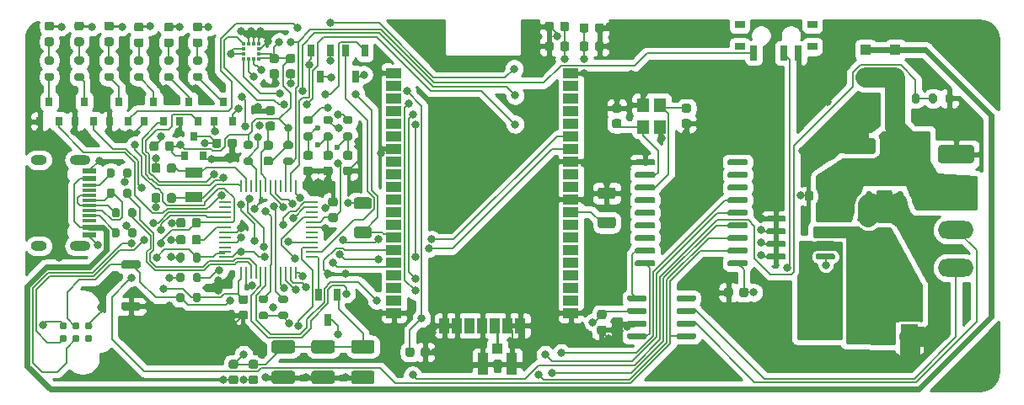
<source format=gbr>
%TF.GenerationSoftware,KiCad,Pcbnew,(5.1.10-1-10_14)*%
%TF.CreationDate,2021-07-19T22:49:48+10:00*%
%TF.ProjectId,samd21_gps_tracker,73616d64-3231-45f6-9770-735f74726163,rev?*%
%TF.SameCoordinates,Original*%
%TF.FileFunction,Copper,L4,Bot*%
%TF.FilePolarity,Positive*%
%FSLAX46Y46*%
G04 Gerber Fmt 4.6, Leading zero omitted, Abs format (unit mm)*
G04 Created by KiCad (PCBNEW (5.1.10-1-10_14)) date 2021-07-19 22:49:48*
%MOMM*%
%LPD*%
G01*
G04 APERTURE LIST*
%TA.AperFunction,SMDPad,CuDef*%
%ADD10R,1.450000X0.600000*%
%TD*%
%TA.AperFunction,SMDPad,CuDef*%
%ADD11R,1.450000X0.300000*%
%TD*%
%TA.AperFunction,ComponentPad*%
%ADD12O,2.100000X1.000000*%
%TD*%
%TA.AperFunction,ComponentPad*%
%ADD13O,1.600000X1.000000*%
%TD*%
%TA.AperFunction,SMDPad,CuDef*%
%ADD14R,1.524000X1.016000*%
%TD*%
%TA.AperFunction,SMDPad,CuDef*%
%ADD15R,1.016000X1.524000*%
%TD*%
%TA.AperFunction,SMDPad,CuDef*%
%ADD16R,1.050000X1.100000*%
%TD*%
%TA.AperFunction,SMDPad,CuDef*%
%ADD17R,1.100000X2.250000*%
%TD*%
%TA.AperFunction,SMDPad,CuDef*%
%ADD18R,1.800000X2.500000*%
%TD*%
%TA.AperFunction,SMDPad,CuDef*%
%ADD19R,1.100000X1.100000*%
%TD*%
%TA.AperFunction,ConnectorPad*%
%ADD20C,0.787400*%
%TD*%
%TA.AperFunction,ComponentPad*%
%ADD21O,3.600000X1.800000*%
%TD*%
%TA.AperFunction,SMDPad,CuDef*%
%ADD22R,2.950000X3.500000*%
%TD*%
%TA.AperFunction,SMDPad,CuDef*%
%ADD23R,0.800000X0.900000*%
%TD*%
%TA.AperFunction,SMDPad,CuDef*%
%ADD24R,0.650000X1.220000*%
%TD*%
%TA.AperFunction,SMDPad,CuDef*%
%ADD25R,0.700000X1.500000*%
%TD*%
%TA.AperFunction,SMDPad,CuDef*%
%ADD26R,1.000000X0.800000*%
%TD*%
%TA.AperFunction,SMDPad,CuDef*%
%ADD27R,0.250000X1.300000*%
%TD*%
%TA.AperFunction,SMDPad,CuDef*%
%ADD28R,1.300000X0.250000*%
%TD*%
%TA.AperFunction,SMDPad,CuDef*%
%ADD29R,0.375000X0.350000*%
%TD*%
%TA.AperFunction,SMDPad,CuDef*%
%ADD30R,0.350000X0.375000*%
%TD*%
%TA.AperFunction,SMDPad,CuDef*%
%ADD31R,1.800000X1.000000*%
%TD*%
%TA.AperFunction,SMDPad,CuDef*%
%ADD32R,1.200000X1.400000*%
%TD*%
%TA.AperFunction,ViaPad*%
%ADD33C,0.800000*%
%TD*%
%TA.AperFunction,ViaPad*%
%ADD34C,0.600000*%
%TD*%
%TA.AperFunction,Conductor*%
%ADD35C,0.187000*%
%TD*%
%TA.AperFunction,Conductor*%
%ADD36C,2.000000*%
%TD*%
%TA.AperFunction,Conductor*%
%ADD37C,0.200000*%
%TD*%
%TA.AperFunction,Conductor*%
%ADD38C,0.250000*%
%TD*%
%TA.AperFunction,Conductor*%
%ADD39C,0.167000*%
%TD*%
%TA.AperFunction,Conductor*%
%ADD40C,0.600000*%
%TD*%
%TA.AperFunction,Conductor*%
%ADD41C,0.293370*%
%TD*%
%TA.AperFunction,Conductor*%
%ADD42C,0.254000*%
%TD*%
%TA.AperFunction,Conductor*%
%ADD43C,0.100000*%
%TD*%
G04 APERTURE END LIST*
D10*
%TO.P,J5,B1*%
%TO.N,GND*%
X145545000Y-53250000D03*
%TO.P,J5,A9*%
%TO.N,+5V*%
X145545000Y-54050000D03*
%TO.P,J5,B9*%
X145545000Y-58950000D03*
%TO.P,J5,B12*%
%TO.N,GND*%
X145545000Y-59750000D03*
%TO.P,J5,A1*%
X145545000Y-59750000D03*
%TO.P,J5,A4*%
%TO.N,+5V*%
X145545000Y-58950000D03*
%TO.P,J5,B4*%
X145545000Y-54050000D03*
%TO.P,J5,A12*%
%TO.N,GND*%
X145545000Y-53250000D03*
D11*
%TO.P,J5,B8*%
%TO.N,N/C*%
X145545000Y-58250000D03*
%TO.P,J5,A5*%
%TO.N,Net-(J5-PadA5)*%
X145545000Y-57750000D03*
%TO.P,J5,B7*%
%TO.N,Net-(J5-PadA7)*%
X145545000Y-57250000D03*
%TO.P,J5,A7*%
X145545000Y-56250000D03*
%TO.P,J5,B6*%
%TO.N,Net-(J5-PadA6)*%
X145545000Y-55750000D03*
%TO.P,J5,A8*%
%TO.N,N/C*%
X145545000Y-55250000D03*
%TO.P,J5,B5*%
%TO.N,Net-(J5-PadB5)*%
X145545000Y-54750000D03*
%TO.P,J5,A6*%
%TO.N,Net-(J5-PadA6)*%
X145545000Y-56750000D03*
D12*
%TO.P,J5,*%
%TO.N,*%
X144630000Y-52180000D03*
X144630000Y-60820000D03*
D13*
X140450000Y-60820000D03*
X140450000Y-52180000D03*
%TD*%
D14*
%TO.P,U5,47*%
%TO.N,GND*%
X176110000Y-43435000D03*
%TO.P,U5,46*%
%TO.N,N/C*%
X176110000Y-44705000D03*
%TO.P,U5,45*%
X176110000Y-45975000D03*
%TO.P,U5,44*%
X176110000Y-47245000D03*
%TO.P,U5,43*%
X176110000Y-48515000D03*
%TO.P,U5,42*%
X176110000Y-49785000D03*
%TO.P,U5,41*%
%TO.N,GND*%
X176110000Y-51055000D03*
%TO.P,U5,40*%
%TO.N,N/C*%
X176110000Y-52325000D03*
%TO.P,U5,39*%
X176110000Y-53595000D03*
%TO.P,U5,38*%
X176110000Y-54865000D03*
%TO.P,U5,37*%
X176110000Y-56135000D03*
%TO.P,U5,36*%
X176110000Y-57405000D03*
%TO.P,U5,35*%
X176110000Y-58675000D03*
%TO.P,U5,34*%
%TO.N,LoRa_VCC*%
X176110000Y-59945000D03*
%TO.P,U5,33*%
%TO.N,GND*%
X176110000Y-61215000D03*
%TO.P,U5,32*%
%TO.N,RN_RST*%
X176110000Y-62485000D03*
%TO.P,U5,31*%
%TO.N,N/C*%
X176110000Y-63755000D03*
%TO.P,U5,30*%
X176110000Y-65025000D03*
%TO.P,U5,29*%
X176110000Y-66295000D03*
%TO.P,U5,28*%
%TO.N,GND*%
X176110000Y-67565000D03*
D15*
%TO.P,U5,27*%
X181190000Y-68835000D03*
%TO.P,U5,26*%
X182460000Y-68835000D03*
%TO.P,U5,25*%
%TO.N,N/C*%
X183730000Y-68835000D03*
%TO.P,U5,24*%
%TO.N,GND*%
X185000000Y-68835000D03*
%TO.P,U5,23*%
%TO.N,Net-(J3-Pad3)*%
X186270000Y-68835000D03*
%TO.P,U5,22*%
%TO.N,GND*%
X187540000Y-68835000D03*
%TO.P,U5,21*%
X188810000Y-68835000D03*
D14*
%TO.P,U5,20*%
X193890000Y-67565000D03*
%TO.P,U5,19*%
%TO.N,N/C*%
X193890000Y-66295000D03*
%TO.P,U5,18*%
X193890000Y-65025000D03*
%TO.P,U5,17*%
X193890000Y-63755000D03*
%TO.P,U5,16*%
X193890000Y-62485000D03*
%TO.P,U5,15*%
X193890000Y-61215000D03*
%TO.P,U5,14*%
X193890000Y-59945000D03*
%TO.P,U5,13*%
X193890000Y-58675000D03*
%TO.P,U5,12*%
%TO.N,LoRa_VCC*%
X193890000Y-57405000D03*
%TO.P,U5,11*%
%TO.N,GND*%
X193890000Y-56135000D03*
%TO.P,U5,10*%
%TO.N,N/C*%
X193890000Y-54865000D03*
%TO.P,U5,9*%
X193890000Y-53595000D03*
%TO.P,U5,8*%
%TO.N,GND*%
X193890000Y-52325000D03*
%TO.P,U5,7*%
%TO.N,RN_RX*%
X193890000Y-51055000D03*
%TO.P,U5,6*%
%TO.N,RN_TX*%
X193890000Y-49785000D03*
%TO.P,U5,5*%
%TO.N,N/C*%
X193890000Y-48515000D03*
%TO.P,U5,4*%
X193890000Y-47245000D03*
%TO.P,U5,3*%
X193890000Y-45975000D03*
%TO.P,U5,2*%
X193890000Y-44705000D03*
%TO.P,U5,1*%
%TO.N,GND*%
X193890000Y-43435000D03*
%TD*%
D16*
%TO.P,J3,3*%
%TO.N,Net-(J3-Pad3)*%
X186500000Y-71150000D03*
D17*
%TO.P,J3,2*%
%TO.N,GND*%
X187975000Y-72700000D03*
%TO.P,J3,1*%
X185025000Y-72700000D03*
%TD*%
%TO.P,C1,1*%
%TO.N,GND*%
%TA.AperFunction,SMDPad,CuDef*%
G36*
G01*
X151775000Y-56250000D02*
X151775000Y-55750000D01*
G75*
G02*
X152000000Y-55525000I225000J0D01*
G01*
X152450000Y-55525000D01*
G75*
G02*
X152675000Y-55750000I0J-225000D01*
G01*
X152675000Y-56250000D01*
G75*
G02*
X152450000Y-56475000I-225000J0D01*
G01*
X152000000Y-56475000D01*
G75*
G02*
X151775000Y-56250000I0J225000D01*
G01*
G37*
%TD.AperFunction*%
%TO.P,C1,2*%
%TO.N,Net-(C1-Pad2)*%
%TA.AperFunction,SMDPad,CuDef*%
G36*
G01*
X153325000Y-56250000D02*
X153325000Y-55750000D01*
G75*
G02*
X153550000Y-55525000I225000J0D01*
G01*
X154000000Y-55525000D01*
G75*
G02*
X154225000Y-55750000I0J-225000D01*
G01*
X154225000Y-56250000D01*
G75*
G02*
X154000000Y-56475000I-225000J0D01*
G01*
X153550000Y-56475000D01*
G75*
G02*
X153325000Y-56250000I0J225000D01*
G01*
G37*
%TD.AperFunction*%
%TD*%
%TO.P,C2,2*%
%TO.N,GND*%
%TA.AperFunction,SMDPad,CuDef*%
G36*
G01*
X152675000Y-52750000D02*
X152675000Y-53250000D01*
G75*
G02*
X152450000Y-53475000I-225000J0D01*
G01*
X152000000Y-53475000D01*
G75*
G02*
X151775000Y-53250000I0J225000D01*
G01*
X151775000Y-52750000D01*
G75*
G02*
X152000000Y-52525000I225000J0D01*
G01*
X152450000Y-52525000D01*
G75*
G02*
X152675000Y-52750000I0J-225000D01*
G01*
G37*
%TD.AperFunction*%
%TO.P,C2,1*%
%TO.N,Net-(C2-Pad1)*%
%TA.AperFunction,SMDPad,CuDef*%
G36*
G01*
X154225000Y-52750000D02*
X154225000Y-53250000D01*
G75*
G02*
X154000000Y-53475000I-225000J0D01*
G01*
X153550000Y-53475000D01*
G75*
G02*
X153325000Y-53250000I0J225000D01*
G01*
X153325000Y-52750000D01*
G75*
G02*
X153550000Y-52525000I225000J0D01*
G01*
X154000000Y-52525000D01*
G75*
G02*
X154225000Y-52750000I0J-225000D01*
G01*
G37*
%TD.AperFunction*%
%TD*%
%TO.P,C3,2*%
%TO.N,GND*%
%TA.AperFunction,SMDPad,CuDef*%
G36*
G01*
X155175000Y-58250000D02*
X155175000Y-58750000D01*
G75*
G02*
X154950000Y-58975000I-225000J0D01*
G01*
X154500000Y-58975000D01*
G75*
G02*
X154275000Y-58750000I0J225000D01*
G01*
X154275000Y-58250000D01*
G75*
G02*
X154500000Y-58025000I225000J0D01*
G01*
X154950000Y-58025000D01*
G75*
G02*
X155175000Y-58250000I0J-225000D01*
G01*
G37*
%TD.AperFunction*%
%TO.P,C3,1*%
%TO.N,3V3*%
%TA.AperFunction,SMDPad,CuDef*%
G36*
G01*
X156725000Y-58250000D02*
X156725000Y-58750000D01*
G75*
G02*
X156500000Y-58975000I-225000J0D01*
G01*
X156050000Y-58975000D01*
G75*
G02*
X155825000Y-58750000I0J225000D01*
G01*
X155825000Y-58250000D01*
G75*
G02*
X156050000Y-58025000I225000J0D01*
G01*
X156500000Y-58025000D01*
G75*
G02*
X156725000Y-58250000I0J-225000D01*
G01*
G37*
%TD.AperFunction*%
%TD*%
%TO.P,C4,2*%
%TO.N,GND*%
%TA.AperFunction,SMDPad,CuDef*%
G36*
G01*
X155175000Y-59950000D02*
X155175000Y-60450000D01*
G75*
G02*
X154950000Y-60675000I-225000J0D01*
G01*
X154500000Y-60675000D01*
G75*
G02*
X154275000Y-60450000I0J225000D01*
G01*
X154275000Y-59950000D01*
G75*
G02*
X154500000Y-59725000I225000J0D01*
G01*
X154950000Y-59725000D01*
G75*
G02*
X155175000Y-59950000I0J-225000D01*
G01*
G37*
%TD.AperFunction*%
%TO.P,C4,1*%
%TO.N,Net-(C4-Pad1)*%
%TA.AperFunction,SMDPad,CuDef*%
G36*
G01*
X156725000Y-59950000D02*
X156725000Y-60450000D01*
G75*
G02*
X156500000Y-60675000I-225000J0D01*
G01*
X156050000Y-60675000D01*
G75*
G02*
X155825000Y-60450000I0J225000D01*
G01*
X155825000Y-59950000D01*
G75*
G02*
X156050000Y-59725000I225000J0D01*
G01*
X156500000Y-59725000D01*
G75*
G02*
X156725000Y-59950000I0J-225000D01*
G01*
G37*
%TD.AperFunction*%
%TD*%
%TO.P,C5,2*%
%TO.N,GND*%
%TA.AperFunction,SMDPad,CuDef*%
G36*
G01*
X218275000Y-55550000D02*
X218275000Y-56050000D01*
G75*
G02*
X218050000Y-56275000I-225000J0D01*
G01*
X217600000Y-56275000D01*
G75*
G02*
X217375000Y-56050000I0J225000D01*
G01*
X217375000Y-55550000D01*
G75*
G02*
X217600000Y-55325000I225000J0D01*
G01*
X218050000Y-55325000D01*
G75*
G02*
X218275000Y-55550000I0J-225000D01*
G01*
G37*
%TD.AperFunction*%
%TO.P,C5,1*%
%TO.N,VIN*%
%TA.AperFunction,SMDPad,CuDef*%
G36*
G01*
X219825000Y-55550000D02*
X219825000Y-56050000D01*
G75*
G02*
X219600000Y-56275000I-225000J0D01*
G01*
X219150000Y-56275000D01*
G75*
G02*
X218925000Y-56050000I0J225000D01*
G01*
X218925000Y-55550000D01*
G75*
G02*
X219150000Y-55325000I225000J0D01*
G01*
X219600000Y-55325000D01*
G75*
G02*
X219825000Y-55550000I0J-225000D01*
G01*
G37*
%TD.AperFunction*%
%TD*%
%TO.P,C6,2*%
%TO.N,GND*%
%TA.AperFunction,SMDPad,CuDef*%
G36*
G01*
X224505000Y-50220000D02*
X224505000Y-51320000D01*
G75*
G02*
X224255000Y-51570000I-250000J0D01*
G01*
X221430000Y-51570000D01*
G75*
G02*
X221180000Y-51320000I0J250000D01*
G01*
X221180000Y-50220000D01*
G75*
G02*
X221430000Y-49970000I250000J0D01*
G01*
X224255000Y-49970000D01*
G75*
G02*
X224505000Y-50220000I0J-250000D01*
G01*
G37*
%TD.AperFunction*%
%TO.P,C6,1*%
%TO.N,VIN*%
%TA.AperFunction,SMDPad,CuDef*%
G36*
G01*
X229580000Y-50220000D02*
X229580000Y-51320000D01*
G75*
G02*
X229330000Y-51570000I-250000J0D01*
G01*
X226505000Y-51570000D01*
G75*
G02*
X226255000Y-51320000I0J250000D01*
G01*
X226255000Y-50220000D01*
G75*
G02*
X226505000Y-49970000I250000J0D01*
G01*
X229330000Y-49970000D01*
G75*
G02*
X229580000Y-50220000I0J-250000D01*
G01*
G37*
%TD.AperFunction*%
%TD*%
%TO.P,C7,1*%
%TO.N,+3V3*%
%TA.AperFunction,SMDPad,CuDef*%
G36*
G01*
X225950000Y-63600000D02*
X224850000Y-63600000D01*
G75*
G02*
X224600000Y-63350000I0J250000D01*
G01*
X224600000Y-60525000D01*
G75*
G02*
X224850000Y-60275000I250000J0D01*
G01*
X225950000Y-60275000D01*
G75*
G02*
X226200000Y-60525000I0J-250000D01*
G01*
X226200000Y-63350000D01*
G75*
G02*
X225950000Y-63600000I-250000J0D01*
G01*
G37*
%TD.AperFunction*%
%TO.P,C7,2*%
%TO.N,GND*%
%TA.AperFunction,SMDPad,CuDef*%
G36*
G01*
X225950000Y-58525000D02*
X224850000Y-58525000D01*
G75*
G02*
X224600000Y-58275000I0J250000D01*
G01*
X224600000Y-55450000D01*
G75*
G02*
X224850000Y-55200000I250000J0D01*
G01*
X225950000Y-55200000D01*
G75*
G02*
X226200000Y-55450000I0J-250000D01*
G01*
X226200000Y-58275000D01*
G75*
G02*
X225950000Y-58525000I-250000J0D01*
G01*
G37*
%TD.AperFunction*%
%TD*%
%TO.P,C8,2*%
%TO.N,GND*%
%TA.AperFunction,SMDPad,CuDef*%
G36*
G01*
X160750000Y-67325000D02*
X161250000Y-67325000D01*
G75*
G02*
X161475000Y-67550000I0J-225000D01*
G01*
X161475000Y-68000000D01*
G75*
G02*
X161250000Y-68225000I-225000J0D01*
G01*
X160750000Y-68225000D01*
G75*
G02*
X160525000Y-68000000I0J225000D01*
G01*
X160525000Y-67550000D01*
G75*
G02*
X160750000Y-67325000I225000J0D01*
G01*
G37*
%TD.AperFunction*%
%TO.P,C8,1*%
%TO.N,3V3*%
%TA.AperFunction,SMDPad,CuDef*%
G36*
G01*
X160750000Y-65775000D02*
X161250000Y-65775000D01*
G75*
G02*
X161475000Y-66000000I0J-225000D01*
G01*
X161475000Y-66450000D01*
G75*
G02*
X161250000Y-66675000I-225000J0D01*
G01*
X160750000Y-66675000D01*
G75*
G02*
X160525000Y-66450000I0J225000D01*
G01*
X160525000Y-66000000D01*
G75*
G02*
X160750000Y-65775000I225000J0D01*
G01*
G37*
%TD.AperFunction*%
%TD*%
%TO.P,C9,1*%
%TO.N,Net-(C9-Pad1)*%
%TA.AperFunction,SMDPad,CuDef*%
G36*
G01*
X163950000Y-49225000D02*
X163450000Y-49225000D01*
G75*
G02*
X163225000Y-49000000I0J225000D01*
G01*
X163225000Y-48550000D01*
G75*
G02*
X163450000Y-48325000I225000J0D01*
G01*
X163950000Y-48325000D01*
G75*
G02*
X164175000Y-48550000I0J-225000D01*
G01*
X164175000Y-49000000D01*
G75*
G02*
X163950000Y-49225000I-225000J0D01*
G01*
G37*
%TD.AperFunction*%
%TO.P,C9,2*%
%TO.N,GND*%
%TA.AperFunction,SMDPad,CuDef*%
G36*
G01*
X163950000Y-47675000D02*
X163450000Y-47675000D01*
G75*
G02*
X163225000Y-47450000I0J225000D01*
G01*
X163225000Y-47000000D01*
G75*
G02*
X163450000Y-46775000I225000J0D01*
G01*
X163950000Y-46775000D01*
G75*
G02*
X164175000Y-47000000I0J-225000D01*
G01*
X164175000Y-47450000D01*
G75*
G02*
X163950000Y-47675000I-225000J0D01*
G01*
G37*
%TD.AperFunction*%
%TD*%
%TO.P,C10,1*%
%TO.N,+3V3*%
%TA.AperFunction,SMDPad,CuDef*%
G36*
G01*
X211725000Y-65250000D02*
X211725000Y-65750000D01*
G75*
G02*
X211500000Y-65975000I-225000J0D01*
G01*
X211050000Y-65975000D01*
G75*
G02*
X210825000Y-65750000I0J225000D01*
G01*
X210825000Y-65250000D01*
G75*
G02*
X211050000Y-65025000I225000J0D01*
G01*
X211500000Y-65025000D01*
G75*
G02*
X211725000Y-65250000I0J-225000D01*
G01*
G37*
%TD.AperFunction*%
%TO.P,C10,2*%
%TO.N,GND*%
%TA.AperFunction,SMDPad,CuDef*%
G36*
G01*
X210175000Y-65250000D02*
X210175000Y-65750000D01*
G75*
G02*
X209950000Y-65975000I-225000J0D01*
G01*
X209500000Y-65975000D01*
G75*
G02*
X209275000Y-65750000I0J225000D01*
G01*
X209275000Y-65250000D01*
G75*
G02*
X209500000Y-65025000I225000J0D01*
G01*
X209950000Y-65025000D01*
G75*
G02*
X210175000Y-65250000I0J-225000D01*
G01*
G37*
%TD.AperFunction*%
%TD*%
%TO.P,C11,1*%
%TO.N,Net-(C11-Pad1)*%
%TA.AperFunction,SMDPad,CuDef*%
G36*
G01*
X205250000Y-46525000D02*
X205750000Y-46525000D01*
G75*
G02*
X205975000Y-46750000I0J-225000D01*
G01*
X205975000Y-47200000D01*
G75*
G02*
X205750000Y-47425000I-225000J0D01*
G01*
X205250000Y-47425000D01*
G75*
G02*
X205025000Y-47200000I0J225000D01*
G01*
X205025000Y-46750000D01*
G75*
G02*
X205250000Y-46525000I225000J0D01*
G01*
G37*
%TD.AperFunction*%
%TO.P,C11,2*%
%TO.N,GND*%
%TA.AperFunction,SMDPad,CuDef*%
G36*
G01*
X205250000Y-48075000D02*
X205750000Y-48075000D01*
G75*
G02*
X205975000Y-48300000I0J-225000D01*
G01*
X205975000Y-48750000D01*
G75*
G02*
X205750000Y-48975000I-225000J0D01*
G01*
X205250000Y-48975000D01*
G75*
G02*
X205025000Y-48750000I0J225000D01*
G01*
X205025000Y-48300000D01*
G75*
G02*
X205250000Y-48075000I225000J0D01*
G01*
G37*
%TD.AperFunction*%
%TD*%
%TO.P,C12,1*%
%TO.N,Net-(C12-Pad1)*%
%TA.AperFunction,SMDPad,CuDef*%
G36*
G01*
X198750000Y-48975000D02*
X198250000Y-48975000D01*
G75*
G02*
X198025000Y-48750000I0J225000D01*
G01*
X198025000Y-48300000D01*
G75*
G02*
X198250000Y-48075000I225000J0D01*
G01*
X198750000Y-48075000D01*
G75*
G02*
X198975000Y-48300000I0J-225000D01*
G01*
X198975000Y-48750000D01*
G75*
G02*
X198750000Y-48975000I-225000J0D01*
G01*
G37*
%TD.AperFunction*%
%TO.P,C12,2*%
%TO.N,GND*%
%TA.AperFunction,SMDPad,CuDef*%
G36*
G01*
X198750000Y-47425000D02*
X198250000Y-47425000D01*
G75*
G02*
X198025000Y-47200000I0J225000D01*
G01*
X198025000Y-46750000D01*
G75*
G02*
X198250000Y-46525000I225000J0D01*
G01*
X198750000Y-46525000D01*
G75*
G02*
X198975000Y-46750000I0J-225000D01*
G01*
X198975000Y-47200000D01*
G75*
G02*
X198750000Y-47425000I-225000J0D01*
G01*
G37*
%TD.AperFunction*%
%TD*%
%TO.P,C13,2*%
%TO.N,GND*%
%TA.AperFunction,SMDPad,CuDef*%
G36*
G01*
X173650001Y-57100000D02*
X172349999Y-57100000D01*
G75*
G02*
X172100000Y-56850001I0J249999D01*
G01*
X172100000Y-56199999D01*
G75*
G02*
X172349999Y-55950000I249999J0D01*
G01*
X173650001Y-55950000D01*
G75*
G02*
X173900000Y-56199999I0J-249999D01*
G01*
X173900000Y-56850001D01*
G75*
G02*
X173650001Y-57100000I-249999J0D01*
G01*
G37*
%TD.AperFunction*%
%TO.P,C13,1*%
%TO.N,LoRa_VCC*%
%TA.AperFunction,SMDPad,CuDef*%
G36*
G01*
X173650001Y-60050000D02*
X172349999Y-60050000D01*
G75*
G02*
X172100000Y-59800001I0J249999D01*
G01*
X172100000Y-59149999D01*
G75*
G02*
X172349999Y-58900000I249999J0D01*
G01*
X173650001Y-58900000D01*
G75*
G02*
X173900000Y-59149999I0J-249999D01*
G01*
X173900000Y-59800001D01*
G75*
G02*
X173650001Y-60050000I-249999J0D01*
G01*
G37*
%TD.AperFunction*%
%TD*%
%TO.P,C14,2*%
%TO.N,GND*%
%TA.AperFunction,SMDPad,CuDef*%
G36*
G01*
X196325000Y-39150000D02*
X196325000Y-38650000D01*
G75*
G02*
X196550000Y-38425000I225000J0D01*
G01*
X197000000Y-38425000D01*
G75*
G02*
X197225000Y-38650000I0J-225000D01*
G01*
X197225000Y-39150000D01*
G75*
G02*
X197000000Y-39375000I-225000J0D01*
G01*
X196550000Y-39375000D01*
G75*
G02*
X196325000Y-39150000I0J225000D01*
G01*
G37*
%TD.AperFunction*%
%TO.P,C14,1*%
%TO.N,+3V3*%
%TA.AperFunction,SMDPad,CuDef*%
G36*
G01*
X194775000Y-39150000D02*
X194775000Y-38650000D01*
G75*
G02*
X195000000Y-38425000I225000J0D01*
G01*
X195450000Y-38425000D01*
G75*
G02*
X195675000Y-38650000I0J-225000D01*
G01*
X195675000Y-39150000D01*
G75*
G02*
X195450000Y-39375000I-225000J0D01*
G01*
X195000000Y-39375000D01*
G75*
G02*
X194775000Y-39150000I0J225000D01*
G01*
G37*
%TD.AperFunction*%
%TD*%
%TO.P,C15,1*%
%TO.N,Net-(C15-Pad1)*%
%TA.AperFunction,SMDPad,CuDef*%
G36*
G01*
X193725000Y-38500000D02*
X193725000Y-39000000D01*
G75*
G02*
X193500000Y-39225000I-225000J0D01*
G01*
X193050000Y-39225000D01*
G75*
G02*
X192825000Y-39000000I0J225000D01*
G01*
X192825000Y-38500000D01*
G75*
G02*
X193050000Y-38275000I225000J0D01*
G01*
X193500000Y-38275000D01*
G75*
G02*
X193725000Y-38500000I0J-225000D01*
G01*
G37*
%TD.AperFunction*%
%TO.P,C15,2*%
%TO.N,GND*%
%TA.AperFunction,SMDPad,CuDef*%
G36*
G01*
X192175000Y-38500000D02*
X192175000Y-39000000D01*
G75*
G02*
X191950000Y-39225000I-225000J0D01*
G01*
X191500000Y-39225000D01*
G75*
G02*
X191275000Y-39000000I0J225000D01*
G01*
X191275000Y-38500000D01*
G75*
G02*
X191500000Y-38275000I225000J0D01*
G01*
X191950000Y-38275000D01*
G75*
G02*
X192175000Y-38500000I0J-225000D01*
G01*
G37*
%TD.AperFunction*%
%TD*%
%TO.P,C16,2*%
%TO.N,GND*%
%TA.AperFunction,SMDPad,CuDef*%
G36*
G01*
X196750000Y-68825000D02*
X197250000Y-68825000D01*
G75*
G02*
X197475000Y-69050000I0J-225000D01*
G01*
X197475000Y-69500000D01*
G75*
G02*
X197250000Y-69725000I-225000J0D01*
G01*
X196750000Y-69725000D01*
G75*
G02*
X196525000Y-69500000I0J225000D01*
G01*
X196525000Y-69050000D01*
G75*
G02*
X196750000Y-68825000I225000J0D01*
G01*
G37*
%TD.AperFunction*%
%TO.P,C16,1*%
%TO.N,+3V3*%
%TA.AperFunction,SMDPad,CuDef*%
G36*
G01*
X196750000Y-67275000D02*
X197250000Y-67275000D01*
G75*
G02*
X197475000Y-67500000I0J-225000D01*
G01*
X197475000Y-67950000D01*
G75*
G02*
X197250000Y-68175000I-225000J0D01*
G01*
X196750000Y-68175000D01*
G75*
G02*
X196525000Y-67950000I0J225000D01*
G01*
X196525000Y-67500000D01*
G75*
G02*
X196750000Y-67275000I225000J0D01*
G01*
G37*
%TD.AperFunction*%
%TD*%
%TO.P,C17,1*%
%TO.N,LoRa_VCC*%
%TA.AperFunction,SMDPad,CuDef*%
G36*
G01*
X198150001Y-59050000D02*
X196849999Y-59050000D01*
G75*
G02*
X196600000Y-58800001I0J249999D01*
G01*
X196600000Y-58149999D01*
G75*
G02*
X196849999Y-57900000I249999J0D01*
G01*
X198150001Y-57900000D01*
G75*
G02*
X198400000Y-58149999I0J-249999D01*
G01*
X198400000Y-58800001D01*
G75*
G02*
X198150001Y-59050000I-249999J0D01*
G01*
G37*
%TD.AperFunction*%
%TO.P,C17,2*%
%TO.N,GND*%
%TA.AperFunction,SMDPad,CuDef*%
G36*
G01*
X198150001Y-56100000D02*
X196849999Y-56100000D01*
G75*
G02*
X196600000Y-55850001I0J249999D01*
G01*
X196600000Y-55199999D01*
G75*
G02*
X196849999Y-54950000I249999J0D01*
G01*
X198150001Y-54950000D01*
G75*
G02*
X198400000Y-55199999I0J-249999D01*
G01*
X198400000Y-55850001D01*
G75*
G02*
X198150001Y-56100000I-249999J0D01*
G01*
G37*
%TD.AperFunction*%
%TD*%
%TO.P,C18,2*%
%TO.N,GND*%
%TA.AperFunction,SMDPad,CuDef*%
G36*
G01*
X196325000Y-41000000D02*
X196325000Y-40500000D01*
G75*
G02*
X196550000Y-40275000I225000J0D01*
G01*
X197000000Y-40275000D01*
G75*
G02*
X197225000Y-40500000I0J-225000D01*
G01*
X197225000Y-41000000D01*
G75*
G02*
X197000000Y-41225000I-225000J0D01*
G01*
X196550000Y-41225000D01*
G75*
G02*
X196325000Y-41000000I0J225000D01*
G01*
G37*
%TD.AperFunction*%
%TO.P,C18,1*%
%TO.N,+3V3*%
%TA.AperFunction,SMDPad,CuDef*%
G36*
G01*
X194775000Y-41000000D02*
X194775000Y-40500000D01*
G75*
G02*
X195000000Y-40275000I225000J0D01*
G01*
X195450000Y-40275000D01*
G75*
G02*
X195675000Y-40500000I0J-225000D01*
G01*
X195675000Y-41000000D01*
G75*
G02*
X195450000Y-41225000I-225000J0D01*
G01*
X195000000Y-41225000D01*
G75*
G02*
X194775000Y-41000000I0J225000D01*
G01*
G37*
%TD.AperFunction*%
%TD*%
%TO.P,C19,2*%
%TO.N,GND*%
%TA.AperFunction,SMDPad,CuDef*%
G36*
G01*
X192175000Y-40500000D02*
X192175000Y-41000000D01*
G75*
G02*
X191950000Y-41225000I-225000J0D01*
G01*
X191500000Y-41225000D01*
G75*
G02*
X191275000Y-41000000I0J225000D01*
G01*
X191275000Y-40500000D01*
G75*
G02*
X191500000Y-40275000I225000J0D01*
G01*
X191950000Y-40275000D01*
G75*
G02*
X192175000Y-40500000I0J-225000D01*
G01*
G37*
%TD.AperFunction*%
%TO.P,C19,1*%
%TO.N,Net-(C15-Pad1)*%
%TA.AperFunction,SMDPad,CuDef*%
G36*
G01*
X193725000Y-40500000D02*
X193725000Y-41000000D01*
G75*
G02*
X193500000Y-41225000I-225000J0D01*
G01*
X193050000Y-41225000D01*
G75*
G02*
X192825000Y-41000000I0J225000D01*
G01*
X192825000Y-40500000D01*
G75*
G02*
X193050000Y-40275000I225000J0D01*
G01*
X193500000Y-40275000D01*
G75*
G02*
X193725000Y-40500000I0J-225000D01*
G01*
G37*
%TD.AperFunction*%
%TD*%
%TO.P,C20,1*%
%TO.N,3V3*%
%TA.AperFunction,SMDPad,CuDef*%
G36*
G01*
X165500000Y-41525000D02*
X166000000Y-41525000D01*
G75*
G02*
X166225000Y-41750000I0J-225000D01*
G01*
X166225000Y-42200000D01*
G75*
G02*
X166000000Y-42425000I-225000J0D01*
G01*
X165500000Y-42425000D01*
G75*
G02*
X165275000Y-42200000I0J225000D01*
G01*
X165275000Y-41750000D01*
G75*
G02*
X165500000Y-41525000I225000J0D01*
G01*
G37*
%TD.AperFunction*%
%TO.P,C20,2*%
%TO.N,GND*%
%TA.AperFunction,SMDPad,CuDef*%
G36*
G01*
X165500000Y-43075000D02*
X166000000Y-43075000D01*
G75*
G02*
X166225000Y-43300000I0J-225000D01*
G01*
X166225000Y-43750000D01*
G75*
G02*
X166000000Y-43975000I-225000J0D01*
G01*
X165500000Y-43975000D01*
G75*
G02*
X165275000Y-43750000I0J225000D01*
G01*
X165275000Y-43300000D01*
G75*
G02*
X165500000Y-43075000I225000J0D01*
G01*
G37*
%TD.AperFunction*%
%TD*%
%TO.P,C21,2*%
%TO.N,GND*%
%TA.AperFunction,SMDPad,CuDef*%
G36*
G01*
X163850000Y-43075000D02*
X164350000Y-43075000D01*
G75*
G02*
X164575000Y-43300000I0J-225000D01*
G01*
X164575000Y-43750000D01*
G75*
G02*
X164350000Y-43975000I-225000J0D01*
G01*
X163850000Y-43975000D01*
G75*
G02*
X163625000Y-43750000I0J225000D01*
G01*
X163625000Y-43300000D01*
G75*
G02*
X163850000Y-43075000I225000J0D01*
G01*
G37*
%TD.AperFunction*%
%TO.P,C21,1*%
%TO.N,3V3*%
%TA.AperFunction,SMDPad,CuDef*%
G36*
G01*
X163850000Y-41525000D02*
X164350000Y-41525000D01*
G75*
G02*
X164575000Y-41750000I0J-225000D01*
G01*
X164575000Y-42200000D01*
G75*
G02*
X164350000Y-42425000I-225000J0D01*
G01*
X163850000Y-42425000D01*
G75*
G02*
X163625000Y-42200000I0J225000D01*
G01*
X163625000Y-41750000D01*
G75*
G02*
X163850000Y-41525000I225000J0D01*
G01*
G37*
%TD.AperFunction*%
%TD*%
%TO.P,C22,1*%
%TO.N,Net-(C22-Pad1)*%
%TA.AperFunction,SMDPad,CuDef*%
G36*
G01*
X171250000Y-51275000D02*
X171750000Y-51275000D01*
G75*
G02*
X171975000Y-51500000I0J-225000D01*
G01*
X171975000Y-51950000D01*
G75*
G02*
X171750000Y-52175000I-225000J0D01*
G01*
X171250000Y-52175000D01*
G75*
G02*
X171025000Y-51950000I0J225000D01*
G01*
X171025000Y-51500000D01*
G75*
G02*
X171250000Y-51275000I225000J0D01*
G01*
G37*
%TD.AperFunction*%
%TO.P,C22,2*%
%TO.N,GND*%
%TA.AperFunction,SMDPad,CuDef*%
G36*
G01*
X171250000Y-52825000D02*
X171750000Y-52825000D01*
G75*
G02*
X171975000Y-53050000I0J-225000D01*
G01*
X171975000Y-53500000D01*
G75*
G02*
X171750000Y-53725000I-225000J0D01*
G01*
X171250000Y-53725000D01*
G75*
G02*
X171025000Y-53500000I0J225000D01*
G01*
X171025000Y-53050000D01*
G75*
G02*
X171250000Y-52825000I225000J0D01*
G01*
G37*
%TD.AperFunction*%
%TD*%
%TO.P,C23,1*%
%TO.N,Net-(C23-Pad1)*%
%TA.AperFunction,SMDPad,CuDef*%
G36*
G01*
X169250000Y-51275000D02*
X169750000Y-51275000D01*
G75*
G02*
X169975000Y-51500000I0J-225000D01*
G01*
X169975000Y-51950000D01*
G75*
G02*
X169750000Y-52175000I-225000J0D01*
G01*
X169250000Y-52175000D01*
G75*
G02*
X169025000Y-51950000I0J225000D01*
G01*
X169025000Y-51500000D01*
G75*
G02*
X169250000Y-51275000I225000J0D01*
G01*
G37*
%TD.AperFunction*%
%TO.P,C23,2*%
%TO.N,GND*%
%TA.AperFunction,SMDPad,CuDef*%
G36*
G01*
X169250000Y-52825000D02*
X169750000Y-52825000D01*
G75*
G02*
X169975000Y-53050000I0J-225000D01*
G01*
X169975000Y-53500000D01*
G75*
G02*
X169750000Y-53725000I-225000J0D01*
G01*
X169250000Y-53725000D01*
G75*
G02*
X169025000Y-53500000I0J225000D01*
G01*
X169025000Y-53050000D01*
G75*
G02*
X169250000Y-52825000I225000J0D01*
G01*
G37*
%TD.AperFunction*%
%TD*%
%TO.P,C24,1*%
%TO.N,Net-(C24-Pad1)*%
%TA.AperFunction,SMDPad,CuDef*%
G36*
G01*
X167250000Y-51275000D02*
X167750000Y-51275000D01*
G75*
G02*
X167975000Y-51500000I0J-225000D01*
G01*
X167975000Y-51950000D01*
G75*
G02*
X167750000Y-52175000I-225000J0D01*
G01*
X167250000Y-52175000D01*
G75*
G02*
X167025000Y-51950000I0J225000D01*
G01*
X167025000Y-51500000D01*
G75*
G02*
X167250000Y-51275000I225000J0D01*
G01*
G37*
%TD.AperFunction*%
%TO.P,C24,2*%
%TO.N,GND*%
%TA.AperFunction,SMDPad,CuDef*%
G36*
G01*
X167250000Y-52825000D02*
X167750000Y-52825000D01*
G75*
G02*
X167975000Y-53050000I0J-225000D01*
G01*
X167975000Y-53500000D01*
G75*
G02*
X167750000Y-53725000I-225000J0D01*
G01*
X167250000Y-53725000D01*
G75*
G02*
X167025000Y-53500000I0J225000D01*
G01*
X167025000Y-53050000D01*
G75*
G02*
X167250000Y-52825000I225000J0D01*
G01*
G37*
%TD.AperFunction*%
%TD*%
%TO.P,C25,1*%
%TO.N,SIM_VDD*%
%TA.AperFunction,SMDPad,CuDef*%
G36*
G01*
X177275000Y-71750000D02*
X177275000Y-71250000D01*
G75*
G02*
X177500000Y-71025000I225000J0D01*
G01*
X177950000Y-71025000D01*
G75*
G02*
X178175000Y-71250000I0J-225000D01*
G01*
X178175000Y-71750000D01*
G75*
G02*
X177950000Y-71975000I-225000J0D01*
G01*
X177500000Y-71975000D01*
G75*
G02*
X177275000Y-71750000I0J225000D01*
G01*
G37*
%TD.AperFunction*%
%TO.P,C25,2*%
%TO.N,GND*%
%TA.AperFunction,SMDPad,CuDef*%
G36*
G01*
X178825000Y-71750000D02*
X178825000Y-71250000D01*
G75*
G02*
X179050000Y-71025000I225000J0D01*
G01*
X179500000Y-71025000D01*
G75*
G02*
X179725000Y-71250000I0J-225000D01*
G01*
X179725000Y-71750000D01*
G75*
G02*
X179500000Y-71975000I-225000J0D01*
G01*
X179050000Y-71975000D01*
G75*
G02*
X178825000Y-71750000I0J225000D01*
G01*
G37*
%TD.AperFunction*%
%TD*%
%TO.P,C26,1*%
%TO.N,Net-(C26-Pad1)*%
%TA.AperFunction,SMDPad,CuDef*%
G36*
G01*
X159750000Y-72275000D02*
X160250000Y-72275000D01*
G75*
G02*
X160475000Y-72500000I0J-225000D01*
G01*
X160475000Y-72950000D01*
G75*
G02*
X160250000Y-73175000I-225000J0D01*
G01*
X159750000Y-73175000D01*
G75*
G02*
X159525000Y-72950000I0J225000D01*
G01*
X159525000Y-72500000D01*
G75*
G02*
X159750000Y-72275000I225000J0D01*
G01*
G37*
%TD.AperFunction*%
%TO.P,C26,2*%
%TO.N,GND*%
%TA.AperFunction,SMDPad,CuDef*%
G36*
G01*
X159750000Y-73825000D02*
X160250000Y-73825000D01*
G75*
G02*
X160475000Y-74050000I0J-225000D01*
G01*
X160475000Y-74500000D01*
G75*
G02*
X160250000Y-74725000I-225000J0D01*
G01*
X159750000Y-74725000D01*
G75*
G02*
X159525000Y-74500000I0J225000D01*
G01*
X159525000Y-74050000D01*
G75*
G02*
X159750000Y-73825000I225000J0D01*
G01*
G37*
%TD.AperFunction*%
%TD*%
%TO.P,C27,2*%
%TO.N,GND*%
%TA.AperFunction,SMDPad,CuDef*%
G36*
G01*
X161750000Y-73825000D02*
X162250000Y-73825000D01*
G75*
G02*
X162475000Y-74050000I0J-225000D01*
G01*
X162475000Y-74500000D01*
G75*
G02*
X162250000Y-74725000I-225000J0D01*
G01*
X161750000Y-74725000D01*
G75*
G02*
X161525000Y-74500000I0J225000D01*
G01*
X161525000Y-74050000D01*
G75*
G02*
X161750000Y-73825000I225000J0D01*
G01*
G37*
%TD.AperFunction*%
%TO.P,C27,1*%
%TO.N,Net-(C26-Pad1)*%
%TA.AperFunction,SMDPad,CuDef*%
G36*
G01*
X161750000Y-72275000D02*
X162250000Y-72275000D01*
G75*
G02*
X162475000Y-72500000I0J-225000D01*
G01*
X162475000Y-72950000D01*
G75*
G02*
X162250000Y-73175000I-225000J0D01*
G01*
X161750000Y-73175000D01*
G75*
G02*
X161525000Y-72950000I0J225000D01*
G01*
X161525000Y-72500000D01*
G75*
G02*
X161750000Y-72275000I225000J0D01*
G01*
G37*
%TD.AperFunction*%
%TD*%
%TO.P,C28,1*%
%TO.N,Net-(C26-Pad1)*%
%TA.AperFunction,SMDPad,CuDef*%
G36*
G01*
X164074998Y-70300000D02*
X165925002Y-70300000D01*
G75*
G02*
X166175000Y-70549998I0J-249998D01*
G01*
X166175000Y-71375002D01*
G75*
G02*
X165925002Y-71625000I-249998J0D01*
G01*
X164074998Y-71625000D01*
G75*
G02*
X163825000Y-71375002I0J249998D01*
G01*
X163825000Y-70549998D01*
G75*
G02*
X164074998Y-70300000I249998J0D01*
G01*
G37*
%TD.AperFunction*%
%TO.P,C28,2*%
%TO.N,GND*%
%TA.AperFunction,SMDPad,CuDef*%
G36*
G01*
X164074998Y-73375000D02*
X165925002Y-73375000D01*
G75*
G02*
X166175000Y-73624998I0J-249998D01*
G01*
X166175000Y-74450002D01*
G75*
G02*
X165925002Y-74700000I-249998J0D01*
G01*
X164074998Y-74700000D01*
G75*
G02*
X163825000Y-74450002I0J249998D01*
G01*
X163825000Y-73624998D01*
G75*
G02*
X164074998Y-73375000I249998J0D01*
G01*
G37*
%TD.AperFunction*%
%TD*%
%TO.P,C29,2*%
%TO.N,GND*%
%TA.AperFunction,SMDPad,CuDef*%
G36*
G01*
X168074998Y-73375000D02*
X169925002Y-73375000D01*
G75*
G02*
X170175000Y-73624998I0J-249998D01*
G01*
X170175000Y-74450002D01*
G75*
G02*
X169925002Y-74700000I-249998J0D01*
G01*
X168074998Y-74700000D01*
G75*
G02*
X167825000Y-74450002I0J249998D01*
G01*
X167825000Y-73624998D01*
G75*
G02*
X168074998Y-73375000I249998J0D01*
G01*
G37*
%TD.AperFunction*%
%TO.P,C29,1*%
%TO.N,Net-(C26-Pad1)*%
%TA.AperFunction,SMDPad,CuDef*%
G36*
G01*
X168074998Y-70300000D02*
X169925002Y-70300000D01*
G75*
G02*
X170175000Y-70549998I0J-249998D01*
G01*
X170175000Y-71375002D01*
G75*
G02*
X169925002Y-71625000I-249998J0D01*
G01*
X168074998Y-71625000D01*
G75*
G02*
X167825000Y-71375002I0J249998D01*
G01*
X167825000Y-70549998D01*
G75*
G02*
X168074998Y-70300000I249998J0D01*
G01*
G37*
%TD.AperFunction*%
%TD*%
%TO.P,C30,1*%
%TO.N,Net-(C26-Pad1)*%
%TA.AperFunction,SMDPad,CuDef*%
G36*
G01*
X172074998Y-70300000D02*
X173925002Y-70300000D01*
G75*
G02*
X174175000Y-70549998I0J-249998D01*
G01*
X174175000Y-71375002D01*
G75*
G02*
X173925002Y-71625000I-249998J0D01*
G01*
X172074998Y-71625000D01*
G75*
G02*
X171825000Y-71375002I0J249998D01*
G01*
X171825000Y-70549998D01*
G75*
G02*
X172074998Y-70300000I249998J0D01*
G01*
G37*
%TD.AperFunction*%
%TO.P,C30,2*%
%TO.N,GND*%
%TA.AperFunction,SMDPad,CuDef*%
G36*
G01*
X172074998Y-73375000D02*
X173925002Y-73375000D01*
G75*
G02*
X174175000Y-73624998I0J-249998D01*
G01*
X174175000Y-74450002D01*
G75*
G02*
X173925002Y-74700000I-249998J0D01*
G01*
X172074998Y-74700000D01*
G75*
G02*
X171825000Y-74450002I0J249998D01*
G01*
X171825000Y-73624998D01*
G75*
G02*
X172074998Y-73375000I249998J0D01*
G01*
G37*
%TD.AperFunction*%
%TD*%
%TO.P,D1,1*%
%TO.N,Net-(D1-Pad1)*%
%TA.AperFunction,SMDPad,CuDef*%
G36*
G01*
X141756250Y-40725000D02*
X141243750Y-40725000D01*
G75*
G02*
X141025000Y-40506250I0J218750D01*
G01*
X141025000Y-40068750D01*
G75*
G02*
X141243750Y-39850000I218750J0D01*
G01*
X141756250Y-39850000D01*
G75*
G02*
X141975000Y-40068750I0J-218750D01*
G01*
X141975000Y-40506250D01*
G75*
G02*
X141756250Y-40725000I-218750J0D01*
G01*
G37*
%TD.AperFunction*%
%TO.P,D1,2*%
%TO.N,+3V3*%
%TA.AperFunction,SMDPad,CuDef*%
G36*
G01*
X141756250Y-39150000D02*
X141243750Y-39150000D01*
G75*
G02*
X141025000Y-38931250I0J218750D01*
G01*
X141025000Y-38493750D01*
G75*
G02*
X141243750Y-38275000I218750J0D01*
G01*
X141756250Y-38275000D01*
G75*
G02*
X141975000Y-38493750I0J-218750D01*
G01*
X141975000Y-38931250D01*
G75*
G02*
X141756250Y-39150000I-218750J0D01*
G01*
G37*
%TD.AperFunction*%
%TD*%
%TO.P,D2,1*%
%TO.N,Net-(D2-Pad1)*%
%TA.AperFunction,SMDPad,CuDef*%
G36*
G01*
X144756250Y-40725000D02*
X144243750Y-40725000D01*
G75*
G02*
X144025000Y-40506250I0J218750D01*
G01*
X144025000Y-40068750D01*
G75*
G02*
X144243750Y-39850000I218750J0D01*
G01*
X144756250Y-39850000D01*
G75*
G02*
X144975000Y-40068750I0J-218750D01*
G01*
X144975000Y-40506250D01*
G75*
G02*
X144756250Y-40725000I-218750J0D01*
G01*
G37*
%TD.AperFunction*%
%TO.P,D2,2*%
%TO.N,+3V3*%
%TA.AperFunction,SMDPad,CuDef*%
G36*
G01*
X144756250Y-39150000D02*
X144243750Y-39150000D01*
G75*
G02*
X144025000Y-38931250I0J218750D01*
G01*
X144025000Y-38493750D01*
G75*
G02*
X144243750Y-38275000I218750J0D01*
G01*
X144756250Y-38275000D01*
G75*
G02*
X144975000Y-38493750I0J-218750D01*
G01*
X144975000Y-38931250D01*
G75*
G02*
X144756250Y-39150000I-218750J0D01*
G01*
G37*
%TD.AperFunction*%
%TD*%
D18*
%TO.P,D3,1*%
%TO.N,GND*%
X227900000Y-70000000D03*
%TO.P,D3,2*%
%TO.N,+3V3*%
X227900000Y-66000000D03*
%TD*%
%TO.P,D4,2*%
%TO.N,+3V3*%
%TA.AperFunction,SMDPad,CuDef*%
G36*
G01*
X147756250Y-39150000D02*
X147243750Y-39150000D01*
G75*
G02*
X147025000Y-38931250I0J218750D01*
G01*
X147025000Y-38493750D01*
G75*
G02*
X147243750Y-38275000I218750J0D01*
G01*
X147756250Y-38275000D01*
G75*
G02*
X147975000Y-38493750I0J-218750D01*
G01*
X147975000Y-38931250D01*
G75*
G02*
X147756250Y-39150000I-218750J0D01*
G01*
G37*
%TD.AperFunction*%
%TO.P,D4,1*%
%TO.N,Net-(D4-Pad1)*%
%TA.AperFunction,SMDPad,CuDef*%
G36*
G01*
X147756250Y-40725000D02*
X147243750Y-40725000D01*
G75*
G02*
X147025000Y-40506250I0J218750D01*
G01*
X147025000Y-40068750D01*
G75*
G02*
X147243750Y-39850000I218750J0D01*
G01*
X147756250Y-39850000D01*
G75*
G02*
X147975000Y-40068750I0J-218750D01*
G01*
X147975000Y-40506250D01*
G75*
G02*
X147756250Y-40725000I-218750J0D01*
G01*
G37*
%TD.AperFunction*%
%TD*%
%TO.P,D5,1*%
%TO.N,Net-(D5-Pad1)*%
%TA.AperFunction,SMDPad,CuDef*%
G36*
G01*
X150756250Y-40825000D02*
X150243750Y-40825000D01*
G75*
G02*
X150025000Y-40606250I0J218750D01*
G01*
X150025000Y-40168750D01*
G75*
G02*
X150243750Y-39950000I218750J0D01*
G01*
X150756250Y-39950000D01*
G75*
G02*
X150975000Y-40168750I0J-218750D01*
G01*
X150975000Y-40606250D01*
G75*
G02*
X150756250Y-40825000I-218750J0D01*
G01*
G37*
%TD.AperFunction*%
%TO.P,D5,2*%
%TO.N,+3V3*%
%TA.AperFunction,SMDPad,CuDef*%
G36*
G01*
X150756250Y-39250000D02*
X150243750Y-39250000D01*
G75*
G02*
X150025000Y-39031250I0J218750D01*
G01*
X150025000Y-38593750D01*
G75*
G02*
X150243750Y-38375000I218750J0D01*
G01*
X150756250Y-38375000D01*
G75*
G02*
X150975000Y-38593750I0J-218750D01*
G01*
X150975000Y-39031250D01*
G75*
G02*
X150756250Y-39250000I-218750J0D01*
G01*
G37*
%TD.AperFunction*%
%TD*%
%TO.P,D6,2*%
%TO.N,+3V3*%
%TA.AperFunction,SMDPad,CuDef*%
G36*
G01*
X153756250Y-39250000D02*
X153243750Y-39250000D01*
G75*
G02*
X153025000Y-39031250I0J218750D01*
G01*
X153025000Y-38593750D01*
G75*
G02*
X153243750Y-38375000I218750J0D01*
G01*
X153756250Y-38375000D01*
G75*
G02*
X153975000Y-38593750I0J-218750D01*
G01*
X153975000Y-39031250D01*
G75*
G02*
X153756250Y-39250000I-218750J0D01*
G01*
G37*
%TD.AperFunction*%
%TO.P,D6,1*%
%TO.N,Net-(D6-Pad1)*%
%TA.AperFunction,SMDPad,CuDef*%
G36*
G01*
X153756250Y-40825000D02*
X153243750Y-40825000D01*
G75*
G02*
X153025000Y-40606250I0J218750D01*
G01*
X153025000Y-40168750D01*
G75*
G02*
X153243750Y-39950000I218750J0D01*
G01*
X153756250Y-39950000D01*
G75*
G02*
X153975000Y-40168750I0J-218750D01*
G01*
X153975000Y-40606250D01*
G75*
G02*
X153756250Y-40825000I-218750J0D01*
G01*
G37*
%TD.AperFunction*%
%TD*%
D19*
%TO.P,D7,2*%
%TO.N,+5V*%
X226500000Y-41100000D03*
%TO.P,D7,1*%
%TO.N,VIN*%
X226500000Y-43900000D03*
%TD*%
%TO.P,D8,1*%
%TO.N,VIN*%
X223500000Y-43900000D03*
%TO.P,D8,2*%
%TO.N,+5V*%
X223500000Y-41100000D03*
%TD*%
%TO.P,FB1,1*%
%TO.N,3V3*%
%TA.AperFunction,SMDPad,CuDef*%
G36*
G01*
X163756250Y-52725000D02*
X163243750Y-52725000D01*
G75*
G02*
X163025000Y-52506250I0J218750D01*
G01*
X163025000Y-52068750D01*
G75*
G02*
X163243750Y-51850000I218750J0D01*
G01*
X163756250Y-51850000D01*
G75*
G02*
X163975000Y-52068750I0J-218750D01*
G01*
X163975000Y-52506250D01*
G75*
G02*
X163756250Y-52725000I-218750J0D01*
G01*
G37*
%TD.AperFunction*%
%TO.P,FB1,2*%
%TO.N,Net-(C9-Pad1)*%
%TA.AperFunction,SMDPad,CuDef*%
G36*
G01*
X163756250Y-51150000D02*
X163243750Y-51150000D01*
G75*
G02*
X163025000Y-50931250I0J218750D01*
G01*
X163025000Y-50493750D01*
G75*
G02*
X163243750Y-50275000I218750J0D01*
G01*
X163756250Y-50275000D01*
G75*
G02*
X163975000Y-50493750I0J-218750D01*
G01*
X163975000Y-50931250D01*
G75*
G02*
X163756250Y-51150000I-218750J0D01*
G01*
G37*
%TD.AperFunction*%
%TD*%
D20*
%TO.P,J1,1*%
%TO.N,+3V3*%
X142930000Y-68865000D03*
%TO.P,J1,2*%
%TO.N,SWDIO*%
X142930000Y-70135000D03*
%TO.P,J1,3*%
%TO.N,~Reset*%
X144200000Y-68865000D03*
%TO.P,J1,4*%
%TO.N,SWCLK*%
X144200000Y-70135000D03*
%TO.P,J1,5*%
%TO.N,GND*%
X145470000Y-68865000D03*
%TO.P,J1,6*%
%TO.N,N/C*%
X145470000Y-70135000D03*
%TD*%
%TO.P,J2,1*%
%TO.N,GND*%
%TA.AperFunction,ComponentPad*%
G36*
G01*
X231050000Y-50700000D02*
X234150000Y-50700000D01*
G75*
G02*
X234400000Y-50950000I0J-250000D01*
G01*
X234400000Y-52250000D01*
G75*
G02*
X234150000Y-52500000I-250000J0D01*
G01*
X231050000Y-52500000D01*
G75*
G02*
X230800000Y-52250000I0J250000D01*
G01*
X230800000Y-50950000D01*
G75*
G02*
X231050000Y-50700000I250000J0D01*
G01*
G37*
%TD.AperFunction*%
D21*
%TO.P,J2,2*%
%TO.N,VIN*%
X232600000Y-55410000D03*
%TO.P,J2,3*%
%TO.N,CH*%
X232600000Y-59220000D03*
%TO.P,J2,4*%
%TO.N,CL*%
X232600000Y-63030000D03*
%TD*%
D22*
%TO.P,L1,1*%
%TO.N,Net-(L1-Pad1)*%
X218475000Y-67900000D03*
%TO.P,L1,2*%
%TO.N,+3V3*%
X223925000Y-67900000D03*
%TD*%
D23*
%TO.P,Q1,1*%
%TO.N,STATUS_LED*%
X142450000Y-48300000D03*
%TO.P,Q1,2*%
%TO.N,GND*%
X140550000Y-48300000D03*
%TO.P,Q1,3*%
%TO.N,Net-(Q1-Pad3)*%
X141500000Y-46300000D03*
%TD*%
%TO.P,Q2,1*%
%TO.N,PPS*%
X145950000Y-48300000D03*
%TO.P,Q2,2*%
%TO.N,GND*%
X144050000Y-48300000D03*
%TO.P,Q2,3*%
%TO.N,Net-(Q2-Pad3)*%
X145000000Y-46300000D03*
%TD*%
%TO.P,Q3,3*%
%TO.N,Net-(Q3-Pad3)*%
X148500000Y-46300000D03*
%TO.P,Q3,2*%
%TO.N,GND*%
X147550000Y-48300000D03*
%TO.P,Q3,1*%
%TO.N,GPS_ON*%
X149450000Y-48300000D03*
%TD*%
%TO.P,Q4,1*%
%TO.N,STATUS*%
X152950000Y-48300000D03*
%TO.P,Q4,2*%
%TO.N,GND*%
X151050000Y-48300000D03*
%TO.P,Q4,3*%
%TO.N,Net-(Q4-Pad3)*%
X152000000Y-46300000D03*
%TD*%
%TO.P,Q5,3*%
%TO.N,Net-(Q5-Pad3)*%
X155500000Y-46300000D03*
%TO.P,Q5,2*%
%TO.N,GND*%
X154550000Y-48300000D03*
%TO.P,Q5,1*%
%TO.N,NETLIGHT*%
X156450000Y-48300000D03*
%TD*%
D24*
%TO.P,Q6,3*%
%TO.N,+3V3*%
X172250000Y-43810000D03*
%TO.P,Q6,2*%
%TO.N,LoRa_VCC*%
X173200000Y-41190000D03*
%TO.P,Q6,1*%
%TO.N,LoRa_ON*%
X171300000Y-41190000D03*
%TD*%
%TO.P,Q7,1*%
%TO.N,GPS_ON*%
X167800000Y-41190000D03*
%TO.P,Q7,2*%
%TO.N,Net-(C15-Pad1)*%
X169700000Y-41190000D03*
%TO.P,Q7,3*%
%TO.N,+3V3*%
X168750000Y-43810000D03*
%TD*%
%TO.P,Q8,1*%
%TO.N,SIM_ON*%
X168550000Y-65690000D03*
%TO.P,Q8,2*%
%TO.N,Net-(C26-Pad1)*%
X170450000Y-65690000D03*
%TO.P,Q8,3*%
%TO.N,+3V3*%
X169500000Y-68310000D03*
%TD*%
%TO.P,R1,2*%
%TO.N,SDA*%
%TA.AperFunction,SMDPad,CuDef*%
G36*
G01*
X165275000Y-66575000D02*
X164725000Y-66575000D01*
G75*
G02*
X164525000Y-66375000I0J200000D01*
G01*
X164525000Y-65975000D01*
G75*
G02*
X164725000Y-65775000I200000J0D01*
G01*
X165275000Y-65775000D01*
G75*
G02*
X165475000Y-65975000I0J-200000D01*
G01*
X165475000Y-66375000D01*
G75*
G02*
X165275000Y-66575000I-200000J0D01*
G01*
G37*
%TD.AperFunction*%
%TO.P,R1,1*%
%TO.N,+3V3*%
%TA.AperFunction,SMDPad,CuDef*%
G36*
G01*
X165275000Y-68225000D02*
X164725000Y-68225000D01*
G75*
G02*
X164525000Y-68025000I0J200000D01*
G01*
X164525000Y-67625000D01*
G75*
G02*
X164725000Y-67425000I200000J0D01*
G01*
X165275000Y-67425000D01*
G75*
G02*
X165475000Y-67625000I0J-200000D01*
G01*
X165475000Y-68025000D01*
G75*
G02*
X165275000Y-68225000I-200000J0D01*
G01*
G37*
%TD.AperFunction*%
%TD*%
%TO.P,R2,1*%
%TO.N,+3V3*%
%TA.AperFunction,SMDPad,CuDef*%
G36*
G01*
X163275000Y-68225000D02*
X162725000Y-68225000D01*
G75*
G02*
X162525000Y-68025000I0J200000D01*
G01*
X162525000Y-67625000D01*
G75*
G02*
X162725000Y-67425000I200000J0D01*
G01*
X163275000Y-67425000D01*
G75*
G02*
X163475000Y-67625000I0J-200000D01*
G01*
X163475000Y-68025000D01*
G75*
G02*
X163275000Y-68225000I-200000J0D01*
G01*
G37*
%TD.AperFunction*%
%TO.P,R2,2*%
%TO.N,SCL*%
%TA.AperFunction,SMDPad,CuDef*%
G36*
G01*
X163275000Y-66575000D02*
X162725000Y-66575000D01*
G75*
G02*
X162525000Y-66375000I0J200000D01*
G01*
X162525000Y-65975000D01*
G75*
G02*
X162725000Y-65775000I200000J0D01*
G01*
X163275000Y-65775000D01*
G75*
G02*
X163475000Y-65975000I0J-200000D01*
G01*
X163475000Y-66375000D01*
G75*
G02*
X163275000Y-66575000I-200000J0D01*
G01*
G37*
%TD.AperFunction*%
%TD*%
%TO.P,R3,1*%
%TO.N,3V3*%
%TA.AperFunction,SMDPad,CuDef*%
G36*
G01*
X156725000Y-65725000D02*
X156725000Y-66275000D01*
G75*
G02*
X156525000Y-66475000I-200000J0D01*
G01*
X156125000Y-66475000D01*
G75*
G02*
X155925000Y-66275000I0J200000D01*
G01*
X155925000Y-65725000D01*
G75*
G02*
X156125000Y-65525000I200000J0D01*
G01*
X156525000Y-65525000D01*
G75*
G02*
X156725000Y-65725000I0J-200000D01*
G01*
G37*
%TD.AperFunction*%
%TO.P,R3,2*%
%TO.N,~Reset*%
%TA.AperFunction,SMDPad,CuDef*%
G36*
G01*
X155075000Y-65725000D02*
X155075000Y-66275000D01*
G75*
G02*
X154875000Y-66475000I-200000J0D01*
G01*
X154475000Y-66475000D01*
G75*
G02*
X154275000Y-66275000I0J200000D01*
G01*
X154275000Y-65725000D01*
G75*
G02*
X154475000Y-65525000I200000J0D01*
G01*
X154875000Y-65525000D01*
G75*
G02*
X155075000Y-65725000I0J-200000D01*
G01*
G37*
%TD.AperFunction*%
%TD*%
%TO.P,R4,2*%
%TO.N,Net-(Q1-Pad3)*%
%TA.AperFunction,SMDPad,CuDef*%
G36*
G01*
X141225000Y-43425000D02*
X141775000Y-43425000D01*
G75*
G02*
X141975000Y-43625000I0J-200000D01*
G01*
X141975000Y-44025000D01*
G75*
G02*
X141775000Y-44225000I-200000J0D01*
G01*
X141225000Y-44225000D01*
G75*
G02*
X141025000Y-44025000I0J200000D01*
G01*
X141025000Y-43625000D01*
G75*
G02*
X141225000Y-43425000I200000J0D01*
G01*
G37*
%TD.AperFunction*%
%TO.P,R4,1*%
%TO.N,Net-(D1-Pad1)*%
%TA.AperFunction,SMDPad,CuDef*%
G36*
G01*
X141225000Y-41775000D02*
X141775000Y-41775000D01*
G75*
G02*
X141975000Y-41975000I0J-200000D01*
G01*
X141975000Y-42375000D01*
G75*
G02*
X141775000Y-42575000I-200000J0D01*
G01*
X141225000Y-42575000D01*
G75*
G02*
X141025000Y-42375000I0J200000D01*
G01*
X141025000Y-41975000D01*
G75*
G02*
X141225000Y-41775000I200000J0D01*
G01*
G37*
%TD.AperFunction*%
%TD*%
%TO.P,R5,2*%
%TO.N,Net-(Q2-Pad3)*%
%TA.AperFunction,SMDPad,CuDef*%
G36*
G01*
X144225000Y-43425000D02*
X144775000Y-43425000D01*
G75*
G02*
X144975000Y-43625000I0J-200000D01*
G01*
X144975000Y-44025000D01*
G75*
G02*
X144775000Y-44225000I-200000J0D01*
G01*
X144225000Y-44225000D01*
G75*
G02*
X144025000Y-44025000I0J200000D01*
G01*
X144025000Y-43625000D01*
G75*
G02*
X144225000Y-43425000I200000J0D01*
G01*
G37*
%TD.AperFunction*%
%TO.P,R5,1*%
%TO.N,Net-(D2-Pad1)*%
%TA.AperFunction,SMDPad,CuDef*%
G36*
G01*
X144225000Y-41775000D02*
X144775000Y-41775000D01*
G75*
G02*
X144975000Y-41975000I0J-200000D01*
G01*
X144975000Y-42375000D01*
G75*
G02*
X144775000Y-42575000I-200000J0D01*
G01*
X144225000Y-42575000D01*
G75*
G02*
X144025000Y-42375000I0J200000D01*
G01*
X144025000Y-41975000D01*
G75*
G02*
X144225000Y-41775000I200000J0D01*
G01*
G37*
%TD.AperFunction*%
%TD*%
%TO.P,R6,1*%
%TO.N,+3V3*%
%TA.AperFunction,SMDPad,CuDef*%
G36*
G01*
X154275000Y-64275000D02*
X154275000Y-63725000D01*
G75*
G02*
X154475000Y-63525000I200000J0D01*
G01*
X154875000Y-63525000D01*
G75*
G02*
X155075000Y-63725000I0J-200000D01*
G01*
X155075000Y-64275000D01*
G75*
G02*
X154875000Y-64475000I-200000J0D01*
G01*
X154475000Y-64475000D01*
G75*
G02*
X154275000Y-64275000I0J200000D01*
G01*
G37*
%TD.AperFunction*%
%TO.P,R6,2*%
%TO.N,RN_RST*%
%TA.AperFunction,SMDPad,CuDef*%
G36*
G01*
X155925000Y-64275000D02*
X155925000Y-63725000D01*
G75*
G02*
X156125000Y-63525000I200000J0D01*
G01*
X156525000Y-63525000D01*
G75*
G02*
X156725000Y-63725000I0J-200000D01*
G01*
X156725000Y-64275000D01*
G75*
G02*
X156525000Y-64475000I-200000J0D01*
G01*
X156125000Y-64475000D01*
G75*
G02*
X155925000Y-64275000I0J200000D01*
G01*
G37*
%TD.AperFunction*%
%TD*%
%TO.P,R7,2*%
%TO.N,CAN_RST*%
%TA.AperFunction,SMDPad,CuDef*%
G36*
G01*
X155925000Y-62275000D02*
X155925000Y-61725000D01*
G75*
G02*
X156125000Y-61525000I200000J0D01*
G01*
X156525000Y-61525000D01*
G75*
G02*
X156725000Y-61725000I0J-200000D01*
G01*
X156725000Y-62275000D01*
G75*
G02*
X156525000Y-62475000I-200000J0D01*
G01*
X156125000Y-62475000D01*
G75*
G02*
X155925000Y-62275000I0J200000D01*
G01*
G37*
%TD.AperFunction*%
%TO.P,R7,1*%
%TO.N,+3V3*%
%TA.AperFunction,SMDPad,CuDef*%
G36*
G01*
X154275000Y-62275000D02*
X154275000Y-61725000D01*
G75*
G02*
X154475000Y-61525000I200000J0D01*
G01*
X154875000Y-61525000D01*
G75*
G02*
X155075000Y-61725000I0J-200000D01*
G01*
X155075000Y-62275000D01*
G75*
G02*
X154875000Y-62475000I-200000J0D01*
G01*
X154475000Y-62475000D01*
G75*
G02*
X154275000Y-62275000I0J200000D01*
G01*
G37*
%TD.AperFunction*%
%TD*%
%TO.P,R8,1*%
%TO.N,Net-(D4-Pad1)*%
%TA.AperFunction,SMDPad,CuDef*%
G36*
G01*
X147225000Y-41775000D02*
X147775000Y-41775000D01*
G75*
G02*
X147975000Y-41975000I0J-200000D01*
G01*
X147975000Y-42375000D01*
G75*
G02*
X147775000Y-42575000I-200000J0D01*
G01*
X147225000Y-42575000D01*
G75*
G02*
X147025000Y-42375000I0J200000D01*
G01*
X147025000Y-41975000D01*
G75*
G02*
X147225000Y-41775000I200000J0D01*
G01*
G37*
%TD.AperFunction*%
%TO.P,R8,2*%
%TO.N,Net-(Q3-Pad3)*%
%TA.AperFunction,SMDPad,CuDef*%
G36*
G01*
X147225000Y-43425000D02*
X147775000Y-43425000D01*
G75*
G02*
X147975000Y-43625000I0J-200000D01*
G01*
X147975000Y-44025000D01*
G75*
G02*
X147775000Y-44225000I-200000J0D01*
G01*
X147225000Y-44225000D01*
G75*
G02*
X147025000Y-44025000I0J200000D01*
G01*
X147025000Y-43625000D01*
G75*
G02*
X147225000Y-43425000I200000J0D01*
G01*
G37*
%TD.AperFunction*%
%TD*%
%TO.P,R9,2*%
%TO.N,Net-(Q4-Pad3)*%
%TA.AperFunction,SMDPad,CuDef*%
G36*
G01*
X150225000Y-43425000D02*
X150775000Y-43425000D01*
G75*
G02*
X150975000Y-43625000I0J-200000D01*
G01*
X150975000Y-44025000D01*
G75*
G02*
X150775000Y-44225000I-200000J0D01*
G01*
X150225000Y-44225000D01*
G75*
G02*
X150025000Y-44025000I0J200000D01*
G01*
X150025000Y-43625000D01*
G75*
G02*
X150225000Y-43425000I200000J0D01*
G01*
G37*
%TD.AperFunction*%
%TO.P,R9,1*%
%TO.N,Net-(D5-Pad1)*%
%TA.AperFunction,SMDPad,CuDef*%
G36*
G01*
X150225000Y-41775000D02*
X150775000Y-41775000D01*
G75*
G02*
X150975000Y-41975000I0J-200000D01*
G01*
X150975000Y-42375000D01*
G75*
G02*
X150775000Y-42575000I-200000J0D01*
G01*
X150225000Y-42575000D01*
G75*
G02*
X150025000Y-42375000I0J200000D01*
G01*
X150025000Y-41975000D01*
G75*
G02*
X150225000Y-41775000I200000J0D01*
G01*
G37*
%TD.AperFunction*%
%TD*%
%TO.P,R10,1*%
%TO.N,Net-(D6-Pad1)*%
%TA.AperFunction,SMDPad,CuDef*%
G36*
G01*
X153225000Y-41775000D02*
X153775000Y-41775000D01*
G75*
G02*
X153975000Y-41975000I0J-200000D01*
G01*
X153975000Y-42375000D01*
G75*
G02*
X153775000Y-42575000I-200000J0D01*
G01*
X153225000Y-42575000D01*
G75*
G02*
X153025000Y-42375000I0J200000D01*
G01*
X153025000Y-41975000D01*
G75*
G02*
X153225000Y-41775000I200000J0D01*
G01*
G37*
%TD.AperFunction*%
%TO.P,R10,2*%
%TO.N,Net-(Q5-Pad3)*%
%TA.AperFunction,SMDPad,CuDef*%
G36*
G01*
X153225000Y-43425000D02*
X153775000Y-43425000D01*
G75*
G02*
X153975000Y-43625000I0J-200000D01*
G01*
X153975000Y-44025000D01*
G75*
G02*
X153775000Y-44225000I-200000J0D01*
G01*
X153225000Y-44225000D01*
G75*
G02*
X153025000Y-44025000I0J200000D01*
G01*
X153025000Y-43625000D01*
G75*
G02*
X153225000Y-43425000I200000J0D01*
G01*
G37*
%TD.AperFunction*%
%TD*%
%TO.P,R11,2*%
%TO.N,INT1*%
%TA.AperFunction,SMDPad,CuDef*%
G36*
G01*
X161225000Y-51925000D02*
X161775000Y-51925000D01*
G75*
G02*
X161975000Y-52125000I0J-200000D01*
G01*
X161975000Y-52525000D01*
G75*
G02*
X161775000Y-52725000I-200000J0D01*
G01*
X161225000Y-52725000D01*
G75*
G02*
X161025000Y-52525000I0J200000D01*
G01*
X161025000Y-52125000D01*
G75*
G02*
X161225000Y-51925000I200000J0D01*
G01*
G37*
%TD.AperFunction*%
%TO.P,R11,1*%
%TO.N,3V3*%
%TA.AperFunction,SMDPad,CuDef*%
G36*
G01*
X161225000Y-50275000D02*
X161775000Y-50275000D01*
G75*
G02*
X161975000Y-50475000I0J-200000D01*
G01*
X161975000Y-50875000D01*
G75*
G02*
X161775000Y-51075000I-200000J0D01*
G01*
X161225000Y-51075000D01*
G75*
G02*
X161025000Y-50875000I0J200000D01*
G01*
X161025000Y-50475000D01*
G75*
G02*
X161225000Y-50275000I200000J0D01*
G01*
G37*
%TD.AperFunction*%
%TD*%
%TO.P,R12,1*%
%TO.N,3V3*%
%TA.AperFunction,SMDPad,CuDef*%
G36*
G01*
X165225000Y-50275000D02*
X165775000Y-50275000D01*
G75*
G02*
X165975000Y-50475000I0J-200000D01*
G01*
X165975000Y-50875000D01*
G75*
G02*
X165775000Y-51075000I-200000J0D01*
G01*
X165225000Y-51075000D01*
G75*
G02*
X165025000Y-50875000I0J200000D01*
G01*
X165025000Y-50475000D01*
G75*
G02*
X165225000Y-50275000I200000J0D01*
G01*
G37*
%TD.AperFunction*%
%TO.P,R12,2*%
%TO.N,INT2*%
%TA.AperFunction,SMDPad,CuDef*%
G36*
G01*
X165225000Y-51925000D02*
X165775000Y-51925000D01*
G75*
G02*
X165975000Y-52125000I0J-200000D01*
G01*
X165975000Y-52525000D01*
G75*
G02*
X165775000Y-52725000I-200000J0D01*
G01*
X165225000Y-52725000D01*
G75*
G02*
X165025000Y-52525000I0J200000D01*
G01*
X165025000Y-52125000D01*
G75*
G02*
X165225000Y-51925000I200000J0D01*
G01*
G37*
%TD.AperFunction*%
%TD*%
%TO.P,R13,1*%
%TO.N,Net-(C22-Pad1)*%
%TA.AperFunction,SMDPad,CuDef*%
G36*
G01*
X171775000Y-50225000D02*
X171225000Y-50225000D01*
G75*
G02*
X171025000Y-50025000I0J200000D01*
G01*
X171025000Y-49625000D01*
G75*
G02*
X171225000Y-49425000I200000J0D01*
G01*
X171775000Y-49425000D01*
G75*
G02*
X171975000Y-49625000I0J-200000D01*
G01*
X171975000Y-50025000D01*
G75*
G02*
X171775000Y-50225000I-200000J0D01*
G01*
G37*
%TD.AperFunction*%
%TO.P,R13,2*%
%TO.N,SIM_DATA*%
%TA.AperFunction,SMDPad,CuDef*%
G36*
G01*
X171775000Y-48575000D02*
X171225000Y-48575000D01*
G75*
G02*
X171025000Y-48375000I0J200000D01*
G01*
X171025000Y-47975000D01*
G75*
G02*
X171225000Y-47775000I200000J0D01*
G01*
X171775000Y-47775000D01*
G75*
G02*
X171975000Y-47975000I0J-200000D01*
G01*
X171975000Y-48375000D01*
G75*
G02*
X171775000Y-48575000I-200000J0D01*
G01*
G37*
%TD.AperFunction*%
%TD*%
%TO.P,R14,2*%
%TO.N,SIM_CLK*%
%TA.AperFunction,SMDPad,CuDef*%
G36*
G01*
X169775000Y-48575000D02*
X169225000Y-48575000D01*
G75*
G02*
X169025000Y-48375000I0J200000D01*
G01*
X169025000Y-47975000D01*
G75*
G02*
X169225000Y-47775000I200000J0D01*
G01*
X169775000Y-47775000D01*
G75*
G02*
X169975000Y-47975000I0J-200000D01*
G01*
X169975000Y-48375000D01*
G75*
G02*
X169775000Y-48575000I-200000J0D01*
G01*
G37*
%TD.AperFunction*%
%TO.P,R14,1*%
%TO.N,Net-(C23-Pad1)*%
%TA.AperFunction,SMDPad,CuDef*%
G36*
G01*
X169775000Y-50225000D02*
X169225000Y-50225000D01*
G75*
G02*
X169025000Y-50025000I0J200000D01*
G01*
X169025000Y-49625000D01*
G75*
G02*
X169225000Y-49425000I200000J0D01*
G01*
X169775000Y-49425000D01*
G75*
G02*
X169975000Y-49625000I0J-200000D01*
G01*
X169975000Y-50025000D01*
G75*
G02*
X169775000Y-50225000I-200000J0D01*
G01*
G37*
%TD.AperFunction*%
%TD*%
%TO.P,R15,1*%
%TO.N,Net-(C24-Pad1)*%
%TA.AperFunction,SMDPad,CuDef*%
G36*
G01*
X167775000Y-50225000D02*
X167225000Y-50225000D01*
G75*
G02*
X167025000Y-50025000I0J200000D01*
G01*
X167025000Y-49625000D01*
G75*
G02*
X167225000Y-49425000I200000J0D01*
G01*
X167775000Y-49425000D01*
G75*
G02*
X167975000Y-49625000I0J-200000D01*
G01*
X167975000Y-50025000D01*
G75*
G02*
X167775000Y-50225000I-200000J0D01*
G01*
G37*
%TD.AperFunction*%
%TO.P,R15,2*%
%TO.N,SIM_RST*%
%TA.AperFunction,SMDPad,CuDef*%
G36*
G01*
X167775000Y-48575000D02*
X167225000Y-48575000D01*
G75*
G02*
X167025000Y-48375000I0J200000D01*
G01*
X167025000Y-47975000D01*
G75*
G02*
X167225000Y-47775000I200000J0D01*
G01*
X167775000Y-47775000D01*
G75*
G02*
X167975000Y-47975000I0J-200000D01*
G01*
X167975000Y-48375000D01*
G75*
G02*
X167775000Y-48575000I-200000J0D01*
G01*
G37*
%TD.AperFunction*%
%TD*%
%TO.P,R16,1*%
%TO.N,Net-(J5-PadA5)*%
%TA.AperFunction,SMDPad,CuDef*%
G36*
G01*
X147775000Y-59775000D02*
X147775000Y-59225000D01*
G75*
G02*
X147975000Y-59025000I200000J0D01*
G01*
X148375000Y-59025000D01*
G75*
G02*
X148575000Y-59225000I0J-200000D01*
G01*
X148575000Y-59775000D01*
G75*
G02*
X148375000Y-59975000I-200000J0D01*
G01*
X147975000Y-59975000D01*
G75*
G02*
X147775000Y-59775000I0J200000D01*
G01*
G37*
%TD.AperFunction*%
%TO.P,R16,2*%
%TO.N,GND*%
%TA.AperFunction,SMDPad,CuDef*%
G36*
G01*
X149425000Y-59775000D02*
X149425000Y-59225000D01*
G75*
G02*
X149625000Y-59025000I200000J0D01*
G01*
X150025000Y-59025000D01*
G75*
G02*
X150225000Y-59225000I0J-200000D01*
G01*
X150225000Y-59775000D01*
G75*
G02*
X150025000Y-59975000I-200000J0D01*
G01*
X149625000Y-59975000D01*
G75*
G02*
X149425000Y-59775000I0J200000D01*
G01*
G37*
%TD.AperFunction*%
%TD*%
%TO.P,R17,2*%
%TO.N,GND*%
%TA.AperFunction,SMDPad,CuDef*%
G36*
G01*
X148925000Y-53775000D02*
X148925000Y-53225000D01*
G75*
G02*
X149125000Y-53025000I200000J0D01*
G01*
X149525000Y-53025000D01*
G75*
G02*
X149725000Y-53225000I0J-200000D01*
G01*
X149725000Y-53775000D01*
G75*
G02*
X149525000Y-53975000I-200000J0D01*
G01*
X149125000Y-53975000D01*
G75*
G02*
X148925000Y-53775000I0J200000D01*
G01*
G37*
%TD.AperFunction*%
%TO.P,R17,1*%
%TO.N,Net-(J5-PadB5)*%
%TA.AperFunction,SMDPad,CuDef*%
G36*
G01*
X147275000Y-53775000D02*
X147275000Y-53225000D01*
G75*
G02*
X147475000Y-53025000I200000J0D01*
G01*
X147875000Y-53025000D01*
G75*
G02*
X148075000Y-53225000I0J-200000D01*
G01*
X148075000Y-53775000D01*
G75*
G02*
X147875000Y-53975000I-200000J0D01*
G01*
X147475000Y-53975000D01*
G75*
G02*
X147275000Y-53775000I0J200000D01*
G01*
G37*
%TD.AperFunction*%
%TD*%
%TO.P,R18,2*%
%TO.N,USBD-*%
%TA.AperFunction,SMDPad,CuDef*%
G36*
G01*
X148925000Y-55775000D02*
X148925000Y-55225000D01*
G75*
G02*
X149125000Y-55025000I200000J0D01*
G01*
X149525000Y-55025000D01*
G75*
G02*
X149725000Y-55225000I0J-200000D01*
G01*
X149725000Y-55775000D01*
G75*
G02*
X149525000Y-55975000I-200000J0D01*
G01*
X149125000Y-55975000D01*
G75*
G02*
X148925000Y-55775000I0J200000D01*
G01*
G37*
%TD.AperFunction*%
%TO.P,R18,1*%
%TO.N,Net-(J5-PadA7)*%
%TA.AperFunction,SMDPad,CuDef*%
G36*
G01*
X147275000Y-55775000D02*
X147275000Y-55225000D01*
G75*
G02*
X147475000Y-55025000I200000J0D01*
G01*
X147875000Y-55025000D01*
G75*
G02*
X148075000Y-55225000I0J-200000D01*
G01*
X148075000Y-55775000D01*
G75*
G02*
X147875000Y-55975000I-200000J0D01*
G01*
X147475000Y-55975000D01*
G75*
G02*
X147275000Y-55775000I0J200000D01*
G01*
G37*
%TD.AperFunction*%
%TD*%
%TO.P,R19,1*%
%TO.N,Net-(J5-PadA6)*%
%TA.AperFunction,SMDPad,CuDef*%
G36*
G01*
X147775000Y-57775000D02*
X147775000Y-57225000D01*
G75*
G02*
X147975000Y-57025000I200000J0D01*
G01*
X148375000Y-57025000D01*
G75*
G02*
X148575000Y-57225000I0J-200000D01*
G01*
X148575000Y-57775000D01*
G75*
G02*
X148375000Y-57975000I-200000J0D01*
G01*
X147975000Y-57975000D01*
G75*
G02*
X147775000Y-57775000I0J200000D01*
G01*
G37*
%TD.AperFunction*%
%TO.P,R19,2*%
%TO.N,USBD+*%
%TA.AperFunction,SMDPad,CuDef*%
G36*
G01*
X149425000Y-57775000D02*
X149425000Y-57225000D01*
G75*
G02*
X149625000Y-57025000I200000J0D01*
G01*
X150025000Y-57025000D01*
G75*
G02*
X150225000Y-57225000I0J-200000D01*
G01*
X150225000Y-57775000D01*
G75*
G02*
X150025000Y-57975000I-200000J0D01*
G01*
X149625000Y-57975000D01*
G75*
G02*
X149425000Y-57775000I0J200000D01*
G01*
G37*
%TD.AperFunction*%
%TD*%
%TO.P,SW1,2*%
%TO.N,~Reset*%
%TA.AperFunction,SMDPad,CuDef*%
G36*
G01*
X150500000Y-63100000D02*
X148900000Y-63100000D01*
G75*
G02*
X148700000Y-62900000I0J200000D01*
G01*
X148700000Y-62500000D01*
G75*
G02*
X148900000Y-62300000I200000J0D01*
G01*
X150500000Y-62300000D01*
G75*
G02*
X150700000Y-62500000I0J-200000D01*
G01*
X150700000Y-62900000D01*
G75*
G02*
X150500000Y-63100000I-200000J0D01*
G01*
G37*
%TD.AperFunction*%
%TO.P,SW1,1*%
%TO.N,GND*%
%TA.AperFunction,SMDPad,CuDef*%
G36*
G01*
X150500000Y-67300000D02*
X148900000Y-67300000D01*
G75*
G02*
X148700000Y-67100000I0J200000D01*
G01*
X148700000Y-66700000D01*
G75*
G02*
X148900000Y-66500000I200000J0D01*
G01*
X150500000Y-66500000D01*
G75*
G02*
X150700000Y-66700000I0J-200000D01*
G01*
X150700000Y-67100000D01*
G75*
G02*
X150500000Y-67300000I-200000J0D01*
G01*
G37*
%TD.AperFunction*%
%TD*%
D25*
%TO.P,SW2,1*%
%TO.N,INT2*%
X212250000Y-41430000D03*
%TO.P,SW2,2*%
%TO.N,~EN*%
X215250000Y-41430000D03*
%TO.P,SW2,3*%
%TO.N,GND*%
X216750000Y-41430000D03*
D26*
%TO.P,SW2,*%
%TO.N,*%
X210850000Y-38570000D03*
X218150000Y-38570000D03*
X218150000Y-40780000D03*
X210850000Y-40780000D03*
%TD*%
%TO.P,U1,1*%
%TO.N,VIN*%
%TA.AperFunction,SMDPad,CuDef*%
G36*
G01*
X220450000Y-57945000D02*
X220450000Y-58245000D01*
G75*
G02*
X220300000Y-58395000I-150000J0D01*
G01*
X218650000Y-58395000D01*
G75*
G02*
X218500000Y-58245000I0J150000D01*
G01*
X218500000Y-57945000D01*
G75*
G02*
X218650000Y-57795000I150000J0D01*
G01*
X220300000Y-57795000D01*
G75*
G02*
X220450000Y-57945000I0J-150000D01*
G01*
G37*
%TD.AperFunction*%
%TO.P,U1,2*%
%TO.N,+3V3*%
%TA.AperFunction,SMDPad,CuDef*%
G36*
G01*
X220450000Y-59215000D02*
X220450000Y-59515000D01*
G75*
G02*
X220300000Y-59665000I-150000J0D01*
G01*
X218650000Y-59665000D01*
G75*
G02*
X218500000Y-59515000I0J150000D01*
G01*
X218500000Y-59215000D01*
G75*
G02*
X218650000Y-59065000I150000J0D01*
G01*
X220300000Y-59065000D01*
G75*
G02*
X220450000Y-59215000I0J-150000D01*
G01*
G37*
%TD.AperFunction*%
%TO.P,U1,3*%
%TO.N,Net-(L1-Pad1)*%
%TA.AperFunction,SMDPad,CuDef*%
G36*
G01*
X220450000Y-60485000D02*
X220450000Y-60785000D01*
G75*
G02*
X220300000Y-60935000I-150000J0D01*
G01*
X218650000Y-60935000D01*
G75*
G02*
X218500000Y-60785000I0J150000D01*
G01*
X218500000Y-60485000D01*
G75*
G02*
X218650000Y-60335000I150000J0D01*
G01*
X220300000Y-60335000D01*
G75*
G02*
X220450000Y-60485000I0J-150000D01*
G01*
G37*
%TD.AperFunction*%
%TO.P,U1,4*%
%TO.N,~EN*%
%TA.AperFunction,SMDPad,CuDef*%
G36*
G01*
X220450000Y-61755000D02*
X220450000Y-62055000D01*
G75*
G02*
X220300000Y-62205000I-150000J0D01*
G01*
X218650000Y-62205000D01*
G75*
G02*
X218500000Y-62055000I0J150000D01*
G01*
X218500000Y-61755000D01*
G75*
G02*
X218650000Y-61605000I150000J0D01*
G01*
X220300000Y-61605000D01*
G75*
G02*
X220450000Y-61755000I0J-150000D01*
G01*
G37*
%TD.AperFunction*%
%TO.P,U1,5*%
%TO.N,GND*%
%TA.AperFunction,SMDPad,CuDef*%
G36*
G01*
X215500000Y-61755000D02*
X215500000Y-62055000D01*
G75*
G02*
X215350000Y-62205000I-150000J0D01*
G01*
X213700000Y-62205000D01*
G75*
G02*
X213550000Y-62055000I0J150000D01*
G01*
X213550000Y-61755000D01*
G75*
G02*
X213700000Y-61605000I150000J0D01*
G01*
X215350000Y-61605000D01*
G75*
G02*
X215500000Y-61755000I0J-150000D01*
G01*
G37*
%TD.AperFunction*%
%TO.P,U1,6*%
%TA.AperFunction,SMDPad,CuDef*%
G36*
G01*
X215500000Y-60485000D02*
X215500000Y-60785000D01*
G75*
G02*
X215350000Y-60935000I-150000J0D01*
G01*
X213700000Y-60935000D01*
G75*
G02*
X213550000Y-60785000I0J150000D01*
G01*
X213550000Y-60485000D01*
G75*
G02*
X213700000Y-60335000I150000J0D01*
G01*
X215350000Y-60335000D01*
G75*
G02*
X215500000Y-60485000I0J-150000D01*
G01*
G37*
%TD.AperFunction*%
%TO.P,U1,7*%
%TA.AperFunction,SMDPad,CuDef*%
G36*
G01*
X215500000Y-59215000D02*
X215500000Y-59515000D01*
G75*
G02*
X215350000Y-59665000I-150000J0D01*
G01*
X213700000Y-59665000D01*
G75*
G02*
X213550000Y-59515000I0J150000D01*
G01*
X213550000Y-59215000D01*
G75*
G02*
X213700000Y-59065000I150000J0D01*
G01*
X215350000Y-59065000D01*
G75*
G02*
X215500000Y-59215000I0J-150000D01*
G01*
G37*
%TD.AperFunction*%
%TO.P,U1,8*%
%TA.AperFunction,SMDPad,CuDef*%
G36*
G01*
X215500000Y-57945000D02*
X215500000Y-58245000D01*
G75*
G02*
X215350000Y-58395000I-150000J0D01*
G01*
X213700000Y-58395000D01*
G75*
G02*
X213550000Y-58245000I0J150000D01*
G01*
X213550000Y-57945000D01*
G75*
G02*
X213700000Y-57795000I150000J0D01*
G01*
X215350000Y-57795000D01*
G75*
G02*
X215500000Y-57945000I0J-150000D01*
G01*
G37*
%TD.AperFunction*%
%TD*%
D27*
%TO.P,U2,1*%
%TO.N,Net-(C1-Pad2)*%
X160750000Y-54850000D03*
%TO.P,U2,2*%
%TO.N,Net-(C2-Pad1)*%
X161250000Y-54850000D03*
%TO.P,U2,3*%
%TO.N,N/C*%
X161750000Y-54850000D03*
%TO.P,U2,4*%
%TO.N,INT1*%
X162250000Y-54850000D03*
%TO.P,U2,5*%
%TO.N,GND*%
X162750000Y-54850000D03*
%TO.P,U2,6*%
%TO.N,Net-(C9-Pad1)*%
X163250000Y-54850000D03*
%TO.P,U2,7*%
%TO.N,GPS_TX*%
X163750000Y-54850000D03*
%TO.P,U2,8*%
%TO.N,GPS_RX*%
X164250000Y-54850000D03*
%TO.P,U2,9*%
%TO.N,N/C*%
X164750000Y-54850000D03*
%TO.P,U2,10*%
%TO.N,INT2*%
X165250000Y-54850000D03*
%TO.P,U2,11*%
%TO.N,GPS_ON*%
X165750000Y-54850000D03*
%TO.P,U2,12*%
%TO.N,PPS*%
X166250000Y-54850000D03*
D28*
%TO.P,U2,13*%
%TO.N,RN_RX*%
X167850000Y-56450000D03*
%TO.P,U2,14*%
%TO.N,RN_TX*%
X167850000Y-56950000D03*
%TO.P,U2,15*%
%TO.N,N/C*%
X167850000Y-57450000D03*
%TO.P,U2,16*%
%TO.N,BATT_ADC*%
X167850000Y-57950000D03*
%TO.P,U2,17*%
%TO.N,3V3*%
X167850000Y-58450000D03*
%TO.P,U2,18*%
%TO.N,GND*%
X167850000Y-58950000D03*
%TO.P,U2,19*%
%TO.N,N/C*%
X167850000Y-59450000D03*
%TO.P,U2,20*%
X167850000Y-59950000D03*
%TO.P,U2,21*%
%TO.N,STATUS_LED*%
X167850000Y-60450000D03*
%TO.P,U2,22*%
%TO.N,SIM_PWRKEY*%
X167850000Y-60950000D03*
%TO.P,U2,23*%
%TO.N,LoRa_ON*%
X167850000Y-61450000D03*
%TO.P,U2,24*%
%TO.N,SIM_ON*%
X167850000Y-61950000D03*
D27*
%TO.P,U2,25*%
%TO.N,D11-MOSI*%
X166250000Y-63550000D03*
%TO.P,U2,26*%
%TO.N,D13-SCK*%
X165750000Y-63550000D03*
%TO.P,U2,27*%
%TO.N,D10-SS*%
X165250000Y-63550000D03*
%TO.P,U2,28*%
%TO.N,D12-MISO*%
X164750000Y-63550000D03*
%TO.P,U2,29*%
%TO.N,SDA*%
X164250000Y-63550000D03*
%TO.P,U2,30*%
%TO.N,SCL*%
X163750000Y-63550000D03*
%TO.P,U2,31*%
%TO.N,SIM_TXD*%
X163250000Y-63550000D03*
%TO.P,U2,32*%
%TO.N,SIM_RXD*%
X162750000Y-63550000D03*
%TO.P,U2,33*%
%TO.N,USBD-*%
X162250000Y-63550000D03*
%TO.P,U2,34*%
%TO.N,USBD+*%
X161750000Y-63550000D03*
%TO.P,U2,35*%
%TO.N,GND*%
X161250000Y-63550000D03*
%TO.P,U2,36*%
%TO.N,3V3*%
X160750000Y-63550000D03*
D28*
%TO.P,U2,37*%
%TO.N,RN_RST*%
X159150000Y-61950000D03*
%TO.P,U2,38*%
%TO.N,CAN_RST*%
X159150000Y-61450000D03*
%TO.P,U2,39*%
%TO.N,N/C*%
X159150000Y-60950000D03*
%TO.P,U2,40*%
%TO.N,~Reset*%
X159150000Y-60450000D03*
%TO.P,U2,41*%
%TO.N,N/C*%
X159150000Y-59950000D03*
%TO.P,U2,42*%
%TO.N,GND*%
X159150000Y-59450000D03*
%TO.P,U2,43*%
%TO.N,Net-(C4-Pad1)*%
X159150000Y-58950000D03*
%TO.P,U2,44*%
%TO.N,3V3*%
X159150000Y-58450000D03*
%TO.P,U2,45*%
%TO.N,SWCLK*%
X159150000Y-57950000D03*
%TO.P,U2,46*%
%TO.N,SWDIO*%
X159150000Y-57450000D03*
%TO.P,U2,47*%
%TO.N,N/C*%
X159150000Y-56950000D03*
%TO.P,U2,48*%
X159150000Y-56450000D03*
%TD*%
%TO.P,U3,1*%
%TO.N,SN_T*%
%TA.AperFunction,SMDPad,CuDef*%
G36*
G01*
X200325000Y-62730000D02*
X200325000Y-62430000D01*
G75*
G02*
X200475000Y-62280000I150000J0D01*
G01*
X202225000Y-62280000D01*
G75*
G02*
X202375000Y-62430000I0J-150000D01*
G01*
X202375000Y-62730000D01*
G75*
G02*
X202225000Y-62880000I-150000J0D01*
G01*
X200475000Y-62880000D01*
G75*
G02*
X200325000Y-62730000I0J150000D01*
G01*
G37*
%TD.AperFunction*%
%TO.P,U3,2*%
%TO.N,SN_R*%
%TA.AperFunction,SMDPad,CuDef*%
G36*
G01*
X200325000Y-61460000D02*
X200325000Y-61160000D01*
G75*
G02*
X200475000Y-61010000I150000J0D01*
G01*
X202225000Y-61010000D01*
G75*
G02*
X202375000Y-61160000I0J-150000D01*
G01*
X202375000Y-61460000D01*
G75*
G02*
X202225000Y-61610000I-150000J0D01*
G01*
X200475000Y-61610000D01*
G75*
G02*
X200325000Y-61460000I0J150000D01*
G01*
G37*
%TD.AperFunction*%
%TO.P,U3,3*%
%TO.N,N/C*%
%TA.AperFunction,SMDPad,CuDef*%
G36*
G01*
X200325000Y-60190000D02*
X200325000Y-59890000D01*
G75*
G02*
X200475000Y-59740000I150000J0D01*
G01*
X202225000Y-59740000D01*
G75*
G02*
X202375000Y-59890000I0J-150000D01*
G01*
X202375000Y-60190000D01*
G75*
G02*
X202225000Y-60340000I-150000J0D01*
G01*
X200475000Y-60340000D01*
G75*
G02*
X200325000Y-60190000I0J150000D01*
G01*
G37*
%TD.AperFunction*%
%TO.P,U3,4*%
%TA.AperFunction,SMDPad,CuDef*%
G36*
G01*
X200325000Y-58920000D02*
X200325000Y-58620000D01*
G75*
G02*
X200475000Y-58470000I150000J0D01*
G01*
X202225000Y-58470000D01*
G75*
G02*
X202375000Y-58620000I0J-150000D01*
G01*
X202375000Y-58920000D01*
G75*
G02*
X202225000Y-59070000I-150000J0D01*
G01*
X200475000Y-59070000D01*
G75*
G02*
X200325000Y-58920000I0J150000D01*
G01*
G37*
%TD.AperFunction*%
%TO.P,U3,5*%
%TA.AperFunction,SMDPad,CuDef*%
G36*
G01*
X200325000Y-57650000D02*
X200325000Y-57350000D01*
G75*
G02*
X200475000Y-57200000I150000J0D01*
G01*
X202225000Y-57200000D01*
G75*
G02*
X202375000Y-57350000I0J-150000D01*
G01*
X202375000Y-57650000D01*
G75*
G02*
X202225000Y-57800000I-150000J0D01*
G01*
X200475000Y-57800000D01*
G75*
G02*
X200325000Y-57650000I0J150000D01*
G01*
G37*
%TD.AperFunction*%
%TO.P,U3,6*%
%TA.AperFunction,SMDPad,CuDef*%
G36*
G01*
X200325000Y-56380000D02*
X200325000Y-56080000D01*
G75*
G02*
X200475000Y-55930000I150000J0D01*
G01*
X202225000Y-55930000D01*
G75*
G02*
X202375000Y-56080000I0J-150000D01*
G01*
X202375000Y-56380000D01*
G75*
G02*
X202225000Y-56530000I-150000J0D01*
G01*
X200475000Y-56530000D01*
G75*
G02*
X200325000Y-56380000I0J150000D01*
G01*
G37*
%TD.AperFunction*%
%TO.P,U3,7*%
%TO.N,Net-(C11-Pad1)*%
%TA.AperFunction,SMDPad,CuDef*%
G36*
G01*
X200325000Y-55110000D02*
X200325000Y-54810000D01*
G75*
G02*
X200475000Y-54660000I150000J0D01*
G01*
X202225000Y-54660000D01*
G75*
G02*
X202375000Y-54810000I0J-150000D01*
G01*
X202375000Y-55110000D01*
G75*
G02*
X202225000Y-55260000I-150000J0D01*
G01*
X200475000Y-55260000D01*
G75*
G02*
X200325000Y-55110000I0J150000D01*
G01*
G37*
%TD.AperFunction*%
%TO.P,U3,8*%
%TO.N,Net-(C12-Pad1)*%
%TA.AperFunction,SMDPad,CuDef*%
G36*
G01*
X200325000Y-53840000D02*
X200325000Y-53540000D01*
G75*
G02*
X200475000Y-53390000I150000J0D01*
G01*
X202225000Y-53390000D01*
G75*
G02*
X202375000Y-53540000I0J-150000D01*
G01*
X202375000Y-53840000D01*
G75*
G02*
X202225000Y-53990000I-150000J0D01*
G01*
X200475000Y-53990000D01*
G75*
G02*
X200325000Y-53840000I0J150000D01*
G01*
G37*
%TD.AperFunction*%
%TO.P,U3,9*%
%TO.N,GND*%
%TA.AperFunction,SMDPad,CuDef*%
G36*
G01*
X200325000Y-52570000D02*
X200325000Y-52270000D01*
G75*
G02*
X200475000Y-52120000I150000J0D01*
G01*
X202225000Y-52120000D01*
G75*
G02*
X202375000Y-52270000I0J-150000D01*
G01*
X202375000Y-52570000D01*
G75*
G02*
X202225000Y-52720000I-150000J0D01*
G01*
X200475000Y-52720000D01*
G75*
G02*
X200325000Y-52570000I0J150000D01*
G01*
G37*
%TD.AperFunction*%
%TO.P,U3,10*%
%TO.N,N/C*%
%TA.AperFunction,SMDPad,CuDef*%
G36*
G01*
X209625000Y-52570000D02*
X209625000Y-52270000D01*
G75*
G02*
X209775000Y-52120000I150000J0D01*
G01*
X211525000Y-52120000D01*
G75*
G02*
X211675000Y-52270000I0J-150000D01*
G01*
X211675000Y-52570000D01*
G75*
G02*
X211525000Y-52720000I-150000J0D01*
G01*
X209775000Y-52720000D01*
G75*
G02*
X209625000Y-52570000I0J150000D01*
G01*
G37*
%TD.AperFunction*%
%TO.P,U3,11*%
%TA.AperFunction,SMDPad,CuDef*%
G36*
G01*
X209625000Y-53840000D02*
X209625000Y-53540000D01*
G75*
G02*
X209775000Y-53390000I150000J0D01*
G01*
X211525000Y-53390000D01*
G75*
G02*
X211675000Y-53540000I0J-150000D01*
G01*
X211675000Y-53840000D01*
G75*
G02*
X211525000Y-53990000I-150000J0D01*
G01*
X209775000Y-53990000D01*
G75*
G02*
X209625000Y-53840000I0J150000D01*
G01*
G37*
%TD.AperFunction*%
%TO.P,U3,12*%
%TA.AperFunction,SMDPad,CuDef*%
G36*
G01*
X209625000Y-55110000D02*
X209625000Y-54810000D01*
G75*
G02*
X209775000Y-54660000I150000J0D01*
G01*
X211525000Y-54660000D01*
G75*
G02*
X211675000Y-54810000I0J-150000D01*
G01*
X211675000Y-55110000D01*
G75*
G02*
X211525000Y-55260000I-150000J0D01*
G01*
X209775000Y-55260000D01*
G75*
G02*
X209625000Y-55110000I0J150000D01*
G01*
G37*
%TD.AperFunction*%
%TO.P,U3,13*%
%TO.N,D13-SCK*%
%TA.AperFunction,SMDPad,CuDef*%
G36*
G01*
X209625000Y-56380000D02*
X209625000Y-56080000D01*
G75*
G02*
X209775000Y-55930000I150000J0D01*
G01*
X211525000Y-55930000D01*
G75*
G02*
X211675000Y-56080000I0J-150000D01*
G01*
X211675000Y-56380000D01*
G75*
G02*
X211525000Y-56530000I-150000J0D01*
G01*
X209775000Y-56530000D01*
G75*
G02*
X209625000Y-56380000I0J150000D01*
G01*
G37*
%TD.AperFunction*%
%TO.P,U3,14*%
%TO.N,D11-MOSI*%
%TA.AperFunction,SMDPad,CuDef*%
G36*
G01*
X209625000Y-57650000D02*
X209625000Y-57350000D01*
G75*
G02*
X209775000Y-57200000I150000J0D01*
G01*
X211525000Y-57200000D01*
G75*
G02*
X211675000Y-57350000I0J-150000D01*
G01*
X211675000Y-57650000D01*
G75*
G02*
X211525000Y-57800000I-150000J0D01*
G01*
X209775000Y-57800000D01*
G75*
G02*
X209625000Y-57650000I0J150000D01*
G01*
G37*
%TD.AperFunction*%
%TO.P,U3,15*%
%TO.N,D12-MISO*%
%TA.AperFunction,SMDPad,CuDef*%
G36*
G01*
X209625000Y-58920000D02*
X209625000Y-58620000D01*
G75*
G02*
X209775000Y-58470000I150000J0D01*
G01*
X211525000Y-58470000D01*
G75*
G02*
X211675000Y-58620000I0J-150000D01*
G01*
X211675000Y-58920000D01*
G75*
G02*
X211525000Y-59070000I-150000J0D01*
G01*
X209775000Y-59070000D01*
G75*
G02*
X209625000Y-58920000I0J150000D01*
G01*
G37*
%TD.AperFunction*%
%TO.P,U3,16*%
%TO.N,D10-SS*%
%TA.AperFunction,SMDPad,CuDef*%
G36*
G01*
X209625000Y-60190000D02*
X209625000Y-59890000D01*
G75*
G02*
X209775000Y-59740000I150000J0D01*
G01*
X211525000Y-59740000D01*
G75*
G02*
X211675000Y-59890000I0J-150000D01*
G01*
X211675000Y-60190000D01*
G75*
G02*
X211525000Y-60340000I-150000J0D01*
G01*
X209775000Y-60340000D01*
G75*
G02*
X209625000Y-60190000I0J150000D01*
G01*
G37*
%TD.AperFunction*%
%TO.P,U3,17*%
%TO.N,CAN_RST*%
%TA.AperFunction,SMDPad,CuDef*%
G36*
G01*
X209625000Y-61460000D02*
X209625000Y-61160000D01*
G75*
G02*
X209775000Y-61010000I150000J0D01*
G01*
X211525000Y-61010000D01*
G75*
G02*
X211675000Y-61160000I0J-150000D01*
G01*
X211675000Y-61460000D01*
G75*
G02*
X211525000Y-61610000I-150000J0D01*
G01*
X209775000Y-61610000D01*
G75*
G02*
X209625000Y-61460000I0J150000D01*
G01*
G37*
%TD.AperFunction*%
%TO.P,U3,18*%
%TO.N,+3V3*%
%TA.AperFunction,SMDPad,CuDef*%
G36*
G01*
X209625000Y-62730000D02*
X209625000Y-62430000D01*
G75*
G02*
X209775000Y-62280000I150000J0D01*
G01*
X211525000Y-62280000D01*
G75*
G02*
X211675000Y-62430000I0J-150000D01*
G01*
X211675000Y-62730000D01*
G75*
G02*
X211525000Y-62880000I-150000J0D01*
G01*
X209775000Y-62880000D01*
G75*
G02*
X209625000Y-62730000I0J150000D01*
G01*
G37*
%TD.AperFunction*%
%TD*%
%TO.P,U6,8*%
%TO.N,CAN_RST*%
%TA.AperFunction,SMDPad,CuDef*%
G36*
G01*
X204500000Y-70055000D02*
X204500000Y-69755000D01*
G75*
G02*
X204650000Y-69605000I150000J0D01*
G01*
X206300000Y-69605000D01*
G75*
G02*
X206450000Y-69755000I0J-150000D01*
G01*
X206450000Y-70055000D01*
G75*
G02*
X206300000Y-70205000I-150000J0D01*
G01*
X204650000Y-70205000D01*
G75*
G02*
X204500000Y-70055000I0J150000D01*
G01*
G37*
%TD.AperFunction*%
%TO.P,U6,7*%
%TO.N,CH*%
%TA.AperFunction,SMDPad,CuDef*%
G36*
G01*
X204500000Y-68785000D02*
X204500000Y-68485000D01*
G75*
G02*
X204650000Y-68335000I150000J0D01*
G01*
X206300000Y-68335000D01*
G75*
G02*
X206450000Y-68485000I0J-150000D01*
G01*
X206450000Y-68785000D01*
G75*
G02*
X206300000Y-68935000I-150000J0D01*
G01*
X204650000Y-68935000D01*
G75*
G02*
X204500000Y-68785000I0J150000D01*
G01*
G37*
%TD.AperFunction*%
%TO.P,U6,6*%
%TO.N,CL*%
%TA.AperFunction,SMDPad,CuDef*%
G36*
G01*
X204500000Y-67515000D02*
X204500000Y-67215000D01*
G75*
G02*
X204650000Y-67065000I150000J0D01*
G01*
X206300000Y-67065000D01*
G75*
G02*
X206450000Y-67215000I0J-150000D01*
G01*
X206450000Y-67515000D01*
G75*
G02*
X206300000Y-67665000I-150000J0D01*
G01*
X204650000Y-67665000D01*
G75*
G02*
X204500000Y-67515000I0J150000D01*
G01*
G37*
%TD.AperFunction*%
%TO.P,U6,5*%
%TO.N,N/C*%
%TA.AperFunction,SMDPad,CuDef*%
G36*
G01*
X204500000Y-66245000D02*
X204500000Y-65945000D01*
G75*
G02*
X204650000Y-65795000I150000J0D01*
G01*
X206300000Y-65795000D01*
G75*
G02*
X206450000Y-65945000I0J-150000D01*
G01*
X206450000Y-66245000D01*
G75*
G02*
X206300000Y-66395000I-150000J0D01*
G01*
X204650000Y-66395000D01*
G75*
G02*
X204500000Y-66245000I0J150000D01*
G01*
G37*
%TD.AperFunction*%
%TO.P,U6,4*%
%TO.N,SN_R*%
%TA.AperFunction,SMDPad,CuDef*%
G36*
G01*
X199550000Y-66245000D02*
X199550000Y-65945000D01*
G75*
G02*
X199700000Y-65795000I150000J0D01*
G01*
X201350000Y-65795000D01*
G75*
G02*
X201500000Y-65945000I0J-150000D01*
G01*
X201500000Y-66245000D01*
G75*
G02*
X201350000Y-66395000I-150000J0D01*
G01*
X199700000Y-66395000D01*
G75*
G02*
X199550000Y-66245000I0J150000D01*
G01*
G37*
%TD.AperFunction*%
%TO.P,U6,3*%
%TO.N,+3V3*%
%TA.AperFunction,SMDPad,CuDef*%
G36*
G01*
X199550000Y-67515000D02*
X199550000Y-67215000D01*
G75*
G02*
X199700000Y-67065000I150000J0D01*
G01*
X201350000Y-67065000D01*
G75*
G02*
X201500000Y-67215000I0J-150000D01*
G01*
X201500000Y-67515000D01*
G75*
G02*
X201350000Y-67665000I-150000J0D01*
G01*
X199700000Y-67665000D01*
G75*
G02*
X199550000Y-67515000I0J150000D01*
G01*
G37*
%TD.AperFunction*%
%TO.P,U6,2*%
%TO.N,GND*%
%TA.AperFunction,SMDPad,CuDef*%
G36*
G01*
X199550000Y-68785000D02*
X199550000Y-68485000D01*
G75*
G02*
X199700000Y-68335000I150000J0D01*
G01*
X201350000Y-68335000D01*
G75*
G02*
X201500000Y-68485000I0J-150000D01*
G01*
X201500000Y-68785000D01*
G75*
G02*
X201350000Y-68935000I-150000J0D01*
G01*
X199700000Y-68935000D01*
G75*
G02*
X199550000Y-68785000I0J150000D01*
G01*
G37*
%TD.AperFunction*%
%TO.P,U6,1*%
%TO.N,SN_T*%
%TA.AperFunction,SMDPad,CuDef*%
G36*
G01*
X199550000Y-70055000D02*
X199550000Y-69755000D01*
G75*
G02*
X199700000Y-69605000I150000J0D01*
G01*
X201350000Y-69605000D01*
G75*
G02*
X201500000Y-69755000I0J-150000D01*
G01*
X201500000Y-70055000D01*
G75*
G02*
X201350000Y-70205000I-150000J0D01*
G01*
X199700000Y-70205000D01*
G75*
G02*
X199550000Y-70055000I0J150000D01*
G01*
G37*
%TD.AperFunction*%
%TD*%
D29*
%TO.P,U7,2*%
%TO.N,3V3*%
X160987500Y-41500000D03*
%TO.P,U7,3*%
X160987500Y-41000000D03*
%TO.P,U7,9*%
X162512500Y-41500000D03*
%TO.P,U7,8*%
%TO.N,GND*%
X162512500Y-41000000D03*
%TO.P,U7,4*%
%TO.N,SDA*%
X160987500Y-40500000D03*
%TO.P,U7,7*%
%TO.N,GND*%
X162512500Y-40500000D03*
%TO.P,U7,1*%
%TO.N,SCL*%
X160987500Y-42000000D03*
%TO.P,U7,10*%
%TO.N,3V3*%
X162512500Y-42000000D03*
D30*
%TO.P,U7,5*%
%TO.N,GND*%
X161500000Y-40487500D03*
%TO.P,U7,6*%
X162000000Y-40487500D03*
%TO.P,U7,11*%
%TO.N,INT2*%
X162000000Y-42012500D03*
%TO.P,U7,12*%
%TO.N,INT1*%
X161500000Y-42012500D03*
%TD*%
D31*
%TO.P,Y1,1*%
%TO.N,Net-(C2-Pad1)*%
X156000000Y-53450000D03*
%TO.P,Y1,2*%
%TO.N,Net-(C1-Pad2)*%
X156000000Y-55950000D03*
%TD*%
D32*
%TO.P,Y2,1*%
%TO.N,Net-(C12-Pad1)*%
X201150000Y-48850000D03*
%TO.P,Y2,2*%
%TO.N,GND*%
X201150000Y-46650000D03*
%TO.P,Y2,3*%
%TO.N,Net-(C11-Pad1)*%
X202850000Y-46650000D03*
%TO.P,Y2,4*%
%TO.N,GND*%
X202850000Y-48850000D03*
%TD*%
%TO.P,D9,1*%
%TO.N,Net-(D9-Pad1)*%
%TA.AperFunction,SMDPad,CuDef*%
G36*
G01*
X156656250Y-40825000D02*
X156143750Y-40825000D01*
G75*
G02*
X155925000Y-40606250I0J218750D01*
G01*
X155925000Y-40168750D01*
G75*
G02*
X156143750Y-39950000I218750J0D01*
G01*
X156656250Y-39950000D01*
G75*
G02*
X156875000Y-40168750I0J-218750D01*
G01*
X156875000Y-40606250D01*
G75*
G02*
X156656250Y-40825000I-218750J0D01*
G01*
G37*
%TD.AperFunction*%
%TO.P,D9,2*%
%TO.N,+3V3*%
%TA.AperFunction,SMDPad,CuDef*%
G36*
G01*
X156656250Y-39250000D02*
X156143750Y-39250000D01*
G75*
G02*
X155925000Y-39031250I0J218750D01*
G01*
X155925000Y-38593750D01*
G75*
G02*
X156143750Y-38375000I218750J0D01*
G01*
X156656250Y-38375000D01*
G75*
G02*
X156875000Y-38593750I0J-218750D01*
G01*
X156875000Y-39031250D01*
G75*
G02*
X156656250Y-39250000I-218750J0D01*
G01*
G37*
%TD.AperFunction*%
%TD*%
D23*
%TO.P,Q9,1*%
%TO.N,LoRa_VCC*%
X159950000Y-48300000D03*
%TO.P,Q9,2*%
%TO.N,GND*%
X158050000Y-48300000D03*
%TO.P,Q9,3*%
%TO.N,Net-(Q9-Pad3)*%
X159000000Y-46300000D03*
%TD*%
%TO.P,R20,1*%
%TO.N,Net-(D9-Pad1)*%
%TA.AperFunction,SMDPad,CuDef*%
G36*
G01*
X156125000Y-41775000D02*
X156675000Y-41775000D01*
G75*
G02*
X156875000Y-41975000I0J-200000D01*
G01*
X156875000Y-42375000D01*
G75*
G02*
X156675000Y-42575000I-200000J0D01*
G01*
X156125000Y-42575000D01*
G75*
G02*
X155925000Y-42375000I0J200000D01*
G01*
X155925000Y-41975000D01*
G75*
G02*
X156125000Y-41775000I200000J0D01*
G01*
G37*
%TD.AperFunction*%
%TO.P,R20,2*%
%TO.N,Net-(Q9-Pad3)*%
%TA.AperFunction,SMDPad,CuDef*%
G36*
G01*
X156125000Y-43425000D02*
X156675000Y-43425000D01*
G75*
G02*
X156875000Y-43625000I0J-200000D01*
G01*
X156875000Y-44025000D01*
G75*
G02*
X156675000Y-44225000I-200000J0D01*
G01*
X156125000Y-44225000D01*
G75*
G02*
X155925000Y-44025000I0J200000D01*
G01*
X155925000Y-43625000D01*
G75*
G02*
X156125000Y-43425000I200000J0D01*
G01*
G37*
%TD.AperFunction*%
%TD*%
%TO.P,C31,1*%
%TO.N,3V3*%
%TA.AperFunction,SMDPad,CuDef*%
G36*
G01*
X170250000Y-58425000D02*
X169750000Y-58425000D01*
G75*
G02*
X169525000Y-58200000I0J225000D01*
G01*
X169525000Y-57750000D01*
G75*
G02*
X169750000Y-57525000I225000J0D01*
G01*
X170250000Y-57525000D01*
G75*
G02*
X170475000Y-57750000I0J-225000D01*
G01*
X170475000Y-58200000D01*
G75*
G02*
X170250000Y-58425000I-225000J0D01*
G01*
G37*
%TD.AperFunction*%
%TO.P,C31,2*%
%TO.N,GND*%
%TA.AperFunction,SMDPad,CuDef*%
G36*
G01*
X170250000Y-56875000D02*
X169750000Y-56875000D01*
G75*
G02*
X169525000Y-56650000I0J225000D01*
G01*
X169525000Y-56200000D01*
G75*
G02*
X169750000Y-55975000I225000J0D01*
G01*
X170250000Y-55975000D01*
G75*
G02*
X170475000Y-56200000I0J-225000D01*
G01*
X170475000Y-56650000D01*
G75*
G02*
X170250000Y-56875000I-225000J0D01*
G01*
G37*
%TD.AperFunction*%
%TD*%
%TO.P,R21,2*%
%TO.N,BATT_ADC*%
%TA.AperFunction,SMDPad,CuDef*%
G36*
G01*
X228125000Y-46275000D02*
X228125000Y-45725000D01*
G75*
G02*
X228325000Y-45525000I200000J0D01*
G01*
X228725000Y-45525000D01*
G75*
G02*
X228925000Y-45725000I0J-200000D01*
G01*
X228925000Y-46275000D01*
G75*
G02*
X228725000Y-46475000I-200000J0D01*
G01*
X228325000Y-46475000D01*
G75*
G02*
X228125000Y-46275000I0J200000D01*
G01*
G37*
%TD.AperFunction*%
%TO.P,R21,1*%
%TO.N,VIN*%
%TA.AperFunction,SMDPad,CuDef*%
G36*
G01*
X226475000Y-46275000D02*
X226475000Y-45725000D01*
G75*
G02*
X226675000Y-45525000I200000J0D01*
G01*
X227075000Y-45525000D01*
G75*
G02*
X227275000Y-45725000I0J-200000D01*
G01*
X227275000Y-46275000D01*
G75*
G02*
X227075000Y-46475000I-200000J0D01*
G01*
X226675000Y-46475000D01*
G75*
G02*
X226475000Y-46275000I0J200000D01*
G01*
G37*
%TD.AperFunction*%
%TD*%
%TO.P,R22,1*%
%TO.N,BATT_ADC*%
%TA.AperFunction,SMDPad,CuDef*%
G36*
G01*
X229875000Y-46275000D02*
X229875000Y-45725000D01*
G75*
G02*
X230075000Y-45525000I200000J0D01*
G01*
X230475000Y-45525000D01*
G75*
G02*
X230675000Y-45725000I0J-200000D01*
G01*
X230675000Y-46275000D01*
G75*
G02*
X230475000Y-46475000I-200000J0D01*
G01*
X230075000Y-46475000D01*
G75*
G02*
X229875000Y-46275000I0J200000D01*
G01*
G37*
%TD.AperFunction*%
%TO.P,R22,2*%
%TO.N,GND*%
%TA.AperFunction,SMDPad,CuDef*%
G36*
G01*
X231525000Y-46275000D02*
X231525000Y-45725000D01*
G75*
G02*
X231725000Y-45525000I200000J0D01*
G01*
X232125000Y-45525000D01*
G75*
G02*
X232325000Y-45725000I0J-200000D01*
G01*
X232325000Y-46275000D01*
G75*
G02*
X232125000Y-46475000I-200000J0D01*
G01*
X231725000Y-46475000D01*
G75*
G02*
X231525000Y-46275000I0J200000D01*
G01*
G37*
%TD.AperFunction*%
%TD*%
%TO.P,C32,1*%
%TO.N,VIN*%
%TA.AperFunction,SMDPad,CuDef*%
G36*
G01*
X157875000Y-50750000D02*
X157875000Y-50250000D01*
G75*
G02*
X158100000Y-50025000I225000J0D01*
G01*
X158550000Y-50025000D01*
G75*
G02*
X158775000Y-50250000I0J-225000D01*
G01*
X158775000Y-50750000D01*
G75*
G02*
X158550000Y-50975000I-225000J0D01*
G01*
X158100000Y-50975000D01*
G75*
G02*
X157875000Y-50750000I0J225000D01*
G01*
G37*
%TD.AperFunction*%
%TO.P,C32,2*%
%TO.N,GND*%
%TA.AperFunction,SMDPad,CuDef*%
G36*
G01*
X159425000Y-50750000D02*
X159425000Y-50250000D01*
G75*
G02*
X159650000Y-50025000I225000J0D01*
G01*
X160100000Y-50025000D01*
G75*
G02*
X160325000Y-50250000I0J-225000D01*
G01*
X160325000Y-50750000D01*
G75*
G02*
X160100000Y-50975000I-225000J0D01*
G01*
X159650000Y-50975000D01*
G75*
G02*
X159425000Y-50750000I0J225000D01*
G01*
G37*
%TD.AperFunction*%
%TD*%
%TO.P,C33,2*%
%TO.N,3V3*%
%TA.AperFunction,SMDPad,CuDef*%
G36*
G01*
X153125000Y-51050000D02*
X153125000Y-50550000D01*
G75*
G02*
X153350000Y-50325000I225000J0D01*
G01*
X153800000Y-50325000D01*
G75*
G02*
X154025000Y-50550000I0J-225000D01*
G01*
X154025000Y-51050000D01*
G75*
G02*
X153800000Y-51275000I-225000J0D01*
G01*
X153350000Y-51275000D01*
G75*
G02*
X153125000Y-51050000I0J225000D01*
G01*
G37*
%TD.AperFunction*%
%TO.P,C33,1*%
%TO.N,GND*%
%TA.AperFunction,SMDPad,CuDef*%
G36*
G01*
X151575000Y-51050000D02*
X151575000Y-50550000D01*
G75*
G02*
X151800000Y-50325000I225000J0D01*
G01*
X152250000Y-50325000D01*
G75*
G02*
X152475000Y-50550000I0J-225000D01*
G01*
X152475000Y-51050000D01*
G75*
G02*
X152250000Y-51275000I-225000J0D01*
G01*
X151800000Y-51275000D01*
G75*
G02*
X151575000Y-51050000I0J225000D01*
G01*
G37*
%TD.AperFunction*%
%TD*%
%TO.P,U9,1*%
%TO.N,GND*%
X156950000Y-51800000D03*
%TO.P,U9,2*%
%TO.N,3V3*%
X155050000Y-51800000D03*
%TO.P,U9,3*%
%TO.N,VIN*%
X156000000Y-49800000D03*
%TD*%
D33*
%TO.N,GND*%
X174750000Y-43500000D03*
X146750000Y-67000000D03*
X156750000Y-70000000D03*
X180250000Y-71500000D03*
X180000000Y-69500000D03*
X153750000Y-60250000D03*
X169250000Y-59000000D03*
X187000000Y-53250000D03*
X191500000Y-47750000D03*
X191500000Y-46750000D03*
X195250000Y-43500000D03*
X191750000Y-42000000D03*
X197750000Y-40750000D03*
X192500000Y-39750000D03*
X198500000Y-46000000D03*
X201250000Y-45500000D03*
X203000000Y-50000000D03*
X205500000Y-49500000D03*
X195250000Y-52500000D03*
X197500000Y-54500000D03*
X199750000Y-52500000D03*
X195250000Y-56250000D03*
X208500000Y-65500000D03*
X228000000Y-71750000D03*
X229250000Y-70000000D03*
X217000000Y-55750000D03*
X213000000Y-58000000D03*
X213000000Y-59250000D03*
X213000000Y-60500000D03*
X213000000Y-61750000D03*
X219750000Y-51250000D03*
X224000000Y-56500000D03*
X226750000Y-56500000D03*
X185000000Y-70500000D03*
X188000000Y-70500000D03*
X189250000Y-70500000D03*
X164250000Y-44500000D03*
X165750000Y-44500000D03*
X163500000Y-40250000D03*
X160750000Y-39250000D03*
X161750000Y-39250000D03*
X162750000Y-39250000D03*
X146500000Y-52250000D03*
X158181520Y-68676592D03*
X159000000Y-74250000D03*
X161000000Y-74250000D03*
X163249998Y-74000000D03*
X167250000Y-74000000D03*
X171250000Y-74000000D03*
X149250000Y-58750000D03*
X178400000Y-38600000D03*
X178400000Y-39700000D03*
X151157948Y-70092052D03*
X197750000Y-38760510D03*
X162800002Y-71700000D03*
X159900000Y-68600000D03*
X171485543Y-56483504D03*
X152200000Y-52000000D03*
X149100000Y-54400000D03*
X174400000Y-68200000D03*
X160727701Y-59033455D03*
X169200002Y-57000000D03*
X181800000Y-52600000D03*
X169500000Y-54181468D03*
X167500000Y-54181468D03*
X182500000Y-67300000D03*
X182600000Y-47500000D03*
X172504632Y-50317667D03*
X174800000Y-51500000D03*
X182600000Y-46300000D03*
X162100000Y-57100000D03*
X164000002Y-67000000D03*
X232000000Y-40000000D03*
X235000000Y-42000000D03*
X210000000Y-49000000D03*
X210000000Y-45000000D03*
X206000000Y-43000000D03*
X199970000Y-41650000D03*
X184000000Y-64000000D03*
X189000000Y-64000000D03*
X189000000Y-59000000D03*
X148000000Y-73000000D03*
X154000000Y-72000000D03*
X141000000Y-58000000D03*
X141000000Y-56000000D03*
X141000000Y-54000000D03*
X140000000Y-45000000D03*
X143000000Y-45000000D03*
X146500000Y-45000000D03*
X153250000Y-45000000D03*
X199970000Y-43550000D03*
X223790000Y-57930000D03*
X226940000Y-57930000D03*
X222840000Y-49260000D03*
X222990000Y-46340000D03*
X219710000Y-46340000D03*
X219710000Y-43490000D03*
X219740000Y-48750000D03*
X217120000Y-46340000D03*
X217120000Y-51290000D03*
X181400000Y-72800000D03*
X155800000Y-72000000D03*
X157600000Y-72000000D03*
X152400000Y-72000000D03*
X153600000Y-66800000D03*
X158400000Y-70600000D03*
X151432948Y-66832948D03*
X151200000Y-72000000D03*
X152600000Y-68000000D03*
X151000000Y-68400000D03*
X149400000Y-68600000D03*
X149400000Y-70200000D03*
X155600000Y-68000000D03*
X228400000Y-59200000D03*
X229600000Y-61000000D03*
X230800000Y-65600000D03*
X230800000Y-68000000D03*
X223000000Y-72000000D03*
X219000000Y-72000000D03*
X214750000Y-68000000D03*
X214750000Y-65000000D03*
X214500000Y-55500000D03*
X214500000Y-52000000D03*
X214500000Y-47750000D03*
X204750000Y-56250000D03*
X217000000Y-43000000D03*
X142500000Y-62000000D03*
X174750000Y-42000000D03*
X156200000Y-45000000D03*
X149800000Y-45000000D03*
X157700000Y-43100000D03*
X157700000Y-41300000D03*
X146382990Y-60750000D03*
X233700000Y-65900000D03*
X229800000Y-47700000D03*
X232200000Y-48700000D03*
X189100000Y-72800000D03*
X229400000Y-43300000D03*
X158100000Y-49300000D03*
X154500000Y-49300000D03*
X147500000Y-49300000D03*
X144000000Y-49300002D03*
X140500000Y-49300000D03*
X159700000Y-52100000D03*
X149600000Y-49500000D03*
X152700000Y-49800000D03*
X157800000Y-52100000D03*
X153788715Y-58538715D03*
X152200000Y-56900000D03*
X158500000Y-65300000D03*
X158500002Y-64300000D03*
X162500000Y-46815479D03*
X162600000Y-48700000D03*
X232700000Y-74100000D03*
X235900000Y-74100000D03*
X236000000Y-71000000D03*
X195700000Y-65900000D03*
X197683287Y-70115855D03*
X199581907Y-68905041D03*
X171300000Y-63600000D03*
X169500000Y-63600000D03*
X183900000Y-72800000D03*
X203000000Y-73500000D03*
X205500000Y-73500000D03*
X208000000Y-73500000D03*
X206500000Y-71750000D03*
X204500000Y-71750000D03*
X212000000Y-68000000D03*
X209500000Y-68000000D03*
X207750000Y-63250000D03*
X206500000Y-64250000D03*
X214500000Y-72000000D03*
X161846986Y-64767002D03*
%TO.N,+3V3*%
X154600000Y-38800000D03*
X212250000Y-65500000D03*
X195250000Y-42000000D03*
X222500000Y-63500000D03*
X222700000Y-65500000D03*
X227700000Y-63800000D03*
X225250000Y-64750000D03*
X226250000Y-67750000D03*
X228000000Y-67750000D03*
X226600000Y-61900000D03*
X224200000Y-61900000D03*
X225300000Y-59750000D03*
X140835032Y-68750000D03*
X151600000Y-38760510D03*
X157500000Y-38800000D03*
X165623474Y-68580185D03*
X153600000Y-64000000D03*
X153750000Y-61910510D03*
X173100000Y-43600000D03*
X148800000Y-38800000D03*
X145800000Y-38800000D03*
X142700000Y-38800000D03*
X196100000Y-68500000D03*
X169800000Y-43900000D03*
X170500000Y-69700000D03*
%TO.N,VIN*%
X157100000Y-50448999D03*
X225100000Y-43900000D03*
%TO.N,LoRa_VCC*%
X169211276Y-45549490D03*
X172300000Y-45549490D03*
X160532719Y-47000000D03*
%TO.N,Net-(C15-Pad1)*%
X193250000Y-42000000D03*
X169700619Y-38411968D03*
X188200000Y-43000000D03*
X169700619Y-42199379D03*
D34*
%TO.N,Net-(C22-Pad1)*%
X170400000Y-50900000D03*
%TO.N,Net-(C23-Pad1)*%
X168500000Y-50700000D03*
%TO.N,Net-(C24-Pad1)*%
X168500000Y-49000000D03*
D33*
%TO.N,SIM_VDD*%
X178900000Y-68100000D03*
X177436699Y-45264198D03*
%TO.N,Net-(C26-Pad1)*%
X161000000Y-71750000D03*
%TO.N,SWDIO*%
X152000000Y-58500000D03*
X151000000Y-60250000D03*
%TO.N,~Reset*%
X160750004Y-60000209D03*
X159699998Y-66300000D03*
%TO.N,SWCLK*%
X152750000Y-59250000D03*
X149761466Y-60568572D03*
%TO.N,STATUS_LED*%
X165500000Y-60400000D03*
X158800000Y-55700000D03*
%TO.N,PPS*%
X166678075Y-55963720D03*
X150800000Y-55000000D03*
%TO.N,GPS_ON*%
X167600000Y-42600000D03*
X166400000Y-38900000D03*
%TO.N,SDA*%
X188300000Y-48600000D03*
X167400000Y-46600000D03*
X164052188Y-56817983D03*
X165100000Y-46600000D03*
%TO.N,SCL*%
X188300000Y-45700000D03*
X166950661Y-45279779D03*
X163220624Y-57311555D03*
X164700000Y-45500000D03*
%TO.N,RN_RST*%
X163100000Y-61900000D03*
X170000000Y-62500000D03*
X158600000Y-63310032D03*
X160771562Y-61415479D03*
%TO.N,CAN_RST*%
X149750000Y-64000000D03*
X152300000Y-62000000D03*
%TO.N,INT1*%
X162000000Y-43800000D03*
X161183229Y-48767600D03*
X160843222Y-45803329D03*
X162500000Y-49900000D03*
%TO.N,INT2*%
X162800000Y-43100000D03*
X165800000Y-40300000D03*
%TO.N,SIM_DATA*%
X170500000Y-47650500D03*
X178000000Y-47600000D03*
X178249490Y-64138258D03*
%TO.N,SIM_CLK*%
X170600000Y-49000000D03*
X178249490Y-48602194D03*
X178249490Y-61900000D03*
%TO.N,SIM_RST*%
X177600000Y-46500000D03*
X169500000Y-46900000D03*
X178249490Y-65336584D03*
%TO.N,~EN*%
X219500000Y-62750000D03*
X215665989Y-62999991D03*
%TO.N,GPS_TX*%
X165015603Y-56901305D03*
%TO.N,GPS_RX*%
X165923559Y-56568549D03*
%TO.N,RN_RX*%
X165000000Y-58700000D03*
X174586357Y-62160312D03*
X170700000Y-61700000D03*
X179607798Y-61092749D03*
%TO.N,RN_TX*%
X166000000Y-58000000D03*
X174593171Y-60135510D03*
X171028281Y-60228281D03*
X179921847Y-60178153D03*
%TO.N,D11-MOSI*%
X191340869Y-71740869D03*
X166927416Y-63872584D03*
%TO.N,D13-SCK*%
X167303989Y-64927950D03*
X192962064Y-71586890D03*
%TO.N,D10-SS*%
X166300000Y-65200000D03*
X190684430Y-73789629D03*
%TO.N,D12-MISO*%
X165066936Y-65045584D03*
X192000000Y-73644968D03*
%TO.N,STATUS*%
X163027007Y-60935747D03*
X161596197Y-56098003D03*
X159000000Y-53939490D03*
%TO.N,NETLIGHT*%
X162100000Y-60300000D03*
X160778988Y-56700000D03*
X158085679Y-53591119D03*
%TO.N,SIM_PWRKEY*%
X166542067Y-68882341D03*
%TO.N,SIM_TXD*%
X174400000Y-66300000D03*
%TO.N,SIM_RXD*%
X171342012Y-65624173D03*
%TO.N,BATT_ADC*%
X166200000Y-62100000D03*
X178000000Y-73800000D03*
%TO.N,3V3*%
X150100000Y-50700000D03*
X154700000Y-50700000D03*
X152700000Y-60600000D03*
X153000000Y-65100000D03*
X164600000Y-40300000D03*
X159749999Y-41500000D03*
X165500000Y-49000000D03*
X170500000Y-52500000D03*
%TD*%
D35*
%TO.N,GND*%
X176045000Y-43500000D02*
X176110000Y-43435000D01*
X174750000Y-43500000D02*
X176045000Y-43500000D01*
X179275000Y-71500000D02*
X180250000Y-71500000D01*
X180665000Y-68835000D02*
X180000000Y-69500000D01*
X181190000Y-68835000D02*
X180665000Y-68835000D01*
X193955000Y-43500000D02*
X193890000Y-43435000D01*
X195250000Y-43500000D02*
X193955000Y-43500000D01*
X192500000Y-39525000D02*
X191725000Y-38750000D01*
X192500000Y-39750000D02*
X192500000Y-39525000D01*
X191750000Y-40775000D02*
X191725000Y-40750000D01*
X191750000Y-42000000D02*
X191750000Y-40775000D01*
X197750000Y-40750000D02*
X196775000Y-40750000D01*
X198500000Y-46000000D02*
X198500000Y-46975000D01*
X205500000Y-49500000D02*
X205500000Y-48525000D01*
X203000000Y-49000000D02*
X202850000Y-48850000D01*
X203000000Y-50000000D02*
X203000000Y-49000000D01*
X201250000Y-46550000D02*
X201150000Y-46650000D01*
X201250000Y-45500000D02*
X201250000Y-46550000D01*
X195075000Y-52325000D02*
X195250000Y-52500000D01*
X193890000Y-52325000D02*
X195075000Y-52325000D01*
X197500000Y-54500000D02*
X197500000Y-55525000D01*
X201270000Y-52500000D02*
X201350000Y-52420000D01*
X199750000Y-52500000D02*
X201270000Y-52500000D01*
X194005000Y-56250000D02*
X193890000Y-56135000D01*
X195250000Y-56250000D02*
X194005000Y-56250000D01*
X208500000Y-65500000D02*
X209725000Y-65500000D01*
D36*
X228000000Y-70100000D02*
X227900000Y-70000000D01*
X228000000Y-71750000D02*
X228000000Y-70100000D01*
X229250000Y-70000000D02*
X227900000Y-70000000D01*
D35*
X213095000Y-58095000D02*
X213000000Y-58000000D01*
X214525000Y-58095000D02*
X213095000Y-58095000D01*
X213115000Y-59365000D02*
X213000000Y-59250000D01*
X214525000Y-59365000D02*
X213115000Y-59365000D01*
X213135000Y-60635000D02*
X213000000Y-60500000D01*
X214525000Y-60635000D02*
X213135000Y-60635000D01*
X213155000Y-61905000D02*
X213000000Y-61750000D01*
X214525000Y-61905000D02*
X213155000Y-61905000D01*
X217775000Y-55750000D02*
X217825000Y-55800000D01*
X217000000Y-55750000D02*
X217775000Y-55750000D01*
X188000000Y-69295000D02*
X187540000Y-68835000D01*
X188000000Y-70500000D02*
X188000000Y-69295000D01*
X189250000Y-69275000D02*
X188810000Y-68835000D01*
X189250000Y-70500000D02*
X189250000Y-69275000D01*
X185000000Y-70500000D02*
X185000000Y-68835000D01*
D37*
X164250000Y-43525000D02*
X164250000Y-44500000D01*
X165750000Y-43525000D02*
X165750000Y-44500000D01*
X162750000Y-41000000D02*
X163500000Y-40250000D01*
X162512500Y-41000000D02*
X162750000Y-41000000D01*
X161500000Y-40487500D02*
X161500000Y-40000000D01*
X161500000Y-40000000D02*
X160750000Y-39250000D01*
X162000000Y-40487500D02*
X162000000Y-39500000D01*
X162000000Y-39500000D02*
X161750000Y-39250000D01*
X162512500Y-40500000D02*
X162512500Y-39487500D01*
X162512500Y-39487500D02*
X162750000Y-39250000D01*
D35*
X145545000Y-53250000D02*
X145545000Y-53205000D01*
X145545000Y-53205000D02*
X146500000Y-52250000D01*
D37*
X153800000Y-60200000D02*
X153750000Y-60250000D01*
X154725000Y-60200000D02*
X153800000Y-60200000D01*
D35*
X169200000Y-58950000D02*
X169250000Y-59000000D01*
X167850000Y-58950000D02*
X169200000Y-58950000D01*
X159025000Y-74275000D02*
X159000000Y-74250000D01*
X160000000Y-74275000D02*
X159025000Y-74275000D01*
X162000000Y-74275000D02*
X161025000Y-74275000D01*
X161025000Y-74275000D02*
X161000000Y-74250000D01*
X165000000Y-74000000D02*
X163249998Y-74000000D01*
X167287500Y-74037500D02*
X167250000Y-74000000D01*
X169000000Y-74037500D02*
X167287500Y-74037500D01*
X173000000Y-74037500D02*
X171287500Y-74037500D01*
X171287500Y-74037500D02*
X171250000Y-74000000D01*
X149825000Y-59500000D02*
X149250000Y-58925000D01*
X149250000Y-58925000D02*
X149250000Y-58750000D01*
X197739490Y-38750000D02*
X197750000Y-38760510D01*
X196775000Y-38750000D02*
X197739490Y-38750000D01*
X146750000Y-67421801D02*
X146750000Y-67000000D01*
X146671801Y-67500000D02*
X146750000Y-67421801D01*
X145400000Y-68800000D02*
X145400000Y-68705414D01*
X146605414Y-67500000D02*
X146671801Y-67500000D01*
X145400000Y-68705414D02*
X146605414Y-67500000D01*
X145335000Y-68865000D02*
X145400000Y-68800000D01*
X145270000Y-68865000D02*
X145335000Y-68865000D01*
X160175000Y-68600000D02*
X159900000Y-68600000D01*
X161000000Y-67775000D02*
X160175000Y-68600000D01*
X173000000Y-56525000D02*
X171527039Y-56525000D01*
X171527039Y-56525000D02*
X171485543Y-56483504D01*
X152225000Y-52025000D02*
X152200000Y-52000000D01*
X152225000Y-53000000D02*
X152225000Y-52025000D01*
X175035000Y-67565000D02*
X174400000Y-68200000D01*
X176110000Y-67565000D02*
X175035000Y-67565000D01*
X159150000Y-59450000D02*
X160311156Y-59450000D01*
X160311156Y-59450000D02*
X160727701Y-59033455D01*
X169400000Y-57000000D02*
X169200002Y-57000000D01*
X170000000Y-56400000D02*
X169400000Y-57000000D01*
X170000000Y-56425000D02*
X170000000Y-56400000D01*
X167500000Y-53275000D02*
X167500000Y-54181468D01*
X169500000Y-53275000D02*
X169500000Y-54181468D01*
X182460000Y-68835000D02*
X182460000Y-67340000D01*
X182460000Y-67340000D02*
X182500000Y-67300000D01*
X172504632Y-52270368D02*
X172504632Y-50317667D01*
X171500000Y-53275000D02*
X172504632Y-52270368D01*
X176110000Y-51055000D02*
X175161000Y-51055000D01*
X174800000Y-51416000D02*
X174800000Y-51500000D01*
X175161000Y-51055000D02*
X174800000Y-51416000D01*
D37*
X162750000Y-54850000D02*
X162750000Y-56450000D01*
X162750000Y-56450000D02*
X162100000Y-57100000D01*
D36*
X226750000Y-57740000D02*
X226750000Y-56500000D01*
X226940000Y-57930000D02*
X226750000Y-57740000D01*
X223790000Y-57930000D02*
X223790000Y-56710000D01*
X223790000Y-56710000D02*
X224000000Y-56500000D01*
X224857500Y-56862500D02*
X223790000Y-57930000D01*
X225400000Y-56862500D02*
X224857500Y-56862500D01*
X222840000Y-50160000D02*
X222840000Y-49260000D01*
X222550000Y-50450000D02*
X222840000Y-50160000D01*
X220550000Y-50450000D02*
X222550000Y-50450000D01*
X219750000Y-51250000D02*
X220550000Y-50450000D01*
D35*
X150000000Y-66900000D02*
X151365896Y-66900000D01*
X151365896Y-66900000D02*
X151432948Y-66832948D01*
X216750000Y-41430000D02*
X216750000Y-42750000D01*
X216750000Y-42750000D02*
X217000000Y-43000000D01*
D37*
X145545000Y-59750000D02*
X145545000Y-59912010D01*
X145545000Y-59912010D02*
X146382990Y-60750000D01*
D35*
X189000000Y-73000000D02*
X189100000Y-72900000D01*
X187975000Y-73000000D02*
X189000000Y-73000000D01*
X158050000Y-48600000D02*
X158050000Y-49250000D01*
X158050000Y-49250000D02*
X158100000Y-49300000D01*
X154550000Y-49250000D02*
X154500000Y-49300000D01*
X154550000Y-48500000D02*
X154550000Y-49250000D01*
X147500000Y-48550000D02*
X147500000Y-49300000D01*
X147550000Y-48500000D02*
X147500000Y-48550000D01*
X144050000Y-48500000D02*
X144000000Y-48550000D01*
X144000000Y-48550000D02*
X144000000Y-49300002D01*
X140500000Y-48550000D02*
X140500000Y-49300000D01*
X140550000Y-48500000D02*
X140500000Y-48550000D01*
X150050000Y-49500000D02*
X149600000Y-49500000D01*
X151050000Y-48500000D02*
X150050000Y-49500000D01*
D37*
X152700000Y-50125000D02*
X152025000Y-50800000D01*
X152700000Y-49800000D02*
X152700000Y-50125000D01*
X157250000Y-52100000D02*
X156950000Y-51800000D01*
X157800000Y-52100000D02*
X157250000Y-52100000D01*
X159700000Y-50675000D02*
X159875000Y-50500000D01*
X159700000Y-52100000D02*
X159700000Y-50675000D01*
X154725000Y-58500000D02*
X153827430Y-58500000D01*
D35*
X152225000Y-56000000D02*
X152225000Y-56875000D01*
X152225000Y-56875000D02*
X152200000Y-56900000D01*
D37*
X153827430Y-58500000D02*
X153788715Y-58538715D01*
D35*
X149100000Y-53900000D02*
X149100000Y-54400000D01*
X149600000Y-53400000D02*
X149100000Y-53900000D01*
X162909521Y-47225000D02*
X162500000Y-46815479D01*
X163500000Y-47225000D02*
X162909521Y-47225000D01*
X194835000Y-67565000D02*
X195700000Y-66700000D01*
X193890000Y-67565000D02*
X194835000Y-67565000D01*
X195700000Y-65900000D02*
X195700000Y-66700000D01*
X197000000Y-69432568D02*
X197683287Y-70115855D01*
X197000000Y-69275000D02*
X197000000Y-69432568D01*
X200254959Y-68905041D02*
X199581907Y-68905041D01*
X200525000Y-68635000D02*
X200254959Y-68905041D01*
D37*
X176074491Y-61250509D02*
X176110000Y-61215000D01*
X169100001Y-63200001D02*
X169500000Y-63600000D01*
X169100001Y-62299999D02*
X169100001Y-63200001D01*
X170367001Y-61032999D02*
X169100001Y-62299999D01*
X171020161Y-61032999D02*
X170367001Y-61032999D01*
X171202162Y-61215000D02*
X171020161Y-61032999D01*
X176100000Y-61215000D02*
X171202162Y-61215000D01*
D35*
X184100000Y-73000000D02*
X183900000Y-72800000D01*
X185025000Y-73000000D02*
X184100000Y-73000000D01*
X161250000Y-65000000D02*
X161482998Y-64767002D01*
X161482998Y-64767002D02*
X161846986Y-64767002D01*
X161250000Y-63550000D02*
X161250000Y-65000000D01*
%TO.N,Net-(C1-Pad2)*%
X158318451Y-54600000D02*
X156918451Y-56000000D01*
X160750000Y-54850000D02*
X160500000Y-54600000D01*
X156918451Y-56000000D02*
X153775000Y-56000000D01*
X160500000Y-54600000D02*
X158318451Y-54600000D01*
%TO.N,Net-(C2-Pad1)*%
X154225000Y-53000000D02*
X153775000Y-53000000D01*
X156900000Y-53300000D02*
X154525000Y-53300000D01*
X154525000Y-53300000D02*
X154225000Y-53000000D01*
X157269383Y-52930617D02*
X156900000Y-53300000D01*
X160167617Y-52930617D02*
X157269383Y-52930617D01*
X161250000Y-54013000D02*
X160167617Y-52930617D01*
X161250000Y-54850000D02*
X161250000Y-54013000D01*
D38*
%TO.N,+3V3*%
X154512500Y-38712500D02*
X154600000Y-38800000D01*
X153500000Y-38712500D02*
X154512500Y-38712500D01*
D35*
X212250000Y-65500000D02*
X211275000Y-65500000D01*
X211275000Y-63205000D02*
X210650000Y-62580000D01*
X211275000Y-65500000D02*
X211275000Y-63205000D01*
X195225000Y-41975000D02*
X195250000Y-42000000D01*
X195225000Y-40750000D02*
X195225000Y-41975000D01*
X195250000Y-38775000D02*
X195250000Y-40750000D01*
X195225000Y-38750000D02*
X195250000Y-38775000D01*
X142671301Y-68471301D02*
X141113731Y-68471301D01*
X142730000Y-68530000D02*
X142671301Y-68471301D01*
X141113731Y-68471301D02*
X140835032Y-68750000D01*
X142730000Y-68865000D02*
X142730000Y-68530000D01*
D38*
X150500000Y-38712500D02*
X151551990Y-38712500D01*
X151551990Y-38712500D02*
X151600000Y-38760510D01*
D35*
X156412500Y-38800000D02*
X156400000Y-38812500D01*
X157500000Y-38800000D02*
X156412500Y-38800000D01*
X163000000Y-67825000D02*
X163000000Y-67707469D01*
X163000000Y-67707469D02*
X163087471Y-67619998D01*
X165000000Y-67956711D02*
X165623474Y-68580185D01*
X165000000Y-67825000D02*
X165000000Y-67956711D01*
X163000000Y-67825000D02*
X165000000Y-67825000D01*
X197325000Y-67400000D02*
X197000000Y-67725000D01*
X200490000Y-67400000D02*
X197325000Y-67400000D01*
X200525000Y-67365000D02*
X200490000Y-67400000D01*
X154675000Y-64000000D02*
X153600000Y-64000000D01*
X153839490Y-62000000D02*
X153750000Y-61910510D01*
X154675000Y-62000000D02*
X153839490Y-62000000D01*
X172250000Y-43810000D02*
X172890000Y-43810000D01*
X172890000Y-43810000D02*
X173100000Y-43600000D01*
D38*
X148712500Y-38712500D02*
X148800000Y-38800000D01*
X147500000Y-38712500D02*
X148712500Y-38712500D01*
X144500000Y-38712500D02*
X145712500Y-38712500D01*
X145712500Y-38712500D02*
X145800000Y-38800000D01*
X142650000Y-38750000D02*
X142700000Y-38800000D01*
X141550000Y-38750000D02*
X142650000Y-38750000D01*
D35*
X196225000Y-68500000D02*
X196100000Y-68500000D01*
X197000000Y-67725000D02*
X196225000Y-68500000D01*
X168750000Y-43810000D02*
X169710000Y-43810000D01*
X169710000Y-43810000D02*
X169800000Y-43900000D01*
X169910000Y-68310000D02*
X170500000Y-68900000D01*
X170500000Y-68900000D02*
X170500000Y-69700000D01*
X169500000Y-68310000D02*
X169910000Y-68310000D01*
D37*
%TO.N,Net-(C4-Pad1)*%
X157050000Y-60200000D02*
X156275000Y-60200000D01*
X158300000Y-58950000D02*
X157050000Y-60200000D01*
X159150000Y-58950000D02*
X158300000Y-58950000D01*
D36*
%TO.N,VIN*%
X226500000Y-43900000D02*
X225100000Y-43900000D01*
X227197500Y-50860000D02*
X227137500Y-50800000D01*
X226500000Y-48920000D02*
X228440000Y-50860000D01*
X228440000Y-50860000D02*
X227197500Y-50860000D01*
X226500000Y-43900000D02*
X226500000Y-48920000D01*
D37*
X157625000Y-49800000D02*
X158325000Y-50500000D01*
X156000000Y-49800000D02*
X157625000Y-49800000D01*
X157151001Y-50500000D02*
X157100000Y-50448999D01*
X158325000Y-50500000D02*
X157151001Y-50500000D01*
D36*
X225100000Y-43900000D02*
X223500000Y-43900000D01*
D35*
%TO.N,Net-(C9-Pad1)*%
X162764490Y-51448010D02*
X163500000Y-50712500D01*
X162764490Y-53527490D02*
X162764490Y-51448010D01*
X163250000Y-54013000D02*
X162764490Y-53527490D01*
X163250000Y-54850000D02*
X163250000Y-54013000D01*
X163500000Y-50712500D02*
X163500000Y-48775000D01*
%TO.N,Net-(C11-Pad1)*%
X202375000Y-54960000D02*
X203710501Y-53624499D01*
X203710501Y-47510501D02*
X202850000Y-46650000D01*
X203710501Y-53624499D02*
X203710501Y-47510501D01*
X201350000Y-54960000D02*
X202375000Y-54960000D01*
X203175000Y-46975000D02*
X202850000Y-46650000D01*
X205500000Y-46975000D02*
X203175000Y-46975000D01*
%TO.N,Net-(C12-Pad1)*%
X198825000Y-48850000D02*
X198500000Y-48525000D01*
X201150000Y-48850000D02*
X198825000Y-48850000D01*
X202635510Y-53429490D02*
X202375000Y-53690000D01*
X201150000Y-49737000D02*
X202635510Y-51222510D01*
X202375000Y-53690000D02*
X201350000Y-53690000D01*
X202635510Y-51222510D02*
X202635510Y-53429490D01*
X201150000Y-48850000D02*
X201150000Y-49737000D01*
%TO.N,LoRa_VCC*%
X174514521Y-55841902D02*
X173900000Y-55227381D01*
X173900000Y-47149490D02*
X172300000Y-45549490D01*
X173000000Y-59475000D02*
X174514521Y-57960479D01*
X173900000Y-55227381D02*
X173900000Y-47149490D01*
X174514521Y-57960479D02*
X174514521Y-55841902D01*
X195905000Y-57405000D02*
X193890000Y-57405000D01*
X196975000Y-58475000D02*
X195905000Y-57405000D01*
X197500000Y-58475000D02*
X196975000Y-58475000D01*
X159950000Y-48600000D02*
X159950000Y-47582719D01*
X159950000Y-47582719D02*
X160532719Y-47000000D01*
X170600000Y-44726451D02*
X169776961Y-45549490D01*
X170600000Y-40486098D02*
X170600000Y-44726451D01*
X169776961Y-45549490D02*
X169211276Y-45549490D01*
X170766599Y-40319499D02*
X170600000Y-40486098D01*
X172329499Y-40319499D02*
X170766599Y-40319499D01*
X173200000Y-41190000D02*
X172329499Y-40319499D01*
X175765000Y-59600000D02*
X176110000Y-59945000D01*
X174975000Y-59475000D02*
X175100000Y-59600000D01*
X175100000Y-59600000D02*
X175765000Y-59600000D01*
X173000000Y-59475000D02*
X174975000Y-59475000D01*
%TO.N,Net-(C15-Pad1)*%
X193275000Y-38750000D02*
X193275000Y-41975000D01*
X193275000Y-41975000D02*
X193250000Y-42000000D01*
D37*
X169700000Y-41190000D02*
X169700000Y-42198760D01*
X169700000Y-42198760D02*
X169700619Y-42199379D01*
D35*
X187300000Y-43900000D02*
X188200000Y-43000000D01*
X180110486Y-43900000D02*
X187300000Y-43900000D01*
X174622454Y-38411968D02*
X180110486Y-43900000D01*
X169700619Y-38411968D02*
X174622454Y-38411968D01*
D37*
%TO.N,Net-(C22-Pad1)*%
X171500000Y-51725000D02*
X171500000Y-49825000D01*
D39*
X171500000Y-49825000D02*
X170425000Y-50900000D01*
X170425000Y-50900000D02*
X170400000Y-50900000D01*
D37*
%TO.N,Net-(C23-Pad1)*%
X169500000Y-51725000D02*
X169500000Y-49825000D01*
D39*
X168625000Y-50700000D02*
X169500000Y-49825000D01*
X168500000Y-50700000D02*
X168625000Y-50700000D01*
D37*
%TO.N,Net-(C24-Pad1)*%
X167500000Y-51725000D02*
X167500000Y-49825000D01*
D39*
X168325000Y-49000000D02*
X167500000Y-49825000D01*
X168500000Y-49000000D02*
X168325000Y-49000000D01*
%TO.N,SIM_VDD*%
X177725000Y-69275000D02*
X177725000Y-71500000D01*
X178900000Y-68100000D02*
X177725000Y-69275000D01*
X178900000Y-68100000D02*
X178900000Y-46727499D01*
X178900000Y-46727499D02*
X177436699Y-45264198D01*
D37*
%TO.N,Net-(C26-Pad1)*%
X173000000Y-70962500D02*
X169000000Y-70962500D01*
X169000000Y-70962500D02*
X165000000Y-70962500D01*
X160025000Y-72725000D02*
X162000000Y-72725000D01*
X160025000Y-72725000D02*
X161000000Y-71750000D01*
X160000000Y-72725000D02*
X160025000Y-72725000D01*
X165000000Y-70962500D02*
X163237500Y-72725000D01*
X163237500Y-72725000D02*
X162000000Y-72725000D01*
X173000000Y-69600000D02*
X173000000Y-70962500D01*
X170560000Y-67160000D02*
X173000000Y-69600000D01*
X170560000Y-65690000D02*
X170560000Y-67160000D01*
D38*
%TO.N,Net-(D1-Pad1)*%
X141500000Y-40300000D02*
X141600000Y-40200000D01*
X141600000Y-40200000D02*
X141400000Y-40200000D01*
D35*
X141500000Y-42175000D02*
X141500000Y-40287500D01*
%TO.N,Net-(D2-Pad1)*%
X144500000Y-42175000D02*
X144500000Y-40287500D01*
%TO.N,Net-(D4-Pad1)*%
X147500000Y-42175000D02*
X147500000Y-40287500D01*
%TO.N,Net-(D5-Pad1)*%
X150500000Y-42175000D02*
X150500000Y-40287500D01*
%TO.N,Net-(D6-Pad1)*%
X153500000Y-42175000D02*
X153500000Y-40287500D01*
D40*
%TO.N,+5V*%
X226500000Y-41100000D02*
X223500000Y-41100000D01*
D37*
X144620000Y-54050000D02*
X145545000Y-54050000D01*
X144000000Y-58330000D02*
X144000000Y-54670000D01*
X144620000Y-58950000D02*
X144000000Y-58330000D01*
X145545000Y-58950000D02*
X144620000Y-58950000D01*
X144000000Y-54670000D02*
X144620000Y-54050000D01*
D40*
X229500000Y-41100000D02*
X226500000Y-41100000D01*
X236100000Y-47700000D02*
X229500000Y-41100000D01*
X139300000Y-64849098D02*
X139300000Y-72900000D01*
X145545000Y-58950000D02*
X146870000Y-58950000D01*
X146870000Y-58950000D02*
X147250000Y-59330000D01*
X141177631Y-62971467D02*
X139300000Y-64849098D01*
X147250000Y-61283162D02*
X145561695Y-62971467D01*
X147250000Y-59330000D02*
X147250000Y-61283162D01*
X228800000Y-75200000D02*
X236100000Y-67900000D01*
X141600000Y-75200000D02*
X228800000Y-75200000D01*
X139300000Y-72900000D02*
X141600000Y-75200000D01*
X145561695Y-62971467D02*
X141177631Y-62971467D01*
X236100000Y-67900000D02*
X236100000Y-47700000D01*
D39*
%TO.N,SWDIO*%
X140184522Y-65215478D02*
X141544011Y-63855989D01*
X143000000Y-70100000D02*
X142571301Y-70528699D01*
X148576506Y-61249490D02*
X150000510Y-61249490D01*
X142571301Y-70528699D02*
X141315957Y-70528699D01*
X141315957Y-70528699D02*
X140184522Y-69397264D01*
X140184522Y-69397264D02*
X140184522Y-65215478D01*
X141544011Y-63855989D02*
X145970007Y-63855989D01*
X145970007Y-63855989D02*
X148576506Y-61249490D01*
X150000510Y-61249490D02*
X151000000Y-60250000D01*
X159134011Y-57434011D02*
X153501095Y-57434011D01*
X153501095Y-57434011D02*
X152435106Y-58500000D01*
X152435106Y-58500000D02*
X152000000Y-58500000D01*
X159150000Y-57450000D02*
X159134011Y-57434011D01*
%TO.N,~Reset*%
X152174076Y-66000000D02*
X154000000Y-66000000D01*
X154000000Y-66000000D02*
X154675000Y-66000000D01*
X150600000Y-64425924D02*
X152174076Y-66000000D01*
D35*
X149800000Y-62700000D02*
X149700000Y-62700000D01*
X150600000Y-63500000D02*
X149800000Y-62700000D01*
X150600000Y-64400000D02*
X150600000Y-63500000D01*
D39*
X159150000Y-60450000D02*
X160300213Y-60450000D01*
X160300213Y-60450000D02*
X160750004Y-60000209D01*
D35*
X144000000Y-68833391D02*
X144000000Y-68865000D01*
X146112500Y-64200000D02*
X144550000Y-64200000D01*
X147612500Y-62700000D02*
X146112500Y-64200000D01*
X143300000Y-68133391D02*
X144000000Y-68833391D01*
X143300000Y-65450000D02*
X143300000Y-68133391D01*
X149700000Y-62700000D02*
X147612500Y-62700000D01*
X144550000Y-64200000D02*
X143300000Y-65450000D01*
D39*
X159274488Y-66725510D02*
X159699998Y-66300000D01*
X154675000Y-66000000D02*
X155400510Y-66725510D01*
X155400510Y-66725510D02*
X159274488Y-66725510D01*
D35*
%TO.N,SWCLK*%
X143200000Y-71167500D02*
X143200000Y-72607951D01*
X143200000Y-72607951D02*
X142907951Y-72900000D01*
X144200000Y-70167500D02*
X143200000Y-71167500D01*
D39*
X142907951Y-72900000D02*
X142330000Y-73477951D01*
X139850511Y-72558679D02*
X139850511Y-65077127D01*
X148785061Y-60568572D02*
X149761466Y-60568572D01*
X141405660Y-63521978D02*
X145831655Y-63521978D01*
X142330000Y-73477951D02*
X140769783Y-73477951D01*
X140769783Y-73477951D02*
X139850511Y-72558679D01*
X139850511Y-65077127D02*
X141405660Y-63521978D01*
X145831655Y-63521978D02*
X148785061Y-60568572D01*
X159150000Y-57950000D02*
X157350000Y-57950000D01*
X153639446Y-57768022D02*
X152750000Y-58657468D01*
X152750000Y-58657468D02*
X152750000Y-59250000D01*
X157168022Y-57768022D02*
X153639446Y-57768022D01*
X157350000Y-57950000D02*
X157168022Y-57768022D01*
D35*
%TO.N,CH*%
X206450000Y-68635000D02*
X205475000Y-68635000D01*
X232600000Y-59220000D02*
X234660510Y-61280510D01*
X234660510Y-68440137D02*
X228546636Y-74554011D01*
X212369011Y-74554011D02*
X206450000Y-68635000D01*
X228546636Y-74554011D02*
X212369011Y-74554011D01*
X234660510Y-61280510D02*
X234660510Y-68440137D01*
%TO.N,CL*%
X206450000Y-67365000D02*
X205475000Y-67365000D01*
X213350000Y-74200000D02*
X206515000Y-67365000D01*
X228400000Y-74200000D02*
X213350000Y-74200000D01*
X232600000Y-63030000D02*
X232600000Y-70000000D01*
X206515000Y-67365000D02*
X206450000Y-67365000D01*
X232600000Y-70000000D02*
X228400000Y-74200000D01*
D41*
%TO.N,Net-(J3-Pad3)*%
X186500000Y-69065000D02*
X186270000Y-68835000D01*
X186500000Y-71450000D02*
X186500000Y-69065000D01*
D37*
%TO.N,Net-(J5-PadA6)*%
X147425000Y-56750000D02*
X145545000Y-56750000D01*
X148175000Y-57500000D02*
X147425000Y-56750000D01*
X144620000Y-56750000D02*
X145545000Y-56750000D01*
X144367011Y-56007989D02*
X144367011Y-56497011D01*
X144625000Y-55750000D02*
X144367011Y-56007989D01*
X144367011Y-56497011D02*
X144620000Y-56750000D01*
X145545000Y-55750000D02*
X144625000Y-55750000D01*
%TO.N,Net-(J5-PadB5)*%
X146550000Y-54750000D02*
X145545000Y-54750000D01*
X147900000Y-53400000D02*
X146550000Y-54750000D01*
%TO.N,Net-(J5-PadA7)*%
X147050000Y-56250000D02*
X145545000Y-56250000D01*
X147900000Y-55400000D02*
X147050000Y-56250000D01*
D35*
X148835510Y-57965752D02*
X148835510Y-56435510D01*
X148565752Y-58235510D02*
X148835510Y-57965752D01*
X147784248Y-58235510D02*
X148565752Y-58235510D01*
X148835510Y-56435510D02*
X147800000Y-55400000D01*
X146798738Y-57250000D02*
X147784248Y-58235510D01*
X145545000Y-57250000D02*
X146798738Y-57250000D01*
D37*
%TO.N,Net-(J5-PadA5)*%
X146500000Y-57750000D02*
X145545000Y-57750000D01*
X148175000Y-59425000D02*
X146500000Y-57750000D01*
X148175000Y-59500000D02*
X148175000Y-59425000D01*
D35*
%TO.N,STATUS_LED*%
X165550000Y-60450000D02*
X165500000Y-60400000D01*
X167850000Y-60450000D02*
X165550000Y-60450000D01*
X158700000Y-55700000D02*
X158800000Y-55700000D01*
D39*
X152912242Y-57550502D02*
X153362744Y-57100000D01*
X142450000Y-48917000D02*
X144962490Y-51429490D01*
X144962490Y-51429490D02*
X149042986Y-51429490D01*
X149042986Y-51429490D02*
X150055989Y-52442493D01*
X142450000Y-48300000D02*
X142450000Y-48917000D01*
X150055989Y-55718733D02*
X151887758Y-57550502D01*
X157600000Y-56800000D02*
X158700000Y-55700000D01*
X153362744Y-57100000D02*
X157300000Y-57100000D01*
X150055989Y-52442493D02*
X150055989Y-55718733D01*
X151887758Y-57550502D02*
X152912242Y-57550502D01*
X157300000Y-57100000D02*
X157600000Y-56800000D01*
D35*
%TO.N,Net-(Q1-Pad3)*%
X141500000Y-46500000D02*
X141500000Y-43825000D01*
%TO.N,PPS*%
X166250000Y-54850000D02*
X166250000Y-55535645D01*
X166250000Y-55535645D02*
X166678075Y-55963720D01*
X150400000Y-54600000D02*
X150800000Y-55000000D01*
X150400000Y-52300000D02*
X150400000Y-54600000D01*
X149145989Y-51045989D02*
X150400000Y-52300000D01*
X147858989Y-51045989D02*
X149145989Y-51045989D01*
X145950000Y-49137000D02*
X147858989Y-51045989D01*
X145950000Y-48500000D02*
X145950000Y-49137000D01*
%TO.N,Net-(Q2-Pad3)*%
X145000000Y-44325000D02*
X144500000Y-43825000D01*
X145000000Y-46500000D02*
X145000000Y-44325000D01*
%TO.N,Net-(Q3-Pad3)*%
X148500000Y-44825000D02*
X147500000Y-43825000D01*
X148500000Y-46500000D02*
X148500000Y-44825000D01*
%TO.N,GPS_ON*%
X165750000Y-53550000D02*
X165750000Y-54850000D01*
X166632999Y-46289459D02*
X166632999Y-52667001D01*
X166982959Y-45939499D02*
X166632999Y-46289459D01*
X167512702Y-45939499D02*
X166982959Y-45939499D01*
X167629239Y-45188880D02*
X167629239Y-45822962D01*
X167800000Y-41190000D02*
X167800000Y-41987000D01*
X167600184Y-45159825D02*
X167629239Y-45188880D01*
X166632999Y-52667001D02*
X165750000Y-53550000D01*
X167629239Y-45822962D02*
X167512702Y-45939499D01*
X167600184Y-42186816D02*
X167600184Y-45159825D01*
X167800000Y-41987000D02*
X167600184Y-42186816D01*
X149450000Y-48150000D02*
X149450000Y-48500000D01*
X150364512Y-47235488D02*
X149450000Y-48150000D01*
X158722489Y-40030511D02*
X158722489Y-43222489D01*
X159800000Y-46900000D02*
X159464512Y-47235488D01*
X160252999Y-38500001D02*
X158722489Y-40030511D01*
X159464512Y-47235488D02*
X150364512Y-47235488D01*
X166000001Y-38500001D02*
X160252999Y-38500001D01*
X159800000Y-44300000D02*
X159800000Y-46900000D01*
X158722489Y-43222489D02*
X159800000Y-44300000D01*
X166400000Y-38900000D02*
X166000001Y-38500001D01*
%TO.N,Net-(Q4-Pad3)*%
X152000000Y-45325000D02*
X150500000Y-43825000D01*
X152000000Y-46500000D02*
X152000000Y-45325000D01*
%TO.N,Net-(Q5-Pad3)*%
X155500000Y-45825000D02*
X153500000Y-43825000D01*
X155500000Y-46500000D02*
X155500000Y-45825000D01*
%TO.N,LoRa_ON*%
X171300000Y-41987000D02*
X171300000Y-41190000D01*
X173500000Y-48177542D02*
X171300000Y-45977542D01*
X173500000Y-55328028D02*
X173500000Y-48177542D01*
X174160510Y-55988538D02*
X173500000Y-55328028D01*
X174160510Y-57061462D02*
X174160510Y-55988538D01*
X173021972Y-58200000D02*
X174160510Y-57061462D01*
X167850000Y-61450000D02*
X168872458Y-61450000D01*
X172122458Y-58200000D02*
X173021972Y-58200000D01*
X168872458Y-61450000D02*
X172122458Y-58200000D01*
X171300000Y-45977542D02*
X171300000Y-41987000D01*
%TO.N,SIM_ON*%
X168450000Y-61950000D02*
X167850000Y-61950000D01*
X168550000Y-62050000D02*
X168450000Y-61950000D01*
X168550000Y-65690000D02*
X168550000Y-62050000D01*
%TO.N,SDA*%
X164250000Y-65425000D02*
X165000000Y-66175000D01*
X164250000Y-63550000D02*
X164250000Y-65425000D01*
X164250000Y-57015795D02*
X164052188Y-56817983D01*
X164250000Y-63550000D02*
X164250000Y-57015795D01*
D37*
X162348477Y-46148477D02*
X164082792Y-46148477D01*
X160320499Y-39832999D02*
X159429839Y-39832999D01*
X160987500Y-40500000D02*
X160320499Y-39832999D01*
X159429839Y-39832999D02*
X159082999Y-40179839D01*
X159082999Y-40179839D02*
X159082999Y-42882999D01*
X159082999Y-42882999D02*
X162348477Y-46148477D01*
X164082792Y-46148477D02*
X164534315Y-46600000D01*
X164534315Y-46600000D02*
X165100000Y-46600000D01*
X167989750Y-46010250D02*
X167400000Y-46600000D01*
X168500000Y-42700000D02*
X167989750Y-43210250D01*
X169100000Y-39800000D02*
X168500000Y-40400000D01*
X184900000Y-45200000D02*
X179800000Y-45200000D01*
X168500000Y-40400000D02*
X168500000Y-42700000D01*
X174400000Y-39800000D02*
X169100000Y-39800000D01*
X167989750Y-43210250D02*
X167989750Y-46010250D01*
X179800000Y-45200000D02*
X174400000Y-39800000D01*
X188300000Y-48600000D02*
X184900000Y-45200000D01*
D35*
%TO.N,SCL*%
X163750000Y-65425000D02*
X163000000Y-66175000D01*
X163750000Y-63550000D02*
X163750000Y-65425000D01*
X163750000Y-62713000D02*
X163800000Y-62663000D01*
X163800000Y-62663000D02*
X163800000Y-57890931D01*
X163800000Y-57890931D02*
X163220624Y-57311555D01*
X163750000Y-63550000D02*
X163750000Y-62713000D01*
D37*
X162700000Y-45500000D02*
X164700000Y-45500000D01*
X160987500Y-42000000D02*
X160987500Y-43787500D01*
X160987500Y-43787500D02*
X162700000Y-45500000D01*
X188300000Y-45700000D02*
X187432989Y-44832989D01*
X187432989Y-44832989D02*
X180032989Y-44832989D01*
X174632989Y-39432989D02*
X168167011Y-39432989D01*
X168167011Y-39432989D02*
X166932999Y-40667001D01*
X166932999Y-45262117D02*
X166950661Y-45279779D01*
X166932999Y-40667001D02*
X166932999Y-45262117D01*
X180032989Y-44832989D02*
X174632989Y-39432989D01*
D35*
%TO.N,RN_RST*%
X170399999Y-62899999D02*
X170000000Y-62500000D01*
X175695001Y-62899999D02*
X170399999Y-62899999D01*
X176110000Y-62485000D02*
X175695001Y-62899999D01*
D39*
X156325000Y-64000000D02*
X157671480Y-64000000D01*
X158361448Y-63310032D02*
X158600000Y-63310032D01*
X157671480Y-64000000D02*
X158361448Y-63310032D01*
D35*
X162534315Y-61900000D02*
X162049794Y-61415479D01*
X163100000Y-61900000D02*
X162534315Y-61900000D01*
X162049794Y-61415479D02*
X160771562Y-61415479D01*
D39*
X160439797Y-61415479D02*
X160771562Y-61415479D01*
X159150000Y-61950000D02*
X159905276Y-61950000D01*
X159905276Y-61950000D02*
X160439797Y-61415479D01*
D35*
%TO.N,CAN_RST*%
X156431395Y-61893605D02*
X156325000Y-62000000D01*
X159035501Y-61564499D02*
X158291599Y-61564499D01*
X159150000Y-61450000D02*
X159035501Y-61564499D01*
X158291599Y-61564499D02*
X157962493Y-61893605D01*
X157962493Y-61893605D02*
X156431395Y-61893605D01*
X155525001Y-61200001D02*
X153099999Y-61200001D01*
X156325000Y-62000000D02*
X155525001Y-61200001D01*
X153099999Y-61200001D02*
X152300000Y-62000000D01*
X203900000Y-69900000D02*
X204238485Y-69900000D01*
X204238485Y-69900000D02*
X204248635Y-69910150D01*
X203905000Y-69905000D02*
X203900000Y-69900000D01*
X205475000Y-69905000D02*
X203905000Y-69905000D01*
X203900000Y-69644490D02*
X203900000Y-64358866D01*
X206948866Y-61310000D02*
X210650000Y-61310000D01*
X203900000Y-64358866D02*
X206948866Y-61310000D01*
X151035510Y-73435510D02*
X147800000Y-70200000D01*
X203900000Y-69631218D02*
X203900000Y-70658867D01*
X147800000Y-65950000D02*
X149350001Y-64399999D01*
X162772126Y-73114490D02*
X162451106Y-73435510D01*
X147800000Y-70200000D02*
X147800000Y-65950000D01*
X203900000Y-70658867D02*
X199919378Y-74639489D01*
X199919378Y-74639489D02*
X176239489Y-74639489D01*
X176239489Y-74639489D02*
X174714490Y-73114490D01*
X149350001Y-64399999D02*
X149750000Y-64000000D01*
X174714490Y-73114490D02*
X162772126Y-73114490D01*
X162451106Y-73435510D02*
X151035510Y-73435510D01*
D37*
%TO.N,INT1*%
X162250000Y-53075000D02*
X161500000Y-52325000D01*
X162250000Y-54850000D02*
X162250000Y-53075000D01*
D35*
X161500000Y-42012500D02*
X161500000Y-43300000D01*
X161500000Y-43300000D02*
X162000000Y-43800000D01*
D39*
X161183229Y-46143336D02*
X161183229Y-48767600D01*
X160843222Y-45803329D02*
X161183229Y-46143336D01*
X162500000Y-50925000D02*
X162500000Y-49900000D01*
X161500000Y-51925000D02*
X162500000Y-50925000D01*
X161500000Y-52325000D02*
X161500000Y-51925000D01*
D35*
%TO.N,INT2*%
X165250000Y-52575000D02*
X165500000Y-52325000D01*
X165250000Y-54850000D02*
X165250000Y-52575000D01*
X191175597Y-44410501D02*
X192925597Y-42660501D01*
X167727522Y-39072478D02*
X174782317Y-39072478D01*
X165500000Y-52325000D02*
X165975000Y-52325000D01*
X166500000Y-40300000D02*
X167727522Y-39072478D01*
X180120340Y-44410501D02*
X191175597Y-44410501D01*
X174782317Y-39072478D02*
X180120340Y-44410501D01*
X166278045Y-44974853D02*
X166500000Y-44752898D01*
X166278045Y-52021955D02*
X166278045Y-44974853D01*
X165975000Y-52325000D02*
X166278045Y-52021955D01*
X166500000Y-44752898D02*
X166500000Y-40300000D01*
X192925597Y-42660501D02*
X193567041Y-42660501D01*
X200317041Y-42660501D02*
X193567041Y-42660501D01*
X201537041Y-41440501D02*
X200317041Y-42660501D01*
X212239499Y-41440501D02*
X201537041Y-41440501D01*
X212250000Y-41430000D02*
X212239499Y-41440501D01*
D37*
X165800000Y-40300000D02*
X166500000Y-40300000D01*
X162400000Y-42700000D02*
X162800000Y-43100000D01*
X162313000Y-42700000D02*
X162400000Y-42700000D01*
D35*
X162200000Y-42700000D02*
X162313000Y-42700000D01*
X162000000Y-42500000D02*
X162200000Y-42700000D01*
X162000000Y-42012500D02*
X162000000Y-42500000D01*
%TO.N,SIM_DATA*%
X170975500Y-47650500D02*
X171500000Y-48175000D01*
X170500000Y-47650500D02*
X170975500Y-47650500D01*
X177588988Y-48011012D02*
X177588988Y-63477756D01*
X177588988Y-63477756D02*
X178249490Y-64138258D01*
X178000000Y-47600000D02*
X177588988Y-48011012D01*
%TO.N,SIM_CLK*%
X170325000Y-49000000D02*
X169500000Y-48175000D01*
X170600000Y-49000000D02*
X170325000Y-49000000D01*
X178249490Y-48602194D02*
X178249490Y-61900000D01*
%TO.N,SIM_RST*%
X168775000Y-46900000D02*
X167500000Y-48175000D01*
X169500000Y-46900000D02*
X168775000Y-46900000D01*
X177200001Y-64287095D02*
X178249490Y-65336584D01*
X177600000Y-46500000D02*
X177200001Y-46899999D01*
X177200001Y-46899999D02*
X177200001Y-64287095D01*
D39*
%TO.N,USBD-*%
X151999498Y-61237758D02*
X151649498Y-61587758D01*
X150600000Y-58164896D02*
X151999498Y-59564394D01*
X160002135Y-62325501D02*
X160261647Y-62065989D01*
X161582989Y-62065989D02*
X162250000Y-62733000D01*
X149500000Y-55886504D02*
X150600000Y-56986504D01*
X151649498Y-62312242D02*
X152253245Y-62915989D01*
X151999498Y-59564394D02*
X151999498Y-61237758D01*
X157518897Y-62325501D02*
X160002135Y-62325501D01*
X162250000Y-62733000D02*
X162250000Y-63550000D01*
X152253245Y-62915989D02*
X156928409Y-62915989D01*
X156928409Y-62915989D02*
X157518897Y-62325501D01*
X160261647Y-62065989D02*
X161582989Y-62065989D01*
X151649498Y-61587758D02*
X151649498Y-62312242D01*
X150600000Y-56986504D02*
X150600000Y-58164896D01*
X149500000Y-55400000D02*
X149500000Y-55886504D01*
%TO.N,USBD+*%
X161417000Y-62400000D02*
X161750000Y-62733000D01*
X160180243Y-62618021D02*
X160181978Y-62618021D01*
X160138752Y-62659512D02*
X160180243Y-62618021D01*
X157657248Y-62659512D02*
X160138752Y-62659512D01*
X157066760Y-63250000D02*
X157657248Y-62659512D01*
X161750000Y-62733000D02*
X161750000Y-63550000D01*
X151315487Y-62450593D02*
X152114894Y-63250000D01*
X151315487Y-61449407D02*
X151315487Y-62450593D01*
X151665487Y-59815487D02*
X151665487Y-61099407D01*
X149825000Y-57975000D02*
X151665487Y-59815487D01*
X151665487Y-61099407D02*
X151315487Y-61449407D01*
X160181978Y-62618021D02*
X160399998Y-62400000D01*
X160399998Y-62400000D02*
X161417000Y-62400000D01*
X152114894Y-63250000D02*
X157066760Y-63250000D01*
X149825000Y-57500000D02*
X149825000Y-57975000D01*
D35*
%TO.N,~EN*%
X219500000Y-61930000D02*
X219475000Y-61905000D01*
X219500000Y-62750000D02*
X219500000Y-61930000D01*
X215900000Y-42080000D02*
X215900000Y-62765980D01*
X215900000Y-62765980D02*
X215665989Y-62999991D01*
X215250000Y-41430000D02*
X215900000Y-42080000D01*
D39*
%TO.N,GPS_TX*%
X163750000Y-54850000D02*
X163750000Y-55562701D01*
X165015603Y-56828304D02*
X165015603Y-56901305D01*
X163750000Y-55562701D02*
X165015603Y-56828304D01*
%TO.N,GPS_RX*%
X164250000Y-54850000D02*
X164250000Y-55575902D01*
X165523560Y-56168550D02*
X165923559Y-56568549D01*
X164250000Y-55575902D02*
X164842648Y-56168550D01*
X164842648Y-56168550D02*
X165523560Y-56168550D01*
%TO.N,RN_RX*%
X167850000Y-56450000D02*
X167152428Y-56450000D01*
X167152428Y-56450000D02*
X166252930Y-57349498D01*
X166252930Y-57349498D02*
X165687758Y-57349498D01*
X165687758Y-57349498D02*
X165000000Y-58037256D01*
X165000000Y-58037256D02*
X165000000Y-58700000D01*
X174586357Y-62160312D02*
X171160312Y-62160312D01*
X171160312Y-62160312D02*
X170700000Y-61700000D01*
X192045000Y-51055000D02*
X182007251Y-61092749D01*
X182007251Y-61092749D02*
X179607798Y-61092749D01*
X193890000Y-51055000D02*
X192045000Y-51055000D01*
%TO.N,RN_TX*%
X167850000Y-56950000D02*
X167150000Y-56950000D01*
X166100000Y-58000000D02*
X166000000Y-58000000D01*
X167150000Y-56950000D02*
X166100000Y-58000000D01*
X171300000Y-60500000D02*
X171028281Y-60228281D01*
X174228681Y-60500000D02*
X171300000Y-60500000D01*
X174593171Y-60135510D02*
X174228681Y-60500000D01*
X192515000Y-49785000D02*
X182121847Y-60178153D01*
X182121847Y-60178153D02*
X179921847Y-60178153D01*
X193890000Y-49785000D02*
X192515000Y-49785000D01*
%TO.N,D11-MOSI*%
X192034011Y-72434011D02*
X191340869Y-71740869D01*
X202500000Y-70000000D02*
X200065989Y-72434011D01*
X202500000Y-63600000D02*
X202500000Y-70000000D01*
X200065989Y-72434011D02*
X192034011Y-72434011D01*
X210650000Y-57500000D02*
X208600000Y-57500000D01*
X208600000Y-57500000D02*
X202500000Y-63600000D01*
D35*
X166604832Y-63550000D02*
X166927416Y-63872584D01*
X166250000Y-63550000D02*
X166604832Y-63550000D01*
D39*
%TO.N,D13-SCK*%
X209397638Y-56230000D02*
X202165989Y-63461649D01*
X202165989Y-63461649D02*
X202165989Y-69861649D01*
X200440748Y-71586890D02*
X192962064Y-71586890D01*
X210650000Y-56230000D02*
X209397638Y-56230000D01*
X202165989Y-69861649D02*
X200440748Y-71586890D01*
D35*
X165750000Y-64293900D02*
X165989186Y-64533086D01*
X166909125Y-64533086D02*
X167303989Y-64927950D01*
X165750000Y-63550000D02*
X165750000Y-64293900D01*
X165989186Y-64533086D02*
X166909125Y-64533086D01*
%TO.N,D10-SS*%
X165250000Y-63550000D02*
X165250000Y-64294546D01*
X166155454Y-65200000D02*
X166300000Y-65200000D01*
X165250000Y-64294546D02*
X166155454Y-65200000D01*
D39*
X203555989Y-64216373D02*
X203555989Y-70516373D01*
X199776884Y-74295478D02*
X191190279Y-74295478D01*
X203555989Y-70516373D02*
X199776884Y-74295478D01*
X207732362Y-60040000D02*
X203555989Y-64216373D01*
X210650000Y-60040000D02*
X207732362Y-60040000D01*
X191190279Y-74295478D02*
X190684430Y-73789629D01*
D35*
%TO.N,D12-MISO*%
X164750000Y-64728648D02*
X165066936Y-65045584D01*
X164750000Y-63550000D02*
X164750000Y-64728648D01*
D39*
X210650000Y-58770000D02*
X208530000Y-58770000D01*
X203221978Y-70378022D02*
X199955032Y-73644968D01*
X208530000Y-58770000D02*
X203221978Y-64078022D01*
X199955032Y-73644968D02*
X192000000Y-73644968D01*
X203221978Y-64078022D02*
X203221978Y-70378022D01*
D35*
%TO.N,SN_T*%
X201800000Y-63030000D02*
X201350000Y-62580000D01*
X201800000Y-69605000D02*
X201800000Y-63030000D01*
X201500000Y-69905000D02*
X201800000Y-69605000D01*
X200525000Y-69905000D02*
X201500000Y-69905000D01*
%TO.N,SN_R*%
X200064490Y-65634490D02*
X200064490Y-61685510D01*
X200525000Y-66095000D02*
X200064490Y-65634490D01*
X200440000Y-61310000D02*
X201350000Y-61310000D01*
X200064490Y-61685510D02*
X200440000Y-61310000D01*
%TO.N,STATUS*%
X163027007Y-60935747D02*
X163027007Y-59004551D01*
X161439498Y-56254702D02*
X161596197Y-56098003D01*
X161439498Y-57417042D02*
X161439498Y-56254702D01*
X163027007Y-59004551D02*
X161439498Y-57417042D01*
X158171815Y-54245989D02*
X158693501Y-54245989D01*
X150845989Y-50053364D02*
X150845989Y-51445989D01*
X151767065Y-54089521D02*
X152431555Y-54754011D01*
X151652258Y-54089521D02*
X151767065Y-54089521D01*
X150845989Y-51445989D02*
X151160479Y-51760479D01*
X152431555Y-54754011D02*
X157663793Y-54754011D01*
X151160479Y-53597742D02*
X151652258Y-54089521D01*
X151160479Y-51760479D02*
X151160479Y-53597742D01*
X158693501Y-54245989D02*
X159000000Y-53939490D01*
X152399353Y-48500000D02*
X150845989Y-50053364D01*
X152950000Y-48500000D02*
X152399353Y-48500000D01*
X157663793Y-54754011D02*
X158171815Y-54245989D01*
%TO.N,NETLIGHT*%
X162100000Y-60300000D02*
X162100000Y-58578191D01*
X160778988Y-57257179D02*
X160778988Y-56700000D01*
X162100000Y-58578191D02*
X160778988Y-57257179D01*
X153900000Y-47700000D02*
X153839499Y-47760501D01*
X153941599Y-47589499D02*
X155739499Y-47589499D01*
X155739499Y-47589499D02*
X156450000Y-48300000D01*
X153839499Y-47691599D02*
X153941599Y-47589499D01*
X153839499Y-47760501D02*
X153839499Y-47691599D01*
X151514490Y-51613843D02*
X151514490Y-53451106D01*
X151798894Y-53735510D02*
X151913701Y-53735510D01*
X151514490Y-53451106D02*
X151798894Y-53735510D01*
X153839499Y-47760501D02*
X153839499Y-48760501D01*
X153839499Y-48760501D02*
X153500000Y-49100000D01*
X152300000Y-49100000D02*
X151200000Y-50200000D01*
X151200000Y-50200000D02*
X151200000Y-51299354D01*
X157276798Y-54400000D02*
X158085679Y-53591119D01*
X151200000Y-51299354D02*
X151514490Y-51613843D01*
X152578191Y-54400000D02*
X157276798Y-54400000D01*
X153500000Y-49100000D02*
X152300000Y-49100000D01*
X151913701Y-53735510D02*
X152578191Y-54400000D01*
%TO.N,SIM_PWRKEY*%
X167013000Y-60950000D02*
X166900000Y-61063000D01*
X167964499Y-63264499D02*
X167964499Y-66894224D01*
X166900000Y-61063000D02*
X166900000Y-62200000D01*
X167964499Y-66894224D02*
X166542067Y-68316656D01*
X167850000Y-60950000D02*
X167013000Y-60950000D01*
X166542067Y-68316656D02*
X166542067Y-68882341D01*
X166900000Y-62200000D02*
X167964499Y-63264499D01*
%TO.N,SIM_TXD*%
X162264490Y-68233067D02*
X163716902Y-69685479D01*
X163716902Y-69685479D02*
X166716386Y-69685479D01*
X162264490Y-65784248D02*
X162264490Y-68233067D01*
X167395989Y-68203364D02*
X169135501Y-66463853D01*
X169135501Y-65099952D02*
X169769963Y-64465489D01*
X169135501Y-66463853D02*
X169135501Y-65099952D01*
X169769963Y-64465489D02*
X172565489Y-64465489D01*
X163250000Y-63550000D02*
X163250000Y-64798738D01*
X172565489Y-64465489D02*
X174400000Y-66300000D01*
X163250000Y-64798738D02*
X162264490Y-65784248D01*
X166716386Y-69685479D02*
X167395989Y-69005876D01*
X167395989Y-69005876D02*
X167395989Y-68203364D01*
%TO.N,SIM_RXD*%
X171103024Y-64819500D02*
X171342012Y-65058488D01*
X167750000Y-69152512D02*
X167750000Y-68350000D01*
X161768160Y-65779932D02*
X161768160Y-68362758D01*
X167750000Y-68350000D02*
X169500000Y-66600000D01*
X162750000Y-64798092D02*
X161768160Y-65779932D01*
X166863022Y-70039490D02*
X167750000Y-69152512D01*
X169500000Y-65236099D02*
X169916599Y-64819500D01*
X163444892Y-70039490D02*
X166863022Y-70039490D01*
X161768160Y-68362758D02*
X163444892Y-70039490D01*
X169500000Y-66600000D02*
X169500000Y-65236099D01*
X162750000Y-63550000D02*
X162750000Y-64798092D01*
X171342012Y-65058488D02*
X171342012Y-65624173D01*
X169916599Y-64819500D02*
X171103024Y-64819500D01*
%TO.N,Net-(D9-Pad1)*%
X156400000Y-40387500D02*
X156400000Y-42175000D01*
%TO.N,Net-(Q9-Pad3)*%
X159000000Y-46425000D02*
X156400000Y-43825000D01*
X159000000Y-46600000D02*
X159000000Y-46425000D01*
D37*
%TO.N,BATT_ADC*%
X228525000Y-46000000D02*
X230275000Y-46000000D01*
X164832999Y-60732999D02*
X166200000Y-62100000D01*
X164832999Y-60117001D02*
X164832999Y-60732999D01*
X167000000Y-57950000D02*
X164832999Y-60117001D01*
X167850000Y-57950000D02*
X167000000Y-57950000D01*
X228525000Y-44133178D02*
X228525000Y-46000000D01*
X222975188Y-42632990D02*
X227024812Y-42632990D01*
X216332999Y-63404163D02*
X216332999Y-50704163D01*
X222232990Y-44804172D02*
X222232990Y-43375188D01*
X216070161Y-63667001D02*
X216332999Y-63404163D01*
X213929839Y-63667001D02*
X216070161Y-63667001D01*
X208601316Y-58202990D02*
X211697732Y-58202990D01*
X212332999Y-58838257D02*
X212332999Y-62070161D01*
X178000000Y-73800000D02*
X178399999Y-74199999D01*
X212332999Y-62070161D02*
X213929839Y-63667001D01*
X211697732Y-58202990D02*
X212332999Y-58838257D01*
X216332999Y-50704163D02*
X222232990Y-44804172D01*
X202871468Y-70232838D02*
X202871468Y-63932838D01*
X222232990Y-43375188D02*
X222975188Y-42632990D01*
X178399999Y-74199999D02*
X189286898Y-74199999D01*
X190651308Y-72835589D02*
X200268717Y-72835589D01*
X200268717Y-72835589D02*
X202871468Y-70232838D01*
X189286898Y-74199999D02*
X190651308Y-72835589D01*
X227024812Y-42632990D02*
X228525000Y-44133178D01*
X202871468Y-63932838D02*
X208601316Y-58202990D01*
D35*
%TO.N,3V3*%
X167850000Y-58450000D02*
X168687000Y-58450000D01*
X169162000Y-57975000D02*
X170000000Y-57975000D01*
X168687000Y-58450000D02*
X169162000Y-57975000D01*
D37*
X162537500Y-41975000D02*
X162512500Y-42000000D01*
X165750000Y-41975000D02*
X162537500Y-41975000D01*
X156325000Y-58450000D02*
X156275000Y-58500000D01*
X159150000Y-58450000D02*
X156325000Y-58450000D01*
D39*
X150744010Y-51830512D02*
X150100000Y-51186502D01*
X152174256Y-55098021D02*
X150744010Y-53667775D01*
X152470495Y-55098021D02*
X152174256Y-55098021D01*
X152925510Y-55553036D02*
X152470495Y-55098021D01*
X157075392Y-56725510D02*
X153353036Y-56725510D01*
X157150501Y-56386757D02*
X157150501Y-56650401D01*
X158487759Y-55049499D02*
X157150501Y-56386757D01*
X152925510Y-56297984D02*
X152925510Y-55553036D01*
X160050501Y-58275401D02*
X160050501Y-55987759D01*
X159112241Y-55049499D02*
X158487759Y-55049499D01*
X150744010Y-53667775D02*
X150744010Y-51830512D01*
X160050501Y-55987759D02*
X159112241Y-55049499D01*
X157150501Y-56650401D02*
X157075392Y-56725510D01*
X159875902Y-58450000D02*
X160050501Y-58275401D01*
X153353036Y-56725510D02*
X152925510Y-56297984D01*
X159150000Y-58450000D02*
X159875902Y-58450000D01*
X150100000Y-51186502D02*
X150100000Y-50700000D01*
X155000000Y-51750000D02*
X155050000Y-51800000D01*
D37*
X154200000Y-51800000D02*
X155050000Y-51800000D01*
X153800000Y-50900000D02*
X153800000Y-51400000D01*
X153800000Y-51400000D02*
X154200000Y-51800000D01*
X153700000Y-50800000D02*
X153800000Y-50900000D01*
X153575000Y-50800000D02*
X153700000Y-50800000D01*
D39*
X154600000Y-50800000D02*
X154700000Y-50700000D01*
X153575000Y-50800000D02*
X154600000Y-50800000D01*
X152700000Y-60337258D02*
X152700000Y-60600000D01*
X153811748Y-59225510D02*
X152700000Y-60337258D01*
X155549490Y-59225510D02*
X153811748Y-59225510D01*
X156275000Y-58500000D02*
X155549490Y-59225510D01*
X155787118Y-66000000D02*
X156325000Y-66000000D01*
X154887118Y-65100000D02*
X155787118Y-66000000D01*
X153000000Y-65100000D02*
X154887118Y-65100000D01*
X163887500Y-52287500D02*
X165500000Y-50675000D01*
X163500000Y-52287500D02*
X163887500Y-52287500D01*
X161500000Y-49627526D02*
X161500000Y-50675000D01*
D37*
X162512500Y-41500000D02*
X163775000Y-41500000D01*
X163775000Y-41500000D02*
X164250000Y-41975000D01*
D39*
X165000000Y-42725000D02*
X165750000Y-41975000D01*
X165000000Y-44712742D02*
X165000000Y-42725000D01*
X165750501Y-45463243D02*
X165000000Y-44712742D01*
X165750501Y-46912241D02*
X165750501Y-45463243D01*
X164588252Y-48074490D02*
X165750501Y-46912241D01*
X165500000Y-48986238D02*
X164588252Y-48074490D01*
X165500000Y-50675000D02*
X165500000Y-49000000D01*
X162287759Y-48049499D02*
X161849499Y-48487759D01*
X164588252Y-48074490D02*
X164563261Y-48049499D01*
X164563261Y-48049499D02*
X162287759Y-48049499D01*
X161849499Y-48487759D02*
X161849499Y-49278027D01*
X161849499Y-49278027D02*
X161500000Y-49627526D01*
D37*
X164100000Y-40800000D02*
X164600000Y-40300000D01*
X164100000Y-41975000D02*
X164100000Y-40800000D01*
X159749999Y-41500000D02*
X160987500Y-41500000D01*
X159749999Y-41500000D02*
X159749999Y-41250001D01*
X160000000Y-41000000D02*
X160987500Y-41000000D01*
X159749999Y-41250001D02*
X160000000Y-41000000D01*
D39*
X159600000Y-49627526D02*
X161500000Y-49627526D01*
X156349098Y-51100000D02*
X156349599Y-51099499D01*
X159174490Y-50797984D02*
X159174490Y-50053036D01*
X154700000Y-50700000D02*
X155100000Y-51100000D01*
X157903036Y-51225510D02*
X158746964Y-51225510D01*
X158746964Y-51225510D02*
X159174490Y-50797984D01*
X157777526Y-51100000D02*
X157903036Y-51225510D01*
X159174490Y-50053036D02*
X159600000Y-49627526D01*
X157550902Y-51100000D02*
X157777526Y-51100000D01*
X156349599Y-51099499D02*
X157550401Y-51099499D01*
X157550401Y-51099499D02*
X157550902Y-51100000D01*
X155100000Y-51100000D02*
X156349098Y-51100000D01*
D35*
X160750000Y-64085284D02*
X160750000Y-64000000D01*
X160500000Y-64335284D02*
X160750000Y-64085284D01*
X160500000Y-65725000D02*
X160500000Y-64335284D01*
X161000000Y-66225000D02*
X160500000Y-65725000D01*
D39*
X160424499Y-65649499D02*
X161000000Y-66225000D01*
X159113243Y-65649499D02*
X160424499Y-65649499D01*
X158762742Y-66000000D02*
X159113243Y-65649499D01*
X156325000Y-66000000D02*
X158762742Y-66000000D01*
X165500000Y-49000000D02*
X165500000Y-48986238D01*
X170774490Y-52774490D02*
X170500000Y-52500000D01*
X170774490Y-57325510D02*
X170774490Y-52774490D01*
X170125000Y-57975000D02*
X170774490Y-57325510D01*
X170000000Y-57975000D02*
X170125000Y-57975000D01*
%TD*%
D42*
%TO.N,+3V3*%
X222740550Y-58979450D02*
X222965453Y-59164022D01*
X223222042Y-59301172D01*
X223500457Y-59385629D01*
X223790000Y-59414146D01*
X224079542Y-59385629D01*
X224357957Y-59301172D01*
X224555414Y-59195629D01*
X224614547Y-59164022D01*
X224684767Y-59106394D01*
X224813537Y-59000716D01*
X224850000Y-59004307D01*
X225925515Y-59004307D01*
X225946909Y-59025701D01*
X225960322Y-59036709D01*
X229123000Y-64782644D01*
X229123000Y-68373000D01*
X229092522Y-68373000D01*
X229066289Y-68351471D01*
X228983423Y-68307178D01*
X228893508Y-68279903D01*
X228800000Y-68270693D01*
X227000000Y-68270693D01*
X226906492Y-68279903D01*
X226816577Y-68307178D01*
X226733711Y-68351471D01*
X226707478Y-68373000D01*
X226500000Y-68373000D01*
X226475224Y-68375440D01*
X226451399Y-68382667D01*
X226429443Y-68394403D01*
X226410197Y-68410197D01*
X226394403Y-68429443D01*
X226382667Y-68451399D01*
X226375440Y-68475224D01*
X226373000Y-68500000D01*
X226373000Y-70602653D01*
X221627000Y-70543328D01*
X221627000Y-60000000D01*
X221624560Y-59975224D01*
X221617333Y-59951399D01*
X221605597Y-59929443D01*
X221589803Y-59910197D01*
X221570557Y-59894403D01*
X221548601Y-59882667D01*
X221524776Y-59875440D01*
X221500000Y-59873000D01*
X220439964Y-59873000D01*
X220422772Y-59867785D01*
X220300000Y-59855693D01*
X218650000Y-59855693D01*
X218527228Y-59867785D01*
X218510036Y-59873000D01*
X218377000Y-59873000D01*
X218377000Y-58927000D01*
X222697506Y-58927000D01*
X222740550Y-58979450D01*
%TA.AperFunction,Conductor*%
D43*
G36*
X222740550Y-58979450D02*
G01*
X222965453Y-59164022D01*
X223222042Y-59301172D01*
X223500457Y-59385629D01*
X223790000Y-59414146D01*
X224079542Y-59385629D01*
X224357957Y-59301172D01*
X224555414Y-59195629D01*
X224614547Y-59164022D01*
X224684767Y-59106394D01*
X224813537Y-59000716D01*
X224850000Y-59004307D01*
X225925515Y-59004307D01*
X225946909Y-59025701D01*
X225960322Y-59036709D01*
X229123000Y-64782644D01*
X229123000Y-68373000D01*
X229092522Y-68373000D01*
X229066289Y-68351471D01*
X228983423Y-68307178D01*
X228893508Y-68279903D01*
X228800000Y-68270693D01*
X227000000Y-68270693D01*
X226906492Y-68279903D01*
X226816577Y-68307178D01*
X226733711Y-68351471D01*
X226707478Y-68373000D01*
X226500000Y-68373000D01*
X226475224Y-68375440D01*
X226451399Y-68382667D01*
X226429443Y-68394403D01*
X226410197Y-68410197D01*
X226394403Y-68429443D01*
X226382667Y-68451399D01*
X226375440Y-68475224D01*
X226373000Y-68500000D01*
X226373000Y-70602653D01*
X221627000Y-70543328D01*
X221627000Y-60000000D01*
X221624560Y-59975224D01*
X221617333Y-59951399D01*
X221605597Y-59929443D01*
X221589803Y-59910197D01*
X221570557Y-59894403D01*
X221548601Y-59882667D01*
X221524776Y-59875440D01*
X221500000Y-59873000D01*
X220439964Y-59873000D01*
X220422772Y-59867785D01*
X220300000Y-59855693D01*
X218650000Y-59855693D01*
X218527228Y-59867785D01*
X218510036Y-59873000D01*
X218377000Y-59873000D01*
X218377000Y-58927000D01*
X222697506Y-58927000D01*
X222740550Y-58979450D01*
G37*
%TD.AperFunction*%
%TD*%
D42*
%TO.N,Net-(L1-Pad1)*%
X217984993Y-60396611D02*
X218067460Y-60440691D01*
X218156942Y-60467835D01*
X218250000Y-60477000D01*
X221023000Y-60477000D01*
X221023000Y-70123000D01*
X216752000Y-70123000D01*
X216752000Y-63803138D01*
X216815078Y-63726278D01*
X216868656Y-63626039D01*
X216901649Y-63517275D01*
X216909999Y-63432499D01*
X216909999Y-63432493D01*
X216912789Y-63404164D01*
X216909999Y-63375835D01*
X216909999Y-61755000D01*
X218020693Y-61755000D01*
X218020693Y-62055000D01*
X218032785Y-62177772D01*
X218068596Y-62295825D01*
X218126750Y-62404624D01*
X218205013Y-62499987D01*
X218300376Y-62578250D01*
X218409175Y-62636404D01*
X218527228Y-62672215D01*
X218623000Y-62681648D01*
X218623000Y-62836377D01*
X218656703Y-63005811D01*
X218722813Y-63165415D01*
X218818790Y-63309055D01*
X218940945Y-63431210D01*
X219084585Y-63527187D01*
X219244189Y-63593297D01*
X219413623Y-63627000D01*
X219586377Y-63627000D01*
X219755811Y-63593297D01*
X219915415Y-63527187D01*
X220059055Y-63431210D01*
X220181210Y-63309055D01*
X220277187Y-63165415D01*
X220343297Y-63005811D01*
X220377000Y-62836377D01*
X220377000Y-62676723D01*
X220422772Y-62672215D01*
X220540825Y-62636404D01*
X220649624Y-62578250D01*
X220744987Y-62499987D01*
X220823250Y-62404624D01*
X220881404Y-62295825D01*
X220917215Y-62177772D01*
X220929307Y-62055000D01*
X220929307Y-61755000D01*
X220917215Y-61632228D01*
X220881404Y-61514175D01*
X220823250Y-61405376D01*
X220744987Y-61310013D01*
X220649624Y-61231750D01*
X220540825Y-61173596D01*
X220422772Y-61137785D01*
X220300000Y-61125693D01*
X218650000Y-61125693D01*
X218527228Y-61137785D01*
X218409175Y-61173596D01*
X218300376Y-61231750D01*
X218205013Y-61310013D01*
X218126750Y-61405376D01*
X218068596Y-61514175D01*
X218032785Y-61632228D01*
X218020693Y-61755000D01*
X216909999Y-61755000D01*
X216909999Y-60377000D01*
X217961097Y-60377000D01*
X217984993Y-60396611D01*
%TA.AperFunction,Conductor*%
D43*
G36*
X217984993Y-60396611D02*
G01*
X218067460Y-60440691D01*
X218156942Y-60467835D01*
X218250000Y-60477000D01*
X221023000Y-60477000D01*
X221023000Y-70123000D01*
X216752000Y-70123000D01*
X216752000Y-63803138D01*
X216815078Y-63726278D01*
X216868656Y-63626039D01*
X216901649Y-63517275D01*
X216909999Y-63432499D01*
X216909999Y-63432493D01*
X216912789Y-63404164D01*
X216909999Y-63375835D01*
X216909999Y-61755000D01*
X218020693Y-61755000D01*
X218020693Y-62055000D01*
X218032785Y-62177772D01*
X218068596Y-62295825D01*
X218126750Y-62404624D01*
X218205013Y-62499987D01*
X218300376Y-62578250D01*
X218409175Y-62636404D01*
X218527228Y-62672215D01*
X218623000Y-62681648D01*
X218623000Y-62836377D01*
X218656703Y-63005811D01*
X218722813Y-63165415D01*
X218818790Y-63309055D01*
X218940945Y-63431210D01*
X219084585Y-63527187D01*
X219244189Y-63593297D01*
X219413623Y-63627000D01*
X219586377Y-63627000D01*
X219755811Y-63593297D01*
X219915415Y-63527187D01*
X220059055Y-63431210D01*
X220181210Y-63309055D01*
X220277187Y-63165415D01*
X220343297Y-63005811D01*
X220377000Y-62836377D01*
X220377000Y-62676723D01*
X220422772Y-62672215D01*
X220540825Y-62636404D01*
X220649624Y-62578250D01*
X220744987Y-62499987D01*
X220823250Y-62404624D01*
X220881404Y-62295825D01*
X220917215Y-62177772D01*
X220929307Y-62055000D01*
X220929307Y-61755000D01*
X220917215Y-61632228D01*
X220881404Y-61514175D01*
X220823250Y-61405376D01*
X220744987Y-61310013D01*
X220649624Y-61231750D01*
X220540825Y-61173596D01*
X220422772Y-61137785D01*
X220300000Y-61125693D01*
X218650000Y-61125693D01*
X218527228Y-61137785D01*
X218409175Y-61173596D01*
X218300376Y-61231750D01*
X218205013Y-61310013D01*
X218126750Y-61405376D01*
X218068596Y-61514175D01*
X218032785Y-61632228D01*
X218020693Y-61755000D01*
X216909999Y-61755000D01*
X216909999Y-60377000D01*
X217961097Y-60377000D01*
X217984993Y-60396611D01*
G37*
%TD.AperFunction*%
%TD*%
D42*
%TO.N,VIN*%
X229873000Y-52200000D02*
X229875440Y-52224776D01*
X229882667Y-52248601D01*
X229888180Y-52260211D01*
X230588180Y-53560211D01*
X230602075Y-53580869D01*
X230619734Y-53598419D01*
X230640476Y-53612187D01*
X230663507Y-53621644D01*
X230692175Y-53626759D01*
X234623000Y-53869403D01*
X234623000Y-57123000D01*
X228585984Y-57123000D01*
X228267272Y-56326220D01*
X228254905Y-56200656D01*
X228167590Y-55912815D01*
X228025797Y-55647540D01*
X227967277Y-55576234D01*
X227617917Y-54702833D01*
X227606449Y-54680735D01*
X227590891Y-54661299D01*
X227571840Y-54645271D01*
X227550028Y-54633269D01*
X227526293Y-54625752D01*
X227500000Y-54623000D01*
X223250000Y-54623000D01*
X223225224Y-54625440D01*
X223201399Y-54632667D01*
X223179443Y-54644403D01*
X223160197Y-54660197D01*
X223144403Y-54679443D01*
X223129517Y-54709839D01*
X222878946Y-55461551D01*
X222763289Y-55577208D01*
X222705025Y-55625024D01*
X222514204Y-55857540D01*
X222372410Y-56122815D01*
X222285095Y-56410656D01*
X222263000Y-56634989D01*
X222263000Y-56634999D01*
X222255613Y-56710000D01*
X222263000Y-56785001D01*
X222263000Y-57309389D01*
X221941796Y-58273000D01*
X218627000Y-58273000D01*
X218627000Y-56530599D01*
X218677385Y-56469205D01*
X218747112Y-56338753D01*
X218790051Y-56197205D01*
X218804549Y-56050000D01*
X218804549Y-55550000D01*
X218790051Y-55402795D01*
X218747112Y-55261247D01*
X218677385Y-55130795D01*
X218627000Y-55069401D01*
X218627000Y-53817968D01*
X220414789Y-52626109D01*
X220602460Y-52525796D01*
X220763496Y-52393638D01*
X221242990Y-52073975D01*
X221277918Y-52084570D01*
X221430000Y-52099549D01*
X224255000Y-52099549D01*
X224407082Y-52084570D01*
X224553320Y-52040209D01*
X224688094Y-51968171D01*
X224806224Y-51871224D01*
X224903171Y-51753094D01*
X224975209Y-51618320D01*
X225019570Y-51472082D01*
X225034549Y-51320000D01*
X225034549Y-50220000D01*
X225019570Y-50067918D01*
X224975209Y-49921680D01*
X224903171Y-49786906D01*
X224821984Y-49687979D01*
X225288452Y-49377000D01*
X229873000Y-49377000D01*
X229873000Y-52200000D01*
%TA.AperFunction,Conductor*%
D43*
G36*
X229873000Y-52200000D02*
G01*
X229875440Y-52224776D01*
X229882667Y-52248601D01*
X229888180Y-52260211D01*
X230588180Y-53560211D01*
X230602075Y-53580869D01*
X230619734Y-53598419D01*
X230640476Y-53612187D01*
X230663507Y-53621644D01*
X230692175Y-53626759D01*
X234623000Y-53869403D01*
X234623000Y-57123000D01*
X228585984Y-57123000D01*
X228267272Y-56326220D01*
X228254905Y-56200656D01*
X228167590Y-55912815D01*
X228025797Y-55647540D01*
X227967277Y-55576234D01*
X227617917Y-54702833D01*
X227606449Y-54680735D01*
X227590891Y-54661299D01*
X227571840Y-54645271D01*
X227550028Y-54633269D01*
X227526293Y-54625752D01*
X227500000Y-54623000D01*
X223250000Y-54623000D01*
X223225224Y-54625440D01*
X223201399Y-54632667D01*
X223179443Y-54644403D01*
X223160197Y-54660197D01*
X223144403Y-54679443D01*
X223129517Y-54709839D01*
X222878946Y-55461551D01*
X222763289Y-55577208D01*
X222705025Y-55625024D01*
X222514204Y-55857540D01*
X222372410Y-56122815D01*
X222285095Y-56410656D01*
X222263000Y-56634989D01*
X222263000Y-56634999D01*
X222255613Y-56710000D01*
X222263000Y-56785001D01*
X222263000Y-57309389D01*
X221941796Y-58273000D01*
X218627000Y-58273000D01*
X218627000Y-56530599D01*
X218677385Y-56469205D01*
X218747112Y-56338753D01*
X218790051Y-56197205D01*
X218804549Y-56050000D01*
X218804549Y-55550000D01*
X218790051Y-55402795D01*
X218747112Y-55261247D01*
X218677385Y-55130795D01*
X218627000Y-55069401D01*
X218627000Y-53817968D01*
X220414789Y-52626109D01*
X220602460Y-52525796D01*
X220763496Y-52393638D01*
X221242990Y-52073975D01*
X221277918Y-52084570D01*
X221430000Y-52099549D01*
X224255000Y-52099549D01*
X224407082Y-52084570D01*
X224553320Y-52040209D01*
X224688094Y-51968171D01*
X224806224Y-51871224D01*
X224903171Y-51753094D01*
X224975209Y-51618320D01*
X225019570Y-51472082D01*
X225034549Y-51320000D01*
X225034549Y-50220000D01*
X225019570Y-50067918D01*
X224975209Y-49921680D01*
X224903171Y-49786906D01*
X224821984Y-49687979D01*
X225288452Y-49377000D01*
X229873000Y-49377000D01*
X229873000Y-52200000D01*
G37*
%TD.AperFunction*%
%TD*%
D42*
%TO.N,GND*%
X236840001Y-73467711D02*
X236801853Y-73856776D01*
X236698238Y-74199964D01*
X236529939Y-74516489D01*
X236303365Y-74794296D01*
X236027146Y-75022805D01*
X235711803Y-75193310D01*
X235369344Y-75299319D01*
X234982288Y-75340000D01*
X229982289Y-75340000D01*
X236728666Y-68593624D01*
X236764344Y-68564344D01*
X236840001Y-68472156D01*
X236840001Y-73467711D01*
%TA.AperFunction,Conductor*%
D43*
G36*
X236840001Y-73467711D02*
G01*
X236801853Y-73856776D01*
X236698238Y-74199964D01*
X236529939Y-74516489D01*
X236303365Y-74794296D01*
X236027146Y-75022805D01*
X235711803Y-75193310D01*
X235369344Y-75299319D01*
X234982288Y-75340000D01*
X229982289Y-75340000D01*
X236728666Y-68593624D01*
X236764344Y-68564344D01*
X236840001Y-68472156D01*
X236840001Y-73467711D01*
G37*
%TD.AperFunction*%
D42*
X211049745Y-74265000D02*
X201324120Y-74265000D01*
X204389830Y-71199292D01*
X204417619Y-71176486D01*
X204447097Y-71140568D01*
X204466706Y-71116674D01*
X204508656Y-71065558D01*
X204576302Y-70939000D01*
X204597721Y-70868390D01*
X204606696Y-70838807D01*
X204650000Y-70843072D01*
X206300000Y-70843072D01*
X206453745Y-70827929D01*
X206601582Y-70783084D01*
X206737829Y-70710258D01*
X206857251Y-70612251D01*
X206955258Y-70492829D01*
X207028084Y-70356582D01*
X207054441Y-70269694D01*
X211049745Y-74265000D01*
%TA.AperFunction,Conductor*%
D43*
G36*
X211049745Y-74265000D02*
G01*
X201324120Y-74265000D01*
X204389830Y-71199292D01*
X204417619Y-71176486D01*
X204447097Y-71140568D01*
X204466706Y-71116674D01*
X204508656Y-71065558D01*
X204576302Y-70939000D01*
X204597721Y-70868390D01*
X204606696Y-70838807D01*
X204650000Y-70843072D01*
X206300000Y-70843072D01*
X206453745Y-70827929D01*
X206601582Y-70783084D01*
X206737829Y-70710258D01*
X206857251Y-70612251D01*
X206955258Y-70492829D01*
X207028084Y-70356582D01*
X207054441Y-70269694D01*
X211049745Y-74265000D01*
G37*
%TD.AperFunction*%
D42*
X163348750Y-73910500D02*
X164873000Y-73910500D01*
X164873000Y-73890500D01*
X165127000Y-73890500D01*
X165127000Y-73910500D01*
X166651250Y-73910500D01*
X166718760Y-73842990D01*
X167281240Y-73842990D01*
X167348750Y-73910500D01*
X168873000Y-73910500D01*
X168873000Y-73890500D01*
X169127000Y-73890500D01*
X169127000Y-73910500D01*
X170651250Y-73910500D01*
X170718760Y-73842990D01*
X171281240Y-73842990D01*
X171348750Y-73910500D01*
X172873000Y-73910500D01*
X172873000Y-73890500D01*
X173127000Y-73890500D01*
X173127000Y-73910500D01*
X173147000Y-73910500D01*
X173147000Y-74164500D01*
X173127000Y-74164500D01*
X173127000Y-74184500D01*
X172873000Y-74184500D01*
X172873000Y-74164500D01*
X171348750Y-74164500D01*
X171248250Y-74265000D01*
X170751750Y-74265000D01*
X170651250Y-74164500D01*
X169127000Y-74164500D01*
X169127000Y-74184500D01*
X168873000Y-74184500D01*
X168873000Y-74164500D01*
X167348750Y-74164500D01*
X167248250Y-74265000D01*
X166751750Y-74265000D01*
X166651250Y-74164500D01*
X165127000Y-74164500D01*
X165127000Y-74184500D01*
X164873000Y-74184500D01*
X164873000Y-74164500D01*
X163348750Y-74164500D01*
X163248250Y-74265000D01*
X163110000Y-74265000D01*
X163110000Y-74147998D01*
X162951252Y-74147998D01*
X163110000Y-73989250D01*
X163112736Y-73842990D01*
X163281240Y-73842990D01*
X163348750Y-73910500D01*
%TA.AperFunction,Conductor*%
D43*
G36*
X163348750Y-73910500D02*
G01*
X164873000Y-73910500D01*
X164873000Y-73890500D01*
X165127000Y-73890500D01*
X165127000Y-73910500D01*
X166651250Y-73910500D01*
X166718760Y-73842990D01*
X167281240Y-73842990D01*
X167348750Y-73910500D01*
X168873000Y-73910500D01*
X168873000Y-73890500D01*
X169127000Y-73890500D01*
X169127000Y-73910500D01*
X170651250Y-73910500D01*
X170718760Y-73842990D01*
X171281240Y-73842990D01*
X171348750Y-73910500D01*
X172873000Y-73910500D01*
X172873000Y-73890500D01*
X173127000Y-73890500D01*
X173127000Y-73910500D01*
X173147000Y-73910500D01*
X173147000Y-74164500D01*
X173127000Y-74164500D01*
X173127000Y-74184500D01*
X172873000Y-74184500D01*
X172873000Y-74164500D01*
X171348750Y-74164500D01*
X171248250Y-74265000D01*
X170751750Y-74265000D01*
X170651250Y-74164500D01*
X169127000Y-74164500D01*
X169127000Y-74184500D01*
X168873000Y-74184500D01*
X168873000Y-74164500D01*
X167348750Y-74164500D01*
X167248250Y-74265000D01*
X166751750Y-74265000D01*
X166651250Y-74164500D01*
X165127000Y-74164500D01*
X165127000Y-74184500D01*
X164873000Y-74184500D01*
X164873000Y-74164500D01*
X163348750Y-74164500D01*
X163248250Y-74265000D01*
X163110000Y-74265000D01*
X163110000Y-74147998D01*
X162951252Y-74147998D01*
X163110000Y-73989250D01*
X163112736Y-73842990D01*
X163281240Y-73842990D01*
X163348750Y-73910500D01*
G37*
%TD.AperFunction*%
D42*
X150495080Y-73925334D02*
X150517891Y-73953129D01*
X150628819Y-74044166D01*
X150755377Y-74111812D01*
X150892699Y-74153468D01*
X150999731Y-74164010D01*
X150999738Y-74164010D01*
X151035509Y-74167533D01*
X151071280Y-74164010D01*
X158890000Y-74164010D01*
X158890000Y-74265000D01*
X141987290Y-74265000D01*
X141918741Y-74196451D01*
X142294716Y-74196451D01*
X142330000Y-74199926D01*
X142365284Y-74196451D01*
X142365291Y-74196451D01*
X142470851Y-74186054D01*
X142606288Y-74144970D01*
X142731108Y-74078252D01*
X142840514Y-73988465D01*
X142863016Y-73961046D01*
X143318917Y-73505146D01*
X143397778Y-73440426D01*
X143527936Y-73310269D01*
X143673256Y-73455589D01*
X143971746Y-73655034D01*
X144303411Y-73792414D01*
X144655504Y-73862450D01*
X145014496Y-73862450D01*
X145366589Y-73792414D01*
X145698254Y-73655034D01*
X145996744Y-73455589D01*
X146250589Y-73201744D01*
X146450034Y-72903254D01*
X146587414Y-72571589D01*
X146657450Y-72219496D01*
X146657450Y-71860504D01*
X146614272Y-71643435D01*
X146628675Y-71646300D01*
X146851325Y-71646300D01*
X147069696Y-71602863D01*
X147275398Y-71517659D01*
X147460524Y-71393961D01*
X147617961Y-71236524D01*
X147693388Y-71123641D01*
X150495080Y-73925334D01*
%TA.AperFunction,Conductor*%
D43*
G36*
X150495080Y-73925334D02*
G01*
X150517891Y-73953129D01*
X150628819Y-74044166D01*
X150755377Y-74111812D01*
X150892699Y-74153468D01*
X150999731Y-74164010D01*
X150999738Y-74164010D01*
X151035509Y-74167533D01*
X151071280Y-74164010D01*
X158890000Y-74164010D01*
X158890000Y-74265000D01*
X141987290Y-74265000D01*
X141918741Y-74196451D01*
X142294716Y-74196451D01*
X142330000Y-74199926D01*
X142365284Y-74196451D01*
X142365291Y-74196451D01*
X142470851Y-74186054D01*
X142606288Y-74144970D01*
X142731108Y-74078252D01*
X142840514Y-73988465D01*
X142863016Y-73961046D01*
X143318917Y-73505146D01*
X143397778Y-73440426D01*
X143527936Y-73310269D01*
X143673256Y-73455589D01*
X143971746Y-73655034D01*
X144303411Y-73792414D01*
X144655504Y-73862450D01*
X145014496Y-73862450D01*
X145366589Y-73792414D01*
X145698254Y-73655034D01*
X145996744Y-73455589D01*
X146250589Y-73201744D01*
X146450034Y-72903254D01*
X146587414Y-72571589D01*
X146657450Y-72219496D01*
X146657450Y-71860504D01*
X146614272Y-71643435D01*
X146628675Y-71646300D01*
X146851325Y-71646300D01*
X147069696Y-71602863D01*
X147275398Y-71517659D01*
X147460524Y-71393961D01*
X147617961Y-71236524D01*
X147693388Y-71123641D01*
X150495080Y-73925334D01*
G37*
%TD.AperFunction*%
D42*
X209711928Y-38170000D02*
X209711928Y-38970000D01*
X209724188Y-39094482D01*
X209760498Y-39214180D01*
X209819463Y-39324494D01*
X209898815Y-39421185D01*
X209995506Y-39500537D01*
X210105820Y-39559502D01*
X210225518Y-39595812D01*
X210350000Y-39608072D01*
X211350000Y-39608072D01*
X211474482Y-39595812D01*
X211594180Y-39559502D01*
X211704494Y-39500537D01*
X211801185Y-39421185D01*
X211880537Y-39324494D01*
X211939502Y-39214180D01*
X211975812Y-39094482D01*
X211988072Y-38970000D01*
X211988072Y-38170000D01*
X211987087Y-38160000D01*
X217012913Y-38160000D01*
X217011928Y-38170000D01*
X217011928Y-38970000D01*
X217024188Y-39094482D01*
X217060498Y-39214180D01*
X217119463Y-39324494D01*
X217198815Y-39421185D01*
X217295506Y-39500537D01*
X217405820Y-39559502D01*
X217525518Y-39595812D01*
X217650000Y-39608072D01*
X218650000Y-39608072D01*
X218774482Y-39595812D01*
X218894180Y-39559502D01*
X219004494Y-39500537D01*
X219101185Y-39421185D01*
X219180537Y-39324494D01*
X219239502Y-39214180D01*
X219275812Y-39094482D01*
X219288072Y-38970000D01*
X219288072Y-38170000D01*
X219287087Y-38160000D01*
X234967721Y-38160000D01*
X235356775Y-38198147D01*
X235699967Y-38301763D01*
X236016489Y-38470062D01*
X236294299Y-38696637D01*
X236522806Y-38972856D01*
X236693310Y-39288197D01*
X236799319Y-39630656D01*
X236840000Y-40017712D01*
X236840000Y-47127843D01*
X236764344Y-47035656D01*
X236728665Y-47006375D01*
X230193630Y-40471341D01*
X230164344Y-40435656D01*
X230021972Y-40318814D01*
X229859540Y-40231993D01*
X229683292Y-40178529D01*
X229545932Y-40165000D01*
X229500000Y-40160476D01*
X229454068Y-40165000D01*
X227555501Y-40165000D01*
X227501185Y-40098815D01*
X227404494Y-40019463D01*
X227294180Y-39960498D01*
X227174482Y-39924188D01*
X227050000Y-39911928D01*
X225950000Y-39911928D01*
X225825518Y-39924188D01*
X225705820Y-39960498D01*
X225595506Y-40019463D01*
X225498815Y-40098815D01*
X225444499Y-40165000D01*
X224555501Y-40165000D01*
X224501185Y-40098815D01*
X224404494Y-40019463D01*
X224294180Y-39960498D01*
X224174482Y-39924188D01*
X224050000Y-39911928D01*
X222950000Y-39911928D01*
X222825518Y-39924188D01*
X222705820Y-39960498D01*
X222595506Y-40019463D01*
X222498815Y-40098815D01*
X222419463Y-40195506D01*
X222360498Y-40305820D01*
X222324188Y-40425518D01*
X222311928Y-40550000D01*
X222311928Y-41650000D01*
X222324188Y-41774482D01*
X222360498Y-41894180D01*
X222419463Y-42004494D01*
X222485048Y-42084410D01*
X222452950Y-42110752D01*
X222429934Y-42138797D01*
X221738798Y-42829934D01*
X221710753Y-42852950D01*
X221618904Y-42964868D01*
X221558446Y-43077977D01*
X221550654Y-43092555D01*
X221508625Y-43231103D01*
X221494434Y-43375188D01*
X221497991Y-43411303D01*
X221497990Y-44499725D01*
X216628500Y-49369216D01*
X216628500Y-42115771D01*
X216632023Y-42080000D01*
X216628500Y-42044229D01*
X216628500Y-42044221D01*
X216623000Y-41988380D01*
X216623000Y-41557000D01*
X216603000Y-41557000D01*
X216603000Y-41303000D01*
X216623000Y-41303000D01*
X216623000Y-41283000D01*
X216877000Y-41283000D01*
X216877000Y-41303000D01*
X216897000Y-41303000D01*
X216897000Y-41557000D01*
X216877000Y-41557000D01*
X216877000Y-42656250D01*
X217035750Y-42815000D01*
X217100000Y-42818072D01*
X217224482Y-42805812D01*
X217344180Y-42769502D01*
X217454494Y-42710537D01*
X217551185Y-42631185D01*
X217630537Y-42534494D01*
X217689502Y-42424180D01*
X217725812Y-42304482D01*
X217738072Y-42180000D01*
X217735677Y-41818072D01*
X218650000Y-41818072D01*
X218774482Y-41805812D01*
X218894180Y-41769502D01*
X219004494Y-41710537D01*
X219101185Y-41631185D01*
X219180537Y-41534494D01*
X219239502Y-41424180D01*
X219275812Y-41304482D01*
X219288072Y-41180000D01*
X219288072Y-40380000D01*
X219275812Y-40255518D01*
X219239502Y-40135820D01*
X219180537Y-40025506D01*
X219101185Y-39928815D01*
X219004494Y-39849463D01*
X218894180Y-39790498D01*
X218774482Y-39754188D01*
X218650000Y-39741928D01*
X217650000Y-39741928D01*
X217525518Y-39754188D01*
X217405820Y-39790498D01*
X217295506Y-39849463D01*
X217198815Y-39928815D01*
X217119463Y-40025506D01*
X217110151Y-40042928D01*
X217100000Y-40041928D01*
X217035750Y-40045000D01*
X217007268Y-40073482D01*
X217043304Y-39986483D01*
X217085000Y-39776863D01*
X217085000Y-39563137D01*
X217043304Y-39353517D01*
X216961515Y-39156060D01*
X216842775Y-38978353D01*
X216691647Y-38827225D01*
X216513940Y-38708485D01*
X216316483Y-38626696D01*
X216106863Y-38585000D01*
X215893137Y-38585000D01*
X215683517Y-38626696D01*
X215486060Y-38708485D01*
X215308353Y-38827225D01*
X215157225Y-38978353D01*
X215038485Y-39156060D01*
X214956696Y-39353517D01*
X214915000Y-39563137D01*
X214915000Y-39776863D01*
X214956696Y-39986483D01*
X214979662Y-40041928D01*
X214900000Y-40041928D01*
X214775518Y-40054188D01*
X214655820Y-40090498D01*
X214545506Y-40149463D01*
X214448815Y-40228815D01*
X214369463Y-40325506D01*
X214310498Y-40435820D01*
X214274188Y-40555518D01*
X214261928Y-40680000D01*
X214261928Y-42180000D01*
X214274188Y-42304482D01*
X214310498Y-42424180D01*
X214369463Y-42534494D01*
X214448815Y-42631185D01*
X214545506Y-42710537D01*
X214655820Y-42769502D01*
X214775518Y-42805812D01*
X214900000Y-42818072D01*
X215171500Y-42818072D01*
X215171501Y-57158392D01*
X214810750Y-57160000D01*
X214652000Y-57318750D01*
X214652000Y-57968000D01*
X214672000Y-57968000D01*
X214672000Y-58222000D01*
X214652000Y-58222000D01*
X214652000Y-59238000D01*
X214672000Y-59238000D01*
X214672000Y-59492000D01*
X214652000Y-59492000D01*
X214652000Y-60508000D01*
X214672000Y-60508000D01*
X214672000Y-60762000D01*
X214652000Y-60762000D01*
X214652000Y-61778000D01*
X214672000Y-61778000D01*
X214672000Y-62032000D01*
X214652000Y-62032000D01*
X214652000Y-62681250D01*
X214670444Y-62699694D01*
X214630989Y-62898052D01*
X214630989Y-62932001D01*
X214234286Y-62932001D01*
X214142715Y-62840430D01*
X214239250Y-62840000D01*
X214398000Y-62681250D01*
X214398000Y-62032000D01*
X214378000Y-62032000D01*
X214378000Y-61778000D01*
X214398000Y-61778000D01*
X214398000Y-60762000D01*
X214378000Y-60762000D01*
X214378000Y-60508000D01*
X214398000Y-60508000D01*
X214398000Y-59492000D01*
X214378000Y-59492000D01*
X214378000Y-59238000D01*
X214398000Y-59238000D01*
X214398000Y-58222000D01*
X213073750Y-58222000D01*
X212915000Y-58380750D01*
X212913619Y-58387157D01*
X212878252Y-58344063D01*
X212878249Y-58344060D01*
X212855236Y-58316019D01*
X212827196Y-58293007D01*
X212329189Y-57795000D01*
X212911928Y-57795000D01*
X212915000Y-57809250D01*
X213073750Y-57968000D01*
X214398000Y-57968000D01*
X214398000Y-57318750D01*
X214239250Y-57160000D01*
X213550000Y-57156928D01*
X213425518Y-57169188D01*
X213305820Y-57205498D01*
X213195506Y-57264463D01*
X213098815Y-57343815D01*
X213019463Y-57440506D01*
X212960498Y-57550820D01*
X212924188Y-57670518D01*
X212911928Y-57795000D01*
X212329189Y-57795000D01*
X212301516Y-57767328D01*
X212313072Y-57650000D01*
X212313072Y-57350000D01*
X212297929Y-57196255D01*
X212253084Y-57048418D01*
X212180258Y-56912171D01*
X212141546Y-56865000D01*
X212180258Y-56817829D01*
X212253084Y-56681582D01*
X212297929Y-56533745D01*
X212313072Y-56380000D01*
X212313072Y-56080000D01*
X212297929Y-55926255D01*
X212253084Y-55778418D01*
X212180258Y-55642171D01*
X212141546Y-55595000D01*
X212180258Y-55547829D01*
X212253084Y-55411582D01*
X212297929Y-55263745D01*
X212313072Y-55110000D01*
X212313072Y-54810000D01*
X212297929Y-54656255D01*
X212253084Y-54508418D01*
X212180258Y-54372171D01*
X212141546Y-54325000D01*
X212180258Y-54277829D01*
X212253084Y-54141582D01*
X212297929Y-53993745D01*
X212313072Y-53840000D01*
X212313072Y-53540000D01*
X212297929Y-53386255D01*
X212253084Y-53238418D01*
X212180258Y-53102171D01*
X212141546Y-53055000D01*
X212180258Y-53007829D01*
X212253084Y-52871582D01*
X212297929Y-52723745D01*
X212313072Y-52570000D01*
X212313072Y-52270000D01*
X212297929Y-52116255D01*
X212253084Y-51968418D01*
X212180258Y-51832171D01*
X212082251Y-51712749D01*
X211962829Y-51614742D01*
X211826582Y-51541916D01*
X211678745Y-51497071D01*
X211525000Y-51481928D01*
X209775000Y-51481928D01*
X209621255Y-51497071D01*
X209473418Y-51541916D01*
X209337171Y-51614742D01*
X209217749Y-51712749D01*
X209119742Y-51832171D01*
X209046916Y-51968418D01*
X209002071Y-52116255D01*
X208986928Y-52270000D01*
X208986928Y-52570000D01*
X209002071Y-52723745D01*
X209046916Y-52871582D01*
X209119742Y-53007829D01*
X209158454Y-53055000D01*
X209119742Y-53102171D01*
X209046916Y-53238418D01*
X209002071Y-53386255D01*
X208986928Y-53540000D01*
X208986928Y-53840000D01*
X209002071Y-53993745D01*
X209046916Y-54141582D01*
X209119742Y-54277829D01*
X209158454Y-54325000D01*
X209119742Y-54372171D01*
X209046916Y-54508418D01*
X209002071Y-54656255D01*
X208986928Y-54810000D01*
X208986928Y-55110000D01*
X209002071Y-55263745D01*
X209046916Y-55411582D01*
X209119742Y-55547829D01*
X209130019Y-55560351D01*
X209121350Y-55562981D01*
X208996530Y-55629699D01*
X208887124Y-55719486D01*
X208864626Y-55746900D01*
X202997945Y-61613582D01*
X203013072Y-61460000D01*
X203013072Y-61160000D01*
X202997929Y-61006255D01*
X202953084Y-60858418D01*
X202880258Y-60722171D01*
X202841546Y-60675000D01*
X202880258Y-60627829D01*
X202953084Y-60491582D01*
X202997929Y-60343745D01*
X203013072Y-60190000D01*
X203013072Y-59890000D01*
X202997929Y-59736255D01*
X202953084Y-59588418D01*
X202880258Y-59452171D01*
X202841546Y-59405000D01*
X202880258Y-59357829D01*
X202953084Y-59221582D01*
X202997929Y-59073745D01*
X203013072Y-58920000D01*
X203013072Y-58620000D01*
X202997929Y-58466255D01*
X202953084Y-58318418D01*
X202880258Y-58182171D01*
X202841546Y-58135000D01*
X202880258Y-58087829D01*
X202953084Y-57951582D01*
X202997929Y-57803745D01*
X203013072Y-57650000D01*
X203013072Y-57350000D01*
X202997929Y-57196255D01*
X202953084Y-57048418D01*
X202880258Y-56912171D01*
X202841546Y-56865000D01*
X202880258Y-56817829D01*
X202953084Y-56681582D01*
X202997929Y-56533745D01*
X203013072Y-56380000D01*
X203013072Y-56080000D01*
X202997929Y-55926255D01*
X202953084Y-55778418D01*
X202880258Y-55642171D01*
X202841546Y-55595000D01*
X202880258Y-55547829D01*
X202952410Y-55412843D01*
X204200335Y-54164920D01*
X204228119Y-54142118D01*
X204250922Y-54114333D01*
X204250928Y-54114327D01*
X204298867Y-54055913D01*
X204319157Y-54031190D01*
X204386803Y-53904632D01*
X204406409Y-53840000D01*
X204428460Y-53767310D01*
X204442525Y-53624499D01*
X204439001Y-53588718D01*
X204439001Y-49225734D01*
X204494463Y-49329494D01*
X204573815Y-49426185D01*
X204670506Y-49505537D01*
X204780820Y-49564502D01*
X204900518Y-49600812D01*
X205025000Y-49613072D01*
X205214250Y-49610000D01*
X205373000Y-49451250D01*
X205373000Y-48652000D01*
X205627000Y-48652000D01*
X205627000Y-49451250D01*
X205785750Y-49610000D01*
X205975000Y-49613072D01*
X206099482Y-49600812D01*
X206219180Y-49564502D01*
X206329494Y-49505537D01*
X206426185Y-49426185D01*
X206505537Y-49329494D01*
X206564502Y-49219180D01*
X206600812Y-49099482D01*
X206613072Y-48975000D01*
X206610000Y-48810750D01*
X206451250Y-48652000D01*
X205627000Y-48652000D01*
X205373000Y-48652000D01*
X205353000Y-48652000D01*
X205353000Y-48398000D01*
X205373000Y-48398000D01*
X205373000Y-48378000D01*
X205627000Y-48378000D01*
X205627000Y-48398000D01*
X206451250Y-48398000D01*
X206610000Y-48239250D01*
X206613072Y-48075000D01*
X206600812Y-47950518D01*
X206564502Y-47830820D01*
X206505537Y-47720506D01*
X206469300Y-47676351D01*
X206547375Y-47530283D01*
X206596488Y-47368377D01*
X206613072Y-47200000D01*
X206613072Y-46750000D01*
X206596488Y-46581623D01*
X206547375Y-46419717D01*
X206467618Y-46270503D01*
X206360284Y-46139716D01*
X206229497Y-46032382D01*
X206080283Y-45952625D01*
X205918377Y-45903512D01*
X205750000Y-45886928D01*
X205250000Y-45886928D01*
X205081623Y-45903512D01*
X204919717Y-45952625D01*
X204770503Y-46032382D01*
X204639716Y-46139716D01*
X204552081Y-46246500D01*
X204088072Y-46246500D01*
X204088072Y-45950000D01*
X204075812Y-45825518D01*
X204039502Y-45705820D01*
X203980537Y-45595506D01*
X203901185Y-45498815D01*
X203804494Y-45419463D01*
X203694180Y-45360498D01*
X203574482Y-45324188D01*
X203450000Y-45311928D01*
X202250000Y-45311928D01*
X202125518Y-45324188D01*
X202005820Y-45360498D01*
X202000000Y-45363609D01*
X201994180Y-45360498D01*
X201874482Y-45324188D01*
X201750000Y-45311928D01*
X201435750Y-45315000D01*
X201277000Y-45473750D01*
X201277000Y-46523000D01*
X201297000Y-46523000D01*
X201297000Y-46777000D01*
X201277000Y-46777000D01*
X201277000Y-46797000D01*
X201023000Y-46797000D01*
X201023000Y-46777000D01*
X200073750Y-46777000D01*
X199915000Y-46935750D01*
X199911928Y-47350000D01*
X199924188Y-47474482D01*
X199960498Y-47594180D01*
X200019463Y-47704494D01*
X200056809Y-47750000D01*
X200019463Y-47795506D01*
X199960498Y-47905820D01*
X199924188Y-48025518D01*
X199914735Y-48121500D01*
X199593417Y-48121500D01*
X199547375Y-47969717D01*
X199469300Y-47823649D01*
X199505537Y-47779494D01*
X199564502Y-47669180D01*
X199600812Y-47549482D01*
X199613072Y-47425000D01*
X199610000Y-47260750D01*
X199451250Y-47102000D01*
X198627000Y-47102000D01*
X198627000Y-47122000D01*
X198373000Y-47122000D01*
X198373000Y-47102000D01*
X197548750Y-47102000D01*
X197390000Y-47260750D01*
X197386928Y-47425000D01*
X197399188Y-47549482D01*
X197435498Y-47669180D01*
X197494463Y-47779494D01*
X197530700Y-47823649D01*
X197452625Y-47969717D01*
X197403512Y-48131623D01*
X197386928Y-48300000D01*
X197386928Y-48750000D01*
X197403512Y-48918377D01*
X197452625Y-49080283D01*
X197532382Y-49229497D01*
X197639716Y-49360284D01*
X197770503Y-49467618D01*
X197919717Y-49547375D01*
X198081623Y-49596488D01*
X198250000Y-49613072D01*
X198750000Y-49613072D01*
X198918377Y-49596488D01*
X198977676Y-49578500D01*
X199914735Y-49578500D01*
X199924188Y-49674482D01*
X199960498Y-49794180D01*
X200019463Y-49904494D01*
X200098815Y-50001185D01*
X200195506Y-50080537D01*
X200305820Y-50139502D01*
X200425518Y-50175812D01*
X200550000Y-50188072D01*
X200577768Y-50188072D01*
X200632382Y-50254619D01*
X200660177Y-50277430D01*
X201866786Y-51484040D01*
X201635750Y-51485000D01*
X201477000Y-51643750D01*
X201477000Y-52293000D01*
X201497000Y-52293000D01*
X201497000Y-52547000D01*
X201477000Y-52547000D01*
X201477000Y-52567000D01*
X201223000Y-52567000D01*
X201223000Y-52547000D01*
X199848750Y-52547000D01*
X199690000Y-52705750D01*
X199686928Y-52720000D01*
X199699188Y-52844482D01*
X199735498Y-52964180D01*
X199794463Y-53074494D01*
X199818730Y-53104064D01*
X199746916Y-53238418D01*
X199702071Y-53386255D01*
X199686928Y-53540000D01*
X199686928Y-53840000D01*
X199702071Y-53993745D01*
X199746916Y-54141582D01*
X199819742Y-54277829D01*
X199858454Y-54325000D01*
X199819742Y-54372171D01*
X199746916Y-54508418D01*
X199702071Y-54656255D01*
X199686928Y-54810000D01*
X199686928Y-55110000D01*
X199702071Y-55263745D01*
X199746916Y-55411582D01*
X199819742Y-55547829D01*
X199858454Y-55595000D01*
X199819742Y-55642171D01*
X199746916Y-55778418D01*
X199702071Y-55926255D01*
X199686928Y-56080000D01*
X199686928Y-56380000D01*
X199702071Y-56533745D01*
X199746916Y-56681582D01*
X199819742Y-56817829D01*
X199858454Y-56865000D01*
X199819742Y-56912171D01*
X199746916Y-57048418D01*
X199702071Y-57196255D01*
X199686928Y-57350000D01*
X199686928Y-57650000D01*
X199702071Y-57803745D01*
X199746916Y-57951582D01*
X199819742Y-58087829D01*
X199858454Y-58135000D01*
X199819742Y-58182171D01*
X199746916Y-58318418D01*
X199702071Y-58466255D01*
X199686928Y-58620000D01*
X199686928Y-58920000D01*
X199702071Y-59073745D01*
X199746916Y-59221582D01*
X199819742Y-59357829D01*
X199858454Y-59405000D01*
X199819742Y-59452171D01*
X199746916Y-59588418D01*
X199702071Y-59736255D01*
X199686928Y-59890000D01*
X199686928Y-60190000D01*
X199702071Y-60343745D01*
X199746916Y-60491582D01*
X199819742Y-60627829D01*
X199858454Y-60675000D01*
X199819742Y-60722171D01*
X199746916Y-60858418D01*
X199702071Y-61006255D01*
X199700823Y-61018924D01*
X199574667Y-61145080D01*
X199546872Y-61167891D01*
X199455835Y-61278819D01*
X199397571Y-61387825D01*
X199388189Y-61405377D01*
X199346532Y-61542700D01*
X199332467Y-61685510D01*
X199335991Y-61721291D01*
X199335990Y-65250285D01*
X199262171Y-65289742D01*
X199142749Y-65387749D01*
X199044742Y-65507171D01*
X198971916Y-65643418D01*
X198927071Y-65791255D01*
X198911928Y-65945000D01*
X198911928Y-66245000D01*
X198927071Y-66398745D01*
X198971916Y-66546582D01*
X199038686Y-66671500D01*
X197477676Y-66671500D01*
X197418377Y-66653512D01*
X197250000Y-66636928D01*
X196750000Y-66636928D01*
X196581623Y-66653512D01*
X196419717Y-66702625D01*
X196270503Y-66782382D01*
X196139716Y-66889716D01*
X196032382Y-67020503D01*
X195952625Y-67169717D01*
X195903512Y-67331623D01*
X195888223Y-67486848D01*
X195798102Y-67504774D01*
X195609744Y-67582795D01*
X195440226Y-67696063D01*
X195296063Y-67840226D01*
X195287041Y-67853728D01*
X195287000Y-67850750D01*
X195128250Y-67692000D01*
X194017000Y-67692000D01*
X194017000Y-68549250D01*
X194175750Y-68708000D01*
X194652000Y-68711072D01*
X194776482Y-68698812D01*
X194896180Y-68662502D01*
X195006494Y-68603537D01*
X195065000Y-68555523D01*
X195065000Y-68601939D01*
X195104774Y-68801898D01*
X195182795Y-68990256D01*
X195296063Y-69159774D01*
X195440226Y-69303937D01*
X195609744Y-69417205D01*
X195798102Y-69495226D01*
X195929406Y-69521344D01*
X195890000Y-69560750D01*
X195886928Y-69725000D01*
X195899188Y-69849482D01*
X195935498Y-69969180D01*
X195994463Y-70079494D01*
X196073815Y-70176185D01*
X196170506Y-70255537D01*
X196280820Y-70314502D01*
X196400518Y-70350812D01*
X196525000Y-70363072D01*
X196714250Y-70360000D01*
X196873000Y-70201250D01*
X196873000Y-69402000D01*
X197127000Y-69402000D01*
X197127000Y-70201250D01*
X197285750Y-70360000D01*
X197475000Y-70363072D01*
X197599482Y-70350812D01*
X197719180Y-70314502D01*
X197829494Y-70255537D01*
X197926185Y-70176185D01*
X198005537Y-70079494D01*
X198064502Y-69969180D01*
X198100812Y-69849482D01*
X198113072Y-69725000D01*
X198110000Y-69560750D01*
X197951250Y-69402000D01*
X197127000Y-69402000D01*
X196873000Y-69402000D01*
X196853000Y-69402000D01*
X196853000Y-69210711D01*
X196903937Y-69159774D01*
X196925168Y-69128000D01*
X197127000Y-69128000D01*
X197127000Y-69148000D01*
X197951250Y-69148000D01*
X198110000Y-68989250D01*
X198113072Y-68825000D01*
X198100812Y-68700518D01*
X198064502Y-68580820D01*
X198005537Y-68470506D01*
X197969300Y-68426351D01*
X198047375Y-68280283D01*
X198093417Y-68128500D01*
X198949068Y-68128500D01*
X198924188Y-68210518D01*
X198911928Y-68335000D01*
X198915000Y-68349250D01*
X199073750Y-68508000D01*
X200398000Y-68508000D01*
X200398000Y-68488000D01*
X200652000Y-68488000D01*
X200652000Y-68508000D01*
X200672000Y-68508000D01*
X200672000Y-68762000D01*
X200652000Y-68762000D01*
X200652000Y-68782000D01*
X200398000Y-68782000D01*
X200398000Y-68762000D01*
X199073750Y-68762000D01*
X198915000Y-68920750D01*
X198911928Y-68935000D01*
X198924188Y-69059482D01*
X198960498Y-69179180D01*
X199019463Y-69289494D01*
X199043730Y-69319064D01*
X198971916Y-69453418D01*
X198927071Y-69601255D01*
X198911928Y-69755000D01*
X198911928Y-70055000D01*
X198927071Y-70208745D01*
X198971916Y-70356582D01*
X199044742Y-70492829D01*
X199142749Y-70612251D01*
X199262171Y-70710258D01*
X199398418Y-70783084D01*
X199546255Y-70827929D01*
X199700000Y-70843072D01*
X200168455Y-70843072D01*
X200143137Y-70868390D01*
X193707275Y-70868390D01*
X193621838Y-70782953D01*
X193452320Y-70669685D01*
X193263962Y-70591664D01*
X193064003Y-70551890D01*
X192860125Y-70551890D01*
X192660166Y-70591664D01*
X192471808Y-70669685D01*
X192302290Y-70782953D01*
X192158127Y-70927116D01*
X192091116Y-71027405D01*
X192000643Y-70936932D01*
X191831125Y-70823664D01*
X191642767Y-70745643D01*
X191442808Y-70705869D01*
X191238930Y-70705869D01*
X191038971Y-70745643D01*
X190850613Y-70823664D01*
X190681095Y-70936932D01*
X190536932Y-71081095D01*
X190423664Y-71250613D01*
X190345643Y-71438971D01*
X190305869Y-71638930D01*
X190305869Y-71842808D01*
X190345643Y-72042767D01*
X190388870Y-72147126D01*
X190368675Y-72153252D01*
X190240988Y-72221502D01*
X190129070Y-72313351D01*
X190106054Y-72341396D01*
X189161100Y-73286350D01*
X189160000Y-72985750D01*
X189001250Y-72827000D01*
X188102000Y-72827000D01*
X188102000Y-72847000D01*
X187848000Y-72847000D01*
X187848000Y-72827000D01*
X186948750Y-72827000D01*
X186790000Y-72985750D01*
X186788246Y-73464999D01*
X186211754Y-73464999D01*
X186210000Y-72985750D01*
X186051250Y-72827000D01*
X185152000Y-72827000D01*
X185152000Y-72847000D01*
X184898000Y-72847000D01*
X184898000Y-72827000D01*
X183998750Y-72827000D01*
X183840000Y-72985750D01*
X183838246Y-73464999D01*
X178981514Y-73464999D01*
X178917205Y-73309744D01*
X178803937Y-73140226D01*
X178659774Y-72996063D01*
X178490256Y-72882795D01*
X178301898Y-72804774D01*
X178101939Y-72765000D01*
X177898061Y-72765000D01*
X177698102Y-72804774D01*
X177509744Y-72882795D01*
X177340226Y-72996063D01*
X177196063Y-73140226D01*
X177082795Y-73309744D01*
X177004774Y-73498102D01*
X176965000Y-73698061D01*
X176965000Y-73901939D01*
X176966800Y-73910989D01*
X176541243Y-73910989D01*
X175254924Y-72624671D01*
X175232109Y-72596871D01*
X175121181Y-72505834D01*
X174994623Y-72438188D01*
X174857301Y-72396532D01*
X174750269Y-72385990D01*
X174750261Y-72385990D01*
X174714490Y-72382467D01*
X174678719Y-72385990D01*
X164615956Y-72385990D01*
X164738875Y-72263072D01*
X165925001Y-72263072D01*
X166098255Y-72246008D01*
X166264851Y-72195472D01*
X166418387Y-72113405D01*
X166552962Y-72002962D01*
X166663405Y-71868387D01*
X166745472Y-71714851D01*
X166750735Y-71697500D01*
X167249265Y-71697500D01*
X167254528Y-71714851D01*
X167336595Y-71868387D01*
X167447038Y-72002962D01*
X167581613Y-72113405D01*
X167735149Y-72195472D01*
X167901745Y-72246008D01*
X168074999Y-72263072D01*
X169925001Y-72263072D01*
X170098255Y-72246008D01*
X170264851Y-72195472D01*
X170418387Y-72113405D01*
X170552962Y-72002962D01*
X170663405Y-71868387D01*
X170745472Y-71714851D01*
X170750735Y-71697500D01*
X171249265Y-71697500D01*
X171254528Y-71714851D01*
X171336595Y-71868387D01*
X171447038Y-72002962D01*
X171581613Y-72113405D01*
X171735149Y-72195472D01*
X171901745Y-72246008D01*
X172074999Y-72263072D01*
X173925001Y-72263072D01*
X174098255Y-72246008D01*
X174264851Y-72195472D01*
X174418387Y-72113405D01*
X174552962Y-72002962D01*
X174663405Y-71868387D01*
X174745472Y-71714851D01*
X174796008Y-71548255D01*
X174813072Y-71375001D01*
X174813072Y-70549999D01*
X174796008Y-70376745D01*
X174745472Y-70210149D01*
X174663405Y-70056613D01*
X174552962Y-69922038D01*
X174418387Y-69811595D01*
X174264851Y-69729528D01*
X174098255Y-69678992D01*
X173925001Y-69661928D01*
X173735000Y-69661928D01*
X173735000Y-69636096D01*
X173738555Y-69599999D01*
X173735000Y-69563902D01*
X173735000Y-69563895D01*
X173724365Y-69455915D01*
X173722432Y-69449541D01*
X173703575Y-69387381D01*
X173682337Y-69317367D01*
X173614087Y-69189680D01*
X173560863Y-69124827D01*
X173545253Y-69105806D01*
X173545250Y-69105803D01*
X173522237Y-69077762D01*
X173494197Y-69054750D01*
X172512447Y-68073000D01*
X174709928Y-68073000D01*
X174722188Y-68197482D01*
X174758498Y-68317180D01*
X174817463Y-68427494D01*
X174896815Y-68524185D01*
X174993506Y-68603537D01*
X175103820Y-68662502D01*
X175223518Y-68698812D01*
X175348000Y-68711072D01*
X175824250Y-68708000D01*
X175983000Y-68549250D01*
X175983000Y-67692000D01*
X176237000Y-67692000D01*
X176237000Y-68549250D01*
X176395750Y-68708000D01*
X176872000Y-68711072D01*
X176996482Y-68698812D01*
X177116180Y-68662502D01*
X177226494Y-68603537D01*
X177323185Y-68524185D01*
X177402537Y-68427494D01*
X177461502Y-68317180D01*
X177497812Y-68197482D01*
X177510072Y-68073000D01*
X177507000Y-67850750D01*
X177348250Y-67692000D01*
X176237000Y-67692000D01*
X175983000Y-67692000D01*
X174871750Y-67692000D01*
X174713000Y-67850750D01*
X174709928Y-68073000D01*
X172512447Y-68073000D01*
X171295000Y-66855554D01*
X171295000Y-66667333D01*
X171301697Y-66659173D01*
X171443951Y-66659173D01*
X171643910Y-66619399D01*
X171832268Y-66541378D01*
X172001786Y-66428110D01*
X172145949Y-66283947D01*
X172259217Y-66114429D01*
X172337238Y-65926071D01*
X172377012Y-65726112D01*
X172377012Y-65522234D01*
X172337238Y-65322275D01*
X172298499Y-65228753D01*
X173365000Y-66295254D01*
X173365000Y-66401939D01*
X173404774Y-66601898D01*
X173482795Y-66790256D01*
X173596063Y-66959774D01*
X173740226Y-67103937D01*
X173909744Y-67217205D01*
X174098102Y-67295226D01*
X174298061Y-67335000D01*
X174501939Y-67335000D01*
X174701898Y-67295226D01*
X174721045Y-67287295D01*
X174871750Y-67438000D01*
X175316808Y-67438000D01*
X175348000Y-67441072D01*
X176872000Y-67441072D01*
X176903192Y-67438000D01*
X177348250Y-67438000D01*
X177507000Y-67279250D01*
X177510072Y-67057000D01*
X177497812Y-66932518D01*
X177497048Y-66930000D01*
X177497812Y-66927482D01*
X177510072Y-66803000D01*
X177510072Y-66060877D01*
X177589716Y-66140521D01*
X177759234Y-66253789D01*
X177947592Y-66331810D01*
X178147551Y-66371584D01*
X178181500Y-66371584D01*
X178181500Y-67354789D01*
X178096063Y-67440226D01*
X177982795Y-67609744D01*
X177904774Y-67798102D01*
X177865000Y-67998061D01*
X177865000Y-68118888D01*
X177241901Y-68741988D01*
X177214486Y-68764487D01*
X177124699Y-68873893D01*
X177057981Y-68998713D01*
X177016897Y-69134150D01*
X177006500Y-69239710D01*
X177006500Y-69239716D01*
X177003025Y-69275000D01*
X177006500Y-69310284D01*
X177006501Y-70543873D01*
X176889716Y-70639716D01*
X176782382Y-70770503D01*
X176702625Y-70919717D01*
X176653512Y-71081623D01*
X176636928Y-71250000D01*
X176636928Y-71750000D01*
X176653512Y-71918377D01*
X176702625Y-72080283D01*
X176782382Y-72229497D01*
X176889716Y-72360284D01*
X177020503Y-72467618D01*
X177169717Y-72547375D01*
X177331623Y-72596488D01*
X177500000Y-72613072D01*
X177950000Y-72613072D01*
X178118377Y-72596488D01*
X178280283Y-72547375D01*
X178426351Y-72469300D01*
X178470506Y-72505537D01*
X178580820Y-72564502D01*
X178700518Y-72600812D01*
X178825000Y-72613072D01*
X178989250Y-72610000D01*
X179148000Y-72451250D01*
X179148000Y-71627000D01*
X179402000Y-71627000D01*
X179402000Y-72451250D01*
X179560750Y-72610000D01*
X179725000Y-72613072D01*
X179849482Y-72600812D01*
X179969180Y-72564502D01*
X180079494Y-72505537D01*
X180176185Y-72426185D01*
X180255537Y-72329494D01*
X180314502Y-72219180D01*
X180350812Y-72099482D01*
X180363072Y-71975000D01*
X180360000Y-71785750D01*
X180201250Y-71627000D01*
X179402000Y-71627000D01*
X179148000Y-71627000D01*
X179128000Y-71627000D01*
X179128000Y-71575000D01*
X183836928Y-71575000D01*
X183840000Y-72414250D01*
X183998750Y-72573000D01*
X184898000Y-72573000D01*
X184898000Y-71098750D01*
X184739250Y-70940000D01*
X184475000Y-70936928D01*
X184350518Y-70949188D01*
X184230820Y-70985498D01*
X184120506Y-71044463D01*
X184023815Y-71123815D01*
X183944463Y-71220506D01*
X183885498Y-71330820D01*
X183849188Y-71450518D01*
X183836928Y-71575000D01*
X179128000Y-71575000D01*
X179128000Y-71373000D01*
X179148000Y-71373000D01*
X179148000Y-70548750D01*
X179402000Y-70548750D01*
X179402000Y-71373000D01*
X180201250Y-71373000D01*
X180360000Y-71214250D01*
X180363072Y-71025000D01*
X180350812Y-70900518D01*
X180314502Y-70780820D01*
X180255537Y-70670506D01*
X180176185Y-70573815D01*
X180079494Y-70494463D01*
X179969180Y-70435498D01*
X179849482Y-70399188D01*
X179725000Y-70386928D01*
X179560750Y-70390000D01*
X179402000Y-70548750D01*
X179148000Y-70548750D01*
X178989250Y-70390000D01*
X178825000Y-70386928D01*
X178700518Y-70399188D01*
X178580820Y-70435498D01*
X178470506Y-70494463D01*
X178443500Y-70516626D01*
X178443500Y-69597000D01*
X180043928Y-69597000D01*
X180056188Y-69721482D01*
X180092498Y-69841180D01*
X180151463Y-69951494D01*
X180230815Y-70048185D01*
X180327506Y-70127537D01*
X180437820Y-70186502D01*
X180557518Y-70222812D01*
X180682000Y-70235072D01*
X180904250Y-70232000D01*
X181063000Y-70073250D01*
X181063000Y-69597000D01*
X181313928Y-69597000D01*
X181317000Y-69628192D01*
X181317000Y-70073250D01*
X181475750Y-70232000D01*
X181698000Y-70235072D01*
X181822482Y-70222812D01*
X181825000Y-70222048D01*
X181827518Y-70222812D01*
X181952000Y-70235072D01*
X182174250Y-70232000D01*
X182333000Y-70073250D01*
X182333000Y-69628192D01*
X182336072Y-69597000D01*
X182333000Y-69120750D01*
X182333000Y-68962000D01*
X181317000Y-68962000D01*
X181317000Y-69120750D01*
X181313928Y-69597000D01*
X181063000Y-69597000D01*
X181063000Y-68962000D01*
X180205750Y-68962000D01*
X180047000Y-69120750D01*
X180043928Y-69597000D01*
X178443500Y-69597000D01*
X178443500Y-69572611D01*
X178881112Y-69135000D01*
X179001939Y-69135000D01*
X179201898Y-69095226D01*
X179390256Y-69017205D01*
X179559774Y-68903937D01*
X179703937Y-68759774D01*
X179817205Y-68590256D01*
X179895226Y-68401898D01*
X179935000Y-68201939D01*
X179935000Y-68073000D01*
X180043928Y-68073000D01*
X180047000Y-68549250D01*
X180205750Y-68708000D01*
X181063000Y-68708000D01*
X181063000Y-68073000D01*
X181313928Y-68073000D01*
X181317000Y-68549250D01*
X181317000Y-68708000D01*
X182333000Y-68708000D01*
X182333000Y-68549250D01*
X182336072Y-68073000D01*
X182583928Y-68073000D01*
X182583928Y-69597000D01*
X182587000Y-69628192D01*
X182587000Y-70073250D01*
X182745750Y-70232000D01*
X182968000Y-70235072D01*
X183092482Y-70222812D01*
X183095000Y-70222048D01*
X183097518Y-70222812D01*
X183222000Y-70235072D01*
X184238000Y-70235072D01*
X184362482Y-70222812D01*
X184365000Y-70222048D01*
X184367518Y-70222812D01*
X184492000Y-70235072D01*
X184714250Y-70232000D01*
X184873000Y-70073250D01*
X184873000Y-69628192D01*
X184876072Y-69597000D01*
X184876072Y-68073000D01*
X185123928Y-68073000D01*
X185123928Y-69597000D01*
X185127000Y-69628192D01*
X185127000Y-70073250D01*
X185285750Y-70232000D01*
X185453643Y-70234321D01*
X185444463Y-70245506D01*
X185385498Y-70355820D01*
X185349188Y-70475518D01*
X185336928Y-70600000D01*
X185336928Y-70939696D01*
X185310750Y-70940000D01*
X185152000Y-71098750D01*
X185152000Y-72573000D01*
X186051250Y-72573000D01*
X186210000Y-72414250D01*
X186210279Y-72338072D01*
X186789721Y-72338072D01*
X186790000Y-72414250D01*
X186948750Y-72573000D01*
X187848000Y-72573000D01*
X187848000Y-71098750D01*
X188102000Y-71098750D01*
X188102000Y-72573000D01*
X189001250Y-72573000D01*
X189160000Y-72414250D01*
X189163072Y-71575000D01*
X189150812Y-71450518D01*
X189114502Y-71330820D01*
X189055537Y-71220506D01*
X188976185Y-71123815D01*
X188879494Y-71044463D01*
X188769180Y-70985498D01*
X188649482Y-70949188D01*
X188525000Y-70936928D01*
X188260750Y-70940000D01*
X188102000Y-71098750D01*
X187848000Y-71098750D01*
X187689250Y-70940000D01*
X187663072Y-70939696D01*
X187663072Y-70600000D01*
X187650812Y-70475518D01*
X187614502Y-70355820D01*
X187555537Y-70245506D01*
X187544453Y-70232000D01*
X187667002Y-70232000D01*
X187667002Y-70073252D01*
X187825750Y-70232000D01*
X188048000Y-70235072D01*
X188172482Y-70222812D01*
X188175000Y-70222048D01*
X188177518Y-70222812D01*
X188302000Y-70235072D01*
X188524250Y-70232000D01*
X188683000Y-70073250D01*
X188683000Y-69628192D01*
X188686072Y-69597000D01*
X188683000Y-69120750D01*
X188683000Y-68962000D01*
X188937000Y-68962000D01*
X188937000Y-70073250D01*
X189095750Y-70232000D01*
X189318000Y-70235072D01*
X189442482Y-70222812D01*
X189562180Y-70186502D01*
X189672494Y-70127537D01*
X189769185Y-70048185D01*
X189848537Y-69951494D01*
X189907502Y-69841180D01*
X189943812Y-69721482D01*
X189956072Y-69597000D01*
X189953000Y-69120750D01*
X189794250Y-68962000D01*
X188937000Y-68962000D01*
X188683000Y-68962000D01*
X187667000Y-68962000D01*
X187667000Y-68982000D01*
X187416072Y-68982000D01*
X187416072Y-68073000D01*
X187663928Y-68073000D01*
X187667000Y-68549250D01*
X187667000Y-68708000D01*
X188683000Y-68708000D01*
X188683000Y-68549250D01*
X188686072Y-68073000D01*
X188683000Y-68041808D01*
X188683000Y-67596750D01*
X188937000Y-67596750D01*
X188937000Y-68708000D01*
X189794250Y-68708000D01*
X189953000Y-68549250D01*
X189956072Y-68073000D01*
X192489928Y-68073000D01*
X192502188Y-68197482D01*
X192538498Y-68317180D01*
X192597463Y-68427494D01*
X192676815Y-68524185D01*
X192773506Y-68603537D01*
X192883820Y-68662502D01*
X193003518Y-68698812D01*
X193128000Y-68711072D01*
X193604250Y-68708000D01*
X193763000Y-68549250D01*
X193763000Y-67692000D01*
X192651750Y-67692000D01*
X192493000Y-67850750D01*
X192489928Y-68073000D01*
X189956072Y-68073000D01*
X189943812Y-67948518D01*
X189907502Y-67828820D01*
X189848537Y-67718506D01*
X189769185Y-67621815D01*
X189672494Y-67542463D01*
X189562180Y-67483498D01*
X189442482Y-67447188D01*
X189318000Y-67434928D01*
X189095750Y-67438000D01*
X188937000Y-67596750D01*
X188683000Y-67596750D01*
X188524250Y-67438000D01*
X188302000Y-67434928D01*
X188177518Y-67447188D01*
X188175000Y-67447952D01*
X188172482Y-67447188D01*
X188048000Y-67434928D01*
X187825750Y-67438000D01*
X187667000Y-67596750D01*
X187667000Y-68041808D01*
X187663928Y-68073000D01*
X187416072Y-68073000D01*
X187413000Y-68041808D01*
X187413000Y-67596750D01*
X187254250Y-67438000D01*
X187032000Y-67434928D01*
X186907518Y-67447188D01*
X186905000Y-67447952D01*
X186902482Y-67447188D01*
X186778000Y-67434928D01*
X185762000Y-67434928D01*
X185637518Y-67447188D01*
X185635000Y-67447952D01*
X185632482Y-67447188D01*
X185508000Y-67434928D01*
X185285750Y-67438000D01*
X185127000Y-67596750D01*
X185127000Y-68041808D01*
X185123928Y-68073000D01*
X184876072Y-68073000D01*
X184873000Y-68041808D01*
X184873000Y-67596750D01*
X184714250Y-67438000D01*
X184492000Y-67434928D01*
X184367518Y-67447188D01*
X184365000Y-67447952D01*
X184362482Y-67447188D01*
X184238000Y-67434928D01*
X183222000Y-67434928D01*
X183097518Y-67447188D01*
X183095000Y-67447952D01*
X183092482Y-67447188D01*
X182968000Y-67434928D01*
X182745750Y-67438000D01*
X182587000Y-67596750D01*
X182587000Y-68041808D01*
X182583928Y-68073000D01*
X182336072Y-68073000D01*
X182333000Y-68041808D01*
X182333000Y-67596750D01*
X182174250Y-67438000D01*
X181952000Y-67434928D01*
X181827518Y-67447188D01*
X181825000Y-67447952D01*
X181822482Y-67447188D01*
X181698000Y-67434928D01*
X181475750Y-67438000D01*
X181317000Y-67596750D01*
X181317000Y-68041808D01*
X181313928Y-68073000D01*
X181063000Y-68073000D01*
X181063000Y-67596750D01*
X180904250Y-67438000D01*
X180682000Y-67434928D01*
X180557518Y-67447188D01*
X180437820Y-67483498D01*
X180327506Y-67542463D01*
X180230815Y-67621815D01*
X180151463Y-67718506D01*
X180092498Y-67828820D01*
X180056188Y-67948518D01*
X180043928Y-68073000D01*
X179935000Y-68073000D01*
X179935000Y-67998061D01*
X179895226Y-67798102D01*
X179817205Y-67609744D01*
X179703937Y-67440226D01*
X179618500Y-67354789D01*
X179618500Y-62127749D01*
X179709737Y-62127749D01*
X179909696Y-62087975D01*
X180098054Y-62009954D01*
X180267572Y-61896686D01*
X180353009Y-61811249D01*
X181971967Y-61811249D01*
X182007251Y-61814724D01*
X182042535Y-61811249D01*
X182042542Y-61811249D01*
X182148102Y-61800852D01*
X182283539Y-61759768D01*
X182408359Y-61693050D01*
X182517765Y-61603263D01*
X182540268Y-61575843D01*
X187473111Y-56643000D01*
X192489928Y-56643000D01*
X192502188Y-56767482D01*
X192502952Y-56770000D01*
X192502188Y-56772518D01*
X192489928Y-56897000D01*
X192489928Y-57913000D01*
X192502188Y-58037482D01*
X192502952Y-58040000D01*
X192502188Y-58042518D01*
X192489928Y-58167000D01*
X192489928Y-59183000D01*
X192502188Y-59307482D01*
X192502952Y-59310000D01*
X192502188Y-59312518D01*
X192489928Y-59437000D01*
X192489928Y-60453000D01*
X192502188Y-60577482D01*
X192502952Y-60580000D01*
X192502188Y-60582518D01*
X192489928Y-60707000D01*
X192489928Y-61723000D01*
X192502188Y-61847482D01*
X192502952Y-61850000D01*
X192502188Y-61852518D01*
X192489928Y-61977000D01*
X192489928Y-62993000D01*
X192502188Y-63117482D01*
X192502952Y-63120000D01*
X192502188Y-63122518D01*
X192489928Y-63247000D01*
X192489928Y-64263000D01*
X192502188Y-64387482D01*
X192502952Y-64390000D01*
X192502188Y-64392518D01*
X192489928Y-64517000D01*
X192489928Y-65533000D01*
X192502188Y-65657482D01*
X192502952Y-65660000D01*
X192502188Y-65662518D01*
X192489928Y-65787000D01*
X192489928Y-66803000D01*
X192502188Y-66927482D01*
X192502952Y-66930000D01*
X192502188Y-66932518D01*
X192489928Y-67057000D01*
X192493000Y-67279250D01*
X192651750Y-67438000D01*
X193096808Y-67438000D01*
X193128000Y-67441072D01*
X194652000Y-67441072D01*
X194683192Y-67438000D01*
X195128250Y-67438000D01*
X195287000Y-67279250D01*
X195290072Y-67057000D01*
X195277812Y-66932518D01*
X195277048Y-66930000D01*
X195277812Y-66927482D01*
X195290072Y-66803000D01*
X195290072Y-65787000D01*
X195277812Y-65662518D01*
X195277048Y-65660000D01*
X195277812Y-65657482D01*
X195290072Y-65533000D01*
X195290072Y-64517000D01*
X195277812Y-64392518D01*
X195277048Y-64390000D01*
X195277812Y-64387482D01*
X195290072Y-64263000D01*
X195290072Y-63247000D01*
X195277812Y-63122518D01*
X195277048Y-63120000D01*
X195277812Y-63117482D01*
X195290072Y-62993000D01*
X195290072Y-61977000D01*
X195277812Y-61852518D01*
X195277048Y-61850000D01*
X195277812Y-61847482D01*
X195290072Y-61723000D01*
X195290072Y-60707000D01*
X195277812Y-60582518D01*
X195277048Y-60580000D01*
X195277812Y-60577482D01*
X195290072Y-60453000D01*
X195290072Y-59437000D01*
X195277812Y-59312518D01*
X195277048Y-59310000D01*
X195277812Y-59307482D01*
X195290072Y-59183000D01*
X195290072Y-58167000D01*
X195286773Y-58133500D01*
X195603247Y-58133500D01*
X195961928Y-58492182D01*
X195961928Y-58800001D01*
X195978992Y-58973255D01*
X196029528Y-59139851D01*
X196111595Y-59293387D01*
X196222038Y-59427962D01*
X196356613Y-59538405D01*
X196510149Y-59620472D01*
X196676745Y-59671008D01*
X196849999Y-59688072D01*
X198150001Y-59688072D01*
X198323255Y-59671008D01*
X198489851Y-59620472D01*
X198643387Y-59538405D01*
X198777962Y-59427962D01*
X198888405Y-59293387D01*
X198970472Y-59139851D01*
X199021008Y-58973255D01*
X199038072Y-58800001D01*
X199038072Y-58149999D01*
X199021008Y-57976745D01*
X198970472Y-57810149D01*
X198888405Y-57656613D01*
X198777962Y-57522038D01*
X198643387Y-57411595D01*
X198489851Y-57329528D01*
X198323255Y-57278992D01*
X198150001Y-57261928D01*
X196849999Y-57261928D01*
X196797366Y-57267112D01*
X196445434Y-56915181D01*
X196422619Y-56887381D01*
X196311691Y-56796344D01*
X196185133Y-56728698D01*
X196047811Y-56687042D01*
X195940779Y-56676500D01*
X195940771Y-56676500D01*
X195905000Y-56672977D01*
X195869229Y-56676500D01*
X195286773Y-56676500D01*
X195290072Y-56643000D01*
X195287000Y-56420750D01*
X195128250Y-56262000D01*
X194683192Y-56262000D01*
X194652000Y-56258928D01*
X193128000Y-56258928D01*
X193096808Y-56262000D01*
X192651750Y-56262000D01*
X192493000Y-56420750D01*
X192489928Y-56643000D01*
X187473111Y-56643000D01*
X188016111Y-56100000D01*
X195961928Y-56100000D01*
X195974188Y-56224482D01*
X196010498Y-56344180D01*
X196069463Y-56454494D01*
X196148815Y-56551185D01*
X196245506Y-56630537D01*
X196355820Y-56689502D01*
X196475518Y-56725812D01*
X196600000Y-56738072D01*
X197214250Y-56735000D01*
X197373000Y-56576250D01*
X197373000Y-55652000D01*
X197627000Y-55652000D01*
X197627000Y-56576250D01*
X197785750Y-56735000D01*
X198400000Y-56738072D01*
X198524482Y-56725812D01*
X198644180Y-56689502D01*
X198754494Y-56630537D01*
X198851185Y-56551185D01*
X198930537Y-56454494D01*
X198989502Y-56344180D01*
X199025812Y-56224482D01*
X199038072Y-56100000D01*
X199035000Y-55810750D01*
X198876250Y-55652000D01*
X197627000Y-55652000D01*
X197373000Y-55652000D01*
X196123750Y-55652000D01*
X195965000Y-55810750D01*
X195961928Y-56100000D01*
X188016111Y-56100000D01*
X191283111Y-52833000D01*
X192489928Y-52833000D01*
X192502188Y-52957482D01*
X192502952Y-52960000D01*
X192502188Y-52962518D01*
X192489928Y-53087000D01*
X192489928Y-54103000D01*
X192502188Y-54227482D01*
X192502952Y-54230000D01*
X192502188Y-54232518D01*
X192489928Y-54357000D01*
X192489928Y-55373000D01*
X192502188Y-55497482D01*
X192502952Y-55500000D01*
X192502188Y-55502518D01*
X192489928Y-55627000D01*
X192493000Y-55849250D01*
X192651750Y-56008000D01*
X193096808Y-56008000D01*
X193128000Y-56011072D01*
X194652000Y-56011072D01*
X194683192Y-56008000D01*
X195128250Y-56008000D01*
X195287000Y-55849250D01*
X195290072Y-55627000D01*
X195277812Y-55502518D01*
X195277048Y-55500000D01*
X195277812Y-55497482D01*
X195290072Y-55373000D01*
X195290072Y-54950000D01*
X195961928Y-54950000D01*
X195965000Y-55239250D01*
X196123750Y-55398000D01*
X197373000Y-55398000D01*
X197373000Y-54473750D01*
X197627000Y-54473750D01*
X197627000Y-55398000D01*
X198876250Y-55398000D01*
X199035000Y-55239250D01*
X199038072Y-54950000D01*
X199025812Y-54825518D01*
X198989502Y-54705820D01*
X198930537Y-54595506D01*
X198851185Y-54498815D01*
X198754494Y-54419463D01*
X198644180Y-54360498D01*
X198524482Y-54324188D01*
X198400000Y-54311928D01*
X197785750Y-54315000D01*
X197627000Y-54473750D01*
X197373000Y-54473750D01*
X197214250Y-54315000D01*
X196600000Y-54311928D01*
X196475518Y-54324188D01*
X196355820Y-54360498D01*
X196245506Y-54419463D01*
X196148815Y-54498815D01*
X196069463Y-54595506D01*
X196010498Y-54705820D01*
X195974188Y-54825518D01*
X195961928Y-54950000D01*
X195290072Y-54950000D01*
X195290072Y-54357000D01*
X195277812Y-54232518D01*
X195277048Y-54230000D01*
X195277812Y-54227482D01*
X195290072Y-54103000D01*
X195290072Y-53087000D01*
X195277812Y-52962518D01*
X195277048Y-52960000D01*
X195277812Y-52957482D01*
X195290072Y-52833000D01*
X195287000Y-52610750D01*
X195128250Y-52452000D01*
X194683192Y-52452000D01*
X194652000Y-52448928D01*
X193128000Y-52448928D01*
X193096808Y-52452000D01*
X192651750Y-52452000D01*
X192493000Y-52610750D01*
X192489928Y-52833000D01*
X191283111Y-52833000D01*
X192342612Y-51773500D01*
X192494212Y-51773500D01*
X192489928Y-51817000D01*
X192493000Y-52039250D01*
X192651750Y-52198000D01*
X193096808Y-52198000D01*
X193128000Y-52201072D01*
X194652000Y-52201072D01*
X194683192Y-52198000D01*
X195128250Y-52198000D01*
X195206250Y-52120000D01*
X199686928Y-52120000D01*
X199690000Y-52134250D01*
X199848750Y-52293000D01*
X201223000Y-52293000D01*
X201223000Y-51643750D01*
X201064250Y-51485000D01*
X200325000Y-51481928D01*
X200200518Y-51494188D01*
X200080820Y-51530498D01*
X199970506Y-51589463D01*
X199873815Y-51668815D01*
X199794463Y-51765506D01*
X199735498Y-51875820D01*
X199699188Y-51995518D01*
X199686928Y-52120000D01*
X195206250Y-52120000D01*
X195287000Y-52039250D01*
X195290072Y-51817000D01*
X195277812Y-51692518D01*
X195277048Y-51690000D01*
X195277812Y-51687482D01*
X195290072Y-51563000D01*
X195290072Y-50547000D01*
X195277812Y-50422518D01*
X195277048Y-50420000D01*
X195277812Y-50417482D01*
X195290072Y-50293000D01*
X195290072Y-49277000D01*
X195277812Y-49152518D01*
X195277048Y-49150000D01*
X195277812Y-49147482D01*
X195290072Y-49023000D01*
X195290072Y-48007000D01*
X195277812Y-47882518D01*
X195277048Y-47880000D01*
X195277812Y-47877482D01*
X195290072Y-47753000D01*
X195290072Y-46737000D01*
X195277812Y-46612518D01*
X195277048Y-46610000D01*
X195277812Y-46607482D01*
X195285935Y-46525000D01*
X197386928Y-46525000D01*
X197390000Y-46689250D01*
X197548750Y-46848000D01*
X198373000Y-46848000D01*
X198373000Y-46048750D01*
X198627000Y-46048750D01*
X198627000Y-46848000D01*
X199451250Y-46848000D01*
X199610000Y-46689250D01*
X199613072Y-46525000D01*
X199600812Y-46400518D01*
X199564502Y-46280820D01*
X199505537Y-46170506D01*
X199426185Y-46073815D01*
X199329494Y-45994463D01*
X199246311Y-45950000D01*
X199911928Y-45950000D01*
X199915000Y-46364250D01*
X200073750Y-46523000D01*
X201023000Y-46523000D01*
X201023000Y-45473750D01*
X200864250Y-45315000D01*
X200550000Y-45311928D01*
X200425518Y-45324188D01*
X200305820Y-45360498D01*
X200195506Y-45419463D01*
X200098815Y-45498815D01*
X200019463Y-45595506D01*
X199960498Y-45705820D01*
X199924188Y-45825518D01*
X199911928Y-45950000D01*
X199246311Y-45950000D01*
X199219180Y-45935498D01*
X199099482Y-45899188D01*
X198975000Y-45886928D01*
X198785750Y-45890000D01*
X198627000Y-46048750D01*
X198373000Y-46048750D01*
X198214250Y-45890000D01*
X198025000Y-45886928D01*
X197900518Y-45899188D01*
X197780820Y-45935498D01*
X197670506Y-45994463D01*
X197573815Y-46073815D01*
X197494463Y-46170506D01*
X197435498Y-46280820D01*
X197399188Y-46400518D01*
X197386928Y-46525000D01*
X195285935Y-46525000D01*
X195290072Y-46483000D01*
X195290072Y-45467000D01*
X195277812Y-45342518D01*
X195277048Y-45340000D01*
X195277812Y-45337482D01*
X195290072Y-45213000D01*
X195290072Y-44197000D01*
X195277812Y-44072518D01*
X195277048Y-44070000D01*
X195277812Y-44067482D01*
X195290072Y-43943000D01*
X195287000Y-43720750D01*
X195128250Y-43562000D01*
X194683192Y-43562000D01*
X194652000Y-43558928D01*
X193743000Y-43558928D01*
X193743000Y-43389001D01*
X200281270Y-43389001D01*
X200317041Y-43392524D01*
X200352812Y-43389001D01*
X200352820Y-43389001D01*
X200459852Y-43378459D01*
X200597174Y-43336803D01*
X200723732Y-43269157D01*
X200834660Y-43178120D01*
X200857475Y-43150320D01*
X201838796Y-42169001D01*
X211261928Y-42169001D01*
X211261928Y-42180000D01*
X211274188Y-42304482D01*
X211310498Y-42424180D01*
X211369463Y-42534494D01*
X211448815Y-42631185D01*
X211545506Y-42710537D01*
X211655820Y-42769502D01*
X211775518Y-42805812D01*
X211900000Y-42818072D01*
X212600000Y-42818072D01*
X212724482Y-42805812D01*
X212844180Y-42769502D01*
X212954494Y-42710537D01*
X213051185Y-42631185D01*
X213130537Y-42534494D01*
X213189502Y-42424180D01*
X213225812Y-42304482D01*
X213238072Y-42180000D01*
X213238072Y-40728901D01*
X213316483Y-40713304D01*
X213513940Y-40631515D01*
X213691647Y-40512775D01*
X213842775Y-40361647D01*
X213961515Y-40183940D01*
X214043304Y-39986483D01*
X214085000Y-39776863D01*
X214085000Y-39563137D01*
X214043304Y-39353517D01*
X213961515Y-39156060D01*
X213842775Y-38978353D01*
X213691647Y-38827225D01*
X213513940Y-38708485D01*
X213316483Y-38626696D01*
X213106863Y-38585000D01*
X212893137Y-38585000D01*
X212683517Y-38626696D01*
X212486060Y-38708485D01*
X212308353Y-38827225D01*
X212157225Y-38978353D01*
X212038485Y-39156060D01*
X211956696Y-39353517D01*
X211915000Y-39563137D01*
X211915000Y-39776863D01*
X211956696Y-39986483D01*
X211979662Y-40041928D01*
X211900000Y-40041928D01*
X211889849Y-40042928D01*
X211880537Y-40025506D01*
X211801185Y-39928815D01*
X211704494Y-39849463D01*
X211594180Y-39790498D01*
X211474482Y-39754188D01*
X211350000Y-39741928D01*
X210350000Y-39741928D01*
X210225518Y-39754188D01*
X210105820Y-39790498D01*
X209995506Y-39849463D01*
X209898815Y-39928815D01*
X209819463Y-40025506D01*
X209760498Y-40135820D01*
X209724188Y-40255518D01*
X209711928Y-40380000D01*
X209711928Y-40712001D01*
X201572822Y-40712001D01*
X201537041Y-40708477D01*
X201394230Y-40722542D01*
X201313292Y-40747095D01*
X201256908Y-40764199D01*
X201130350Y-40831845D01*
X201079210Y-40873815D01*
X201060008Y-40889574D01*
X201019422Y-40922882D01*
X200996615Y-40950672D01*
X200015288Y-41932001D01*
X196285000Y-41932001D01*
X196285000Y-41898061D01*
X196277102Y-41858355D01*
X196325000Y-41863072D01*
X196489250Y-41860000D01*
X196648000Y-41701250D01*
X196648000Y-40877000D01*
X196902000Y-40877000D01*
X196902000Y-41701250D01*
X197060750Y-41860000D01*
X197225000Y-41863072D01*
X197349482Y-41850812D01*
X197469180Y-41814502D01*
X197579494Y-41755537D01*
X197676185Y-41676185D01*
X197755537Y-41579494D01*
X197814502Y-41469180D01*
X197850812Y-41349482D01*
X197863072Y-41225000D01*
X197860000Y-41035750D01*
X197701250Y-40877000D01*
X196902000Y-40877000D01*
X196648000Y-40877000D01*
X196628000Y-40877000D01*
X196628000Y-40623000D01*
X196648000Y-40623000D01*
X196648000Y-39027000D01*
X196902000Y-39027000D01*
X196902000Y-40623000D01*
X197701250Y-40623000D01*
X197860000Y-40464250D01*
X197863072Y-40275000D01*
X197850812Y-40150518D01*
X197814502Y-40030820D01*
X197755537Y-39920506D01*
X197677158Y-39825000D01*
X197755537Y-39729494D01*
X197814502Y-39619180D01*
X197850812Y-39499482D01*
X197863072Y-39375000D01*
X197860000Y-39185750D01*
X197701250Y-39027000D01*
X196902000Y-39027000D01*
X196648000Y-39027000D01*
X196628000Y-39027000D01*
X196628000Y-38773000D01*
X196648000Y-38773000D01*
X196648000Y-38753000D01*
X196902000Y-38753000D01*
X196902000Y-38773000D01*
X197701250Y-38773000D01*
X197860000Y-38614250D01*
X197863072Y-38425000D01*
X197850812Y-38300518D01*
X197814502Y-38180820D01*
X197803373Y-38160000D01*
X209712913Y-38160000D01*
X209711928Y-38170000D01*
%TA.AperFunction,Conductor*%
D43*
G36*
X209711928Y-38170000D02*
G01*
X209711928Y-38970000D01*
X209724188Y-39094482D01*
X209760498Y-39214180D01*
X209819463Y-39324494D01*
X209898815Y-39421185D01*
X209995506Y-39500537D01*
X210105820Y-39559502D01*
X210225518Y-39595812D01*
X210350000Y-39608072D01*
X211350000Y-39608072D01*
X211474482Y-39595812D01*
X211594180Y-39559502D01*
X211704494Y-39500537D01*
X211801185Y-39421185D01*
X211880537Y-39324494D01*
X211939502Y-39214180D01*
X211975812Y-39094482D01*
X211988072Y-38970000D01*
X211988072Y-38170000D01*
X211987087Y-38160000D01*
X217012913Y-38160000D01*
X217011928Y-38170000D01*
X217011928Y-38970000D01*
X217024188Y-39094482D01*
X217060498Y-39214180D01*
X217119463Y-39324494D01*
X217198815Y-39421185D01*
X217295506Y-39500537D01*
X217405820Y-39559502D01*
X217525518Y-39595812D01*
X217650000Y-39608072D01*
X218650000Y-39608072D01*
X218774482Y-39595812D01*
X218894180Y-39559502D01*
X219004494Y-39500537D01*
X219101185Y-39421185D01*
X219180537Y-39324494D01*
X219239502Y-39214180D01*
X219275812Y-39094482D01*
X219288072Y-38970000D01*
X219288072Y-38170000D01*
X219287087Y-38160000D01*
X234967721Y-38160000D01*
X235356775Y-38198147D01*
X235699967Y-38301763D01*
X236016489Y-38470062D01*
X236294299Y-38696637D01*
X236522806Y-38972856D01*
X236693310Y-39288197D01*
X236799319Y-39630656D01*
X236840000Y-40017712D01*
X236840000Y-47127843D01*
X236764344Y-47035656D01*
X236728665Y-47006375D01*
X230193630Y-40471341D01*
X230164344Y-40435656D01*
X230021972Y-40318814D01*
X229859540Y-40231993D01*
X229683292Y
... [185589 chars truncated]
</source>
